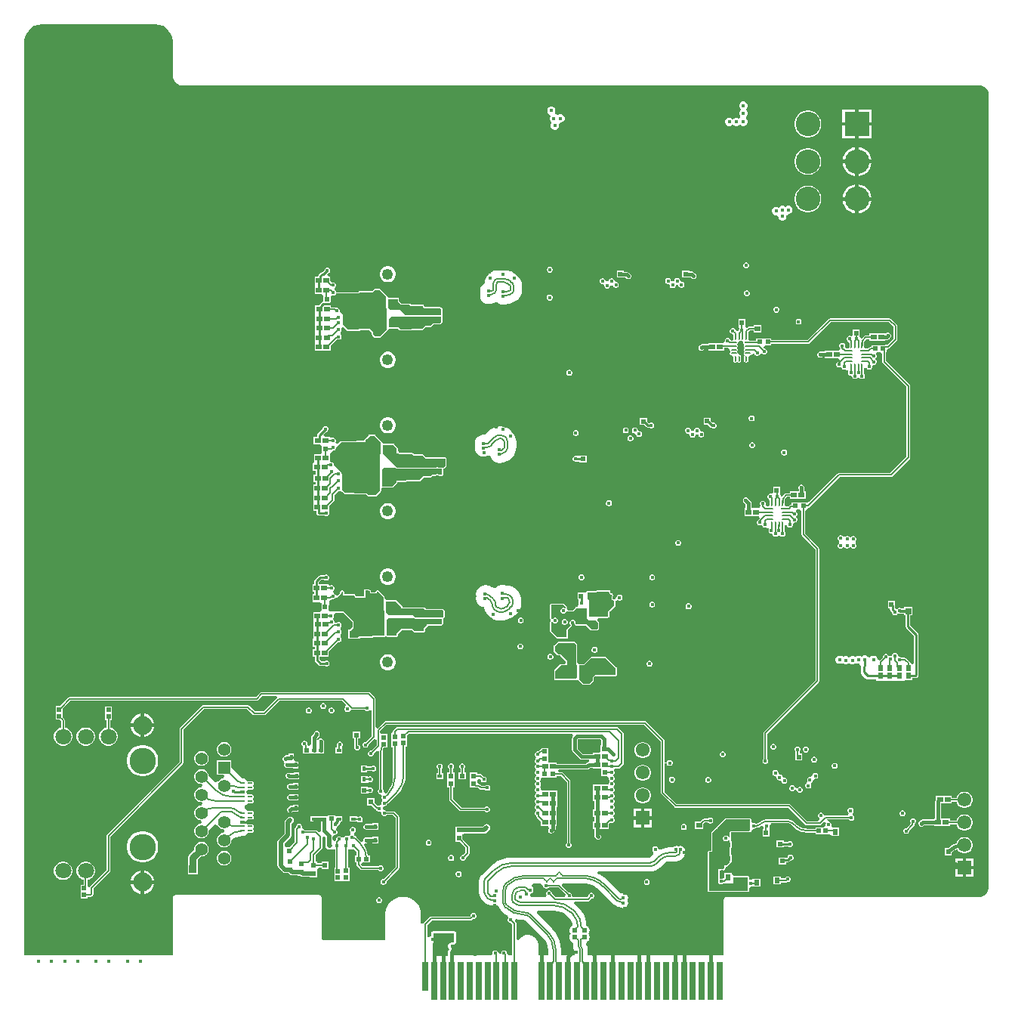
<source format=gbl>
G04*
G04 #@! TF.GenerationSoftware,Altium Limited,Altium Designer,24.4.1 (13)*
G04*
G04 Layer_Physical_Order=10*
G04 Layer_Color=16711680*
%FSLAX44Y44*%
%MOMM*%
G71*
G04*
G04 #@! TF.SameCoordinates,C8449213-8EB4-48FE-A7C1-A76CF94B410D*
G04*
G04*
G04 #@! TF.FilePolarity,Positive*
G04*
G01*
G75*
%ADD10C,0.1524*%
%ADD25R,0.6000X0.6500*%
%ADD26R,0.6500X0.6000*%
%ADD29R,0.6725X0.7154*%
%ADD30R,0.5811X0.5121*%
%ADD53R,1.4000X1.4000*%
%ADD54R,0.5121X0.5811*%
G04:AMPARAMS|DCode=59|XSize=0.2mm|YSize=0.6mm|CornerRadius=0.05mm|HoleSize=0mm|Usage=FLASHONLY|Rotation=0.000|XOffset=0mm|YOffset=0mm|HoleType=Round|Shape=RoundedRectangle|*
%AMROUNDEDRECTD59*
21,1,0.2000,0.5000,0,0,0.0*
21,1,0.1000,0.6000,0,0,0.0*
1,1,0.1000,0.0500,-0.2500*
1,1,0.1000,-0.0500,-0.2500*
1,1,0.1000,-0.0500,0.2500*
1,1,0.1000,0.0500,0.2500*
%
%ADD59ROUNDEDRECTD59*%
G04:AMPARAMS|DCode=60|XSize=0.2mm|YSize=0.6mm|CornerRadius=0.05mm|HoleSize=0mm|Usage=FLASHONLY|Rotation=90.000|XOffset=0mm|YOffset=0mm|HoleType=Round|Shape=RoundedRectangle|*
%AMROUNDEDRECTD60*
21,1,0.2000,0.5000,0,0,90.0*
21,1,0.1000,0.6000,0,0,90.0*
1,1,0.1000,0.2500,0.0500*
1,1,0.1000,0.2500,-0.0500*
1,1,0.1000,-0.2500,-0.0500*
1,1,0.1000,-0.2500,0.0500*
%
%ADD60ROUNDEDRECTD60*%
G04:AMPARAMS|DCode=61|XSize=0.2mm|YSize=0.7mm|CornerRadius=0.05mm|HoleSize=0mm|Usage=FLASHONLY|Rotation=90.000|XOffset=0mm|YOffset=0mm|HoleType=Round|Shape=RoundedRectangle|*
%AMROUNDEDRECTD61*
21,1,0.2000,0.6000,0,0,90.0*
21,1,0.1000,0.7000,0,0,90.0*
1,1,0.1000,0.3000,0.0500*
1,1,0.1000,0.3000,-0.0500*
1,1,0.1000,-0.3000,-0.0500*
1,1,0.1000,-0.3000,0.0500*
%
%ADD61ROUNDEDRECTD61*%
%ADD62R,0.5500X0.5500*%
%ADD64R,0.7112X4.1910*%
%ADD67R,0.5500X0.5000*%
%ADD68R,0.5000X0.5500*%
%ADD75R,0.7500X0.9000*%
%ADD76R,0.4000X0.5000*%
%ADD79R,0.5500X0.5500*%
%ADD91R,0.7112X3.2004*%
%ADD139R,2.7500X2.7500*%
%ADD140C,2.7500*%
%ADD141C,0.1270*%
%ADD143C,0.1366*%
%ADD144C,0.3810*%
%ADD145C,0.5080*%
%ADD146C,0.2540*%
%ADD147C,0.1847*%
%ADD148C,0.1397*%
%ADD149C,0.4572*%
%ADD150C,0.2032*%
%ADD151C,0.3048*%
%ADD153R,1.5500X1.5500*%
%ADD154C,1.5500*%
%ADD155C,1.2500*%
%ADD156R,2.0000X2.0000*%
%ADD157C,2.9500*%
%ADD158C,1.8000*%
%ADD159C,2.1000*%
%ADD160C,1.4000*%
%ADD161C,6.3500*%
%ADD162C,0.4064*%
%ADD163C,0.7620*%
%ADD164R,0.9000X0.7500*%
%ADD165R,1.0000X0.9000*%
%ADD166R,1.1061X0.9582*%
%ADD167R,0.9000X1.0000*%
%ADD168R,0.4500X0.4500*%
%ADD169R,0.5682X0.5725*%
%ADD170R,0.8500X0.9000*%
G04:AMPARAMS|DCode=171|XSize=0.2mm|YSize=0.565mm|CornerRadius=0.05mm|HoleSize=0mm|Usage=FLASHONLY|Rotation=270.000|XOffset=0mm|YOffset=0mm|HoleType=Round|Shape=RoundedRectangle|*
%AMROUNDEDRECTD171*
21,1,0.2000,0.4650,0,0,270.0*
21,1,0.1000,0.5650,0,0,270.0*
1,1,0.1000,-0.2325,-0.0500*
1,1,0.1000,-0.2325,0.0500*
1,1,0.1000,0.2325,0.0500*
1,1,0.1000,0.2325,-0.0500*
%
%ADD171ROUNDEDRECTD171*%
G04:AMPARAMS|DCode=172|XSize=0.4mm|YSize=0.565mm|CornerRadius=0.05mm|HoleSize=0mm|Usage=FLASHONLY|Rotation=270.000|XOffset=0mm|YOffset=0mm|HoleType=Round|Shape=RoundedRectangle|*
%AMROUNDEDRECTD172*
21,1,0.4000,0.4650,0,0,270.0*
21,1,0.3000,0.5650,0,0,270.0*
1,1,0.1000,-0.2325,-0.1500*
1,1,0.1000,-0.2325,0.1500*
1,1,0.1000,0.2325,0.1500*
1,1,0.1000,0.2325,-0.1500*
%
%ADD172ROUNDEDRECTD172*%
%ADD173R,0.5725X0.5682*%
%ADD174R,0.5000X0.4000*%
%ADD175R,0.4682X0.4725*%
G36*
X147363Y1107498D02*
X147396Y1107505D01*
X147428Y1107499D01*
X149485Y1107541D01*
X153550Y1106732D01*
X157409Y1105134D01*
X160883Y1102813D01*
X163837Y1099859D01*
X166157Y1096386D01*
X167756Y1092526D01*
X168571Y1088429D01*
Y1086345D01*
X168522Y1050854D01*
X168481Y1050094D01*
X168514Y1049866D01*
X168490Y1049637D01*
X168646Y1047960D01*
X168734Y1047667D01*
X168762Y1047362D01*
X169242Y1045748D01*
X169385Y1045477D01*
X169473Y1045183D01*
X170259Y1043694D01*
X170452Y1043456D01*
X170595Y1043185D01*
X171656Y1041878D01*
X171892Y1041682D01*
X172085Y1041445D01*
X173381Y1040369D01*
X173650Y1040224D01*
X173886Y1040028D01*
X175367Y1039226D01*
X175660Y1039136D01*
X175929Y1038990D01*
X177538Y1038493D01*
X177767Y1038469D01*
X177984Y1038390D01*
X178817Y1038262D01*
X179055Y1038273D01*
X179289Y1038226D01*
X1074143Y1038226D01*
X1074171Y1038232D01*
X1074200Y1038227D01*
X1075040Y1038242D01*
X1076695Y1037944D01*
X1078261Y1037329D01*
X1079676Y1036421D01*
X1080887Y1035254D01*
X1081847Y1033873D01*
X1082519Y1032331D01*
X1082877Y1030688D01*
X1082892Y1029876D01*
X1082892Y139306D01*
X1082892Y138361D01*
X1082524Y136508D01*
X1081801Y134762D01*
X1080751Y133191D01*
X1079415Y131855D01*
X1077844Y130805D01*
X1076098Y130082D01*
X1074245Y129713D01*
X1073300Y129714D01*
X789230D01*
X788041Y129477D01*
X787033Y128803D01*
X786359Y127795D01*
X786122Y126606D01*
Y64426D01*
X633653D01*
Y70113D01*
X633617Y70298D01*
X633241Y73151D01*
X632068Y75982D01*
X632001Y76069D01*
X632572Y78741D01*
X632780Y78879D01*
X633778Y79877D01*
X634249Y80583D01*
X634795Y81295D01*
X634910Y81572D01*
X635051Y81784D01*
X635101Y82033D01*
X635460Y82899D01*
X635686Y84621D01*
X635742D01*
X635295Y86869D01*
X635227Y86971D01*
X634326Y88319D01*
X635172Y89585D01*
X635250Y89701D01*
X635693Y91931D01*
X635638D01*
X635413Y93640D01*
X635055Y94505D01*
X635006Y94749D01*
X634868Y94957D01*
X634753Y95233D01*
X634210Y95941D01*
X633743Y96640D01*
X631985Y98398D01*
X631768Y101155D01*
X630739Y105439D01*
X629053Y109510D01*
X626751Y113266D01*
X624027Y116456D01*
X623908Y116635D01*
X621529Y119013D01*
X621499Y119033D01*
X617954Y122060D01*
X618703Y124600D01*
X633989D01*
X634845Y124771D01*
X635570Y125255D01*
X637764Y127449D01*
X638560D01*
X639774Y127952D01*
X640703Y128881D01*
X641206Y130094D01*
Y131408D01*
X640703Y132621D01*
X639774Y133550D01*
X638560Y134053D01*
X637247D01*
X636033Y133550D01*
X635104Y132621D01*
X634602Y131408D01*
Y130612D01*
X633063Y129073D01*
X618344D01*
X616146Y130405D01*
Y131719D01*
X615643Y132933D01*
X614714Y133862D01*
X613501Y134364D01*
X612289D01*
X604534Y142119D01*
X605586Y144659D01*
X627760D01*
X628015Y144710D01*
X632066Y144391D01*
X636265Y143383D01*
X640255Y141730D01*
X643937Y139474D01*
X647027Y136835D01*
X647171Y136619D01*
X662491Y121299D01*
X662778Y121107D01*
X664690Y119641D01*
X667232Y118588D01*
X668826Y118378D01*
X669421Y117922D01*
X671251Y117163D01*
X673216Y116905D01*
Y116857D01*
X675464Y117304D01*
X675563Y117370D01*
X677371Y118578D01*
X678644Y120484D01*
X679092Y122733D01*
X678644Y124981D01*
X678365Y125400D01*
X678644Y125818D01*
X679092Y128067D01*
X678644Y130315D01*
X677371Y132222D01*
X675563Y133429D01*
X675464Y133496D01*
X673216Y133943D01*
Y133895D01*
X671251Y133636D01*
X670721Y133417D01*
X658369Y145769D01*
X656578Y147570D01*
X656578Y147570D01*
X651900Y151566D01*
X646654Y154781D01*
X644914Y155502D01*
X645419Y158042D01*
X703521D01*
X703879Y158113D01*
X706602Y158381D01*
X709564Y159280D01*
X712294Y160739D01*
X714409Y162475D01*
X714712Y162677D01*
X718959Y166924D01*
X718959Y166924D01*
X718959Y166924D01*
X720884Y168409D01*
X722773Y169192D01*
X724822Y169461D01*
X724999Y169426D01*
X732028D01*
X732305Y169481D01*
X734852Y169817D01*
X737483Y170907D01*
X739521Y172471D01*
X739756Y172627D01*
X740332Y173203D01*
X740629Y173648D01*
X741732Y175085D01*
X742627Y177248D01*
X742704Y177674D01*
X743051Y179596D01*
X743433Y180723D01*
X743307D01*
X743082Y180997D01*
X742638Y183227D01*
X741375Y185117D01*
X739485Y186381D01*
X737255Y186824D01*
X735236Y186423D01*
X733218Y186824D01*
X730988Y186381D01*
X729097Y185117D01*
X728945Y184890D01*
X724992D01*
Y184894D01*
X720311Y184433D01*
X715811Y183067D01*
X715145Y182712D01*
X714295Y182990D01*
X712371Y184109D01*
X712102Y184757D01*
X711173Y185686D01*
X709959Y186189D01*
X708646D01*
X707432Y185686D01*
X706503Y184757D01*
X706001Y183544D01*
Y182230D01*
X706503Y181017D01*
X707115Y180404D01*
X707443Y179493D01*
X707483Y177318D01*
X703783Y173618D01*
X703769Y173597D01*
X703538Y173501D01*
X703513Y173506D01*
X548666D01*
X548631Y173499D01*
X543195Y173071D01*
X537859Y171790D01*
X532789Y169690D01*
X528109Y166822D01*
X523963Y163281D01*
X523933Y163261D01*
X514657Y153985D01*
X514657Y153985D01*
X514657Y153985D01*
X514406Y153609D01*
X513152Y151975D01*
X512193Y149659D01*
X511924Y147617D01*
X511836Y147174D01*
X511836D01*
X511836Y147174D01*
Y134718D01*
X511890Y134446D01*
X512227Y131884D01*
X513321Y129243D01*
X514354Y127897D01*
X515301Y126402D01*
X515434Y126145D01*
X515439Y126133D01*
X515588Y125844D01*
X516479Y124689D01*
X516480Y124688D01*
X517671Y123497D01*
X517671Y123497D01*
X517908Y123338D01*
X519938Y121781D01*
X522563Y120694D01*
X522612Y120687D01*
X524982Y120373D01*
X527360Y119839D01*
X527590Y119810D01*
X529662Y119542D01*
X530842Y119777D01*
X532089Y119835D01*
X534026Y118357D01*
X534538Y117121D01*
X535755Y115535D01*
X536233Y114911D01*
X536234Y114911D01*
X536355Y114729D01*
X536355Y114729D01*
X537405Y113679D01*
X537405Y113679D01*
X537464Y113639D01*
X538189Y113020D01*
X541455Y110231D01*
X543878Y108746D01*
X544352Y105858D01*
X543849Y104645D01*
Y103331D01*
X544352Y102118D01*
X545281Y101189D01*
X546495Y100686D01*
X547157D01*
X549129Y98714D01*
Y64426D01*
X546151D01*
X543696Y64739D01*
X543526Y65594D01*
X543205Y66074D01*
Y66952D01*
X542703Y68165D01*
X541774Y69094D01*
X540560Y69597D01*
X539247D01*
X538033Y69094D01*
X537104Y68165D01*
X536601Y66952D01*
Y66768D01*
X536009Y66205D01*
X535633Y66128D01*
X533308Y66952D01*
X532805Y68165D01*
X531876Y69094D01*
X530663Y69597D01*
X529349D01*
X528135Y69094D01*
X527207Y68165D01*
X526704Y66952D01*
Y65638D01*
X525894Y64426D01*
X479518D01*
Y67343D01*
X479712Y68322D01*
X480408Y69364D01*
X480458Y69483D01*
X480539Y69582D01*
X480649Y69946D01*
X480795Y70298D01*
Y70426D01*
X480832Y70549D01*
X480873Y70960D01*
X480860Y71088D01*
X480885Y71214D01*
X480811Y71588D01*
X480774Y71966D01*
X480713Y72080D01*
X480688Y72206D01*
X480477Y72522D01*
X480298Y72857D01*
X480284Y74060D01*
X481864Y76119D01*
X482363D01*
X482439Y76088D01*
X482694D01*
X482944Y76038D01*
X483194Y76088D01*
X483449D01*
X483685Y76185D01*
X483935Y76235D01*
X484147Y76377D01*
X484383Y76475D01*
X485439Y77180D01*
X485619Y77361D01*
X485831Y77502D01*
X485973Y77714D01*
X486153Y77895D01*
X486251Y78130D01*
X486393Y78342D01*
X486442Y78593D01*
X486540Y78828D01*
Y79083D01*
X486590Y79334D01*
Y88276D01*
X486393Y89267D01*
X485831Y90107D01*
X484991Y90669D01*
X484000Y90866D01*
X460444D01*
X459453Y90669D01*
X458613Y90107D01*
X458051Y89267D01*
X457854Y88276D01*
Y85686D01*
X457630Y85485D01*
X457627Y85483D01*
X457615Y85471D01*
X456096Y84112D01*
X453696Y84687D01*
Y98064D01*
X458830Y103198D01*
X502551D01*
X503406Y103368D01*
X504132Y103853D01*
X505339Y105060D01*
X506135D01*
X507349Y105563D01*
X508278Y106492D01*
X508781Y107705D01*
Y109019D01*
X508278Y110233D01*
X507349Y111162D01*
X506135Y111664D01*
X504822D01*
X503608Y111162D01*
X502679Y110233D01*
X502177Y109019D01*
Y108223D01*
X501624Y107670D01*
X457904D01*
X457048Y107500D01*
X456323Y107015D01*
X449879Y100571D01*
X449394Y99846D01*
X449337Y99561D01*
X446797Y99811D01*
Y109618D01*
X446786Y109672D01*
X446795Y109726D01*
X446737Y111399D01*
X446679Y111645D01*
Y111898D01*
X446029Y115165D01*
X445912Y115448D01*
X445853Y115748D01*
X444578Y118825D01*
X444408Y119080D01*
X444291Y119362D01*
X442440Y122132D01*
X442224Y122348D01*
X442054Y122603D01*
X439698Y124958D01*
X439444Y125128D01*
X439227Y125345D01*
X436458Y127195D01*
X436175Y127312D01*
X435920Y127483D01*
X432843Y128757D01*
X432543Y128817D01*
X432260Y128934D01*
X428993Y129584D01*
X428687D01*
X428387Y129644D01*
X425056D01*
X424756Y129584D01*
X424450D01*
X421183Y128934D01*
X420900Y128817D01*
X420600Y128757D01*
X417523Y127483D01*
X417268Y127312D01*
X416985Y127195D01*
X414216Y125345D01*
X413999Y125128D01*
X413745Y124958D01*
X411390Y122603D01*
X411219Y122348D01*
X411003Y122132D01*
X409152Y119362D01*
X409035Y119080D01*
X408865Y118825D01*
X407591Y115748D01*
X407531Y115448D01*
X407414Y115165D01*
X406764Y111898D01*
Y111668D01*
X406708Y111444D01*
X406626Y109779D01*
X406637Y109702D01*
X406622Y109626D01*
Y81251D01*
X337152D01*
X335357Y83047D01*
X335378Y127874D01*
X335348Y128027D01*
X335363Y128181D01*
X335338Y128429D01*
X335206Y128865D01*
X335117Y129313D01*
X334927Y129771D01*
X334927Y129771D01*
X334616Y130237D01*
X334254Y130779D01*
X334253Y130779D01*
X333903Y131129D01*
X333903Y131129D01*
X333903Y131130D01*
X332895Y131803D01*
X332895Y131803D01*
X332895Y131803D01*
X332437Y131993D01*
X331989Y132082D01*
X331552Y132214D01*
X331305Y132239D01*
X331151Y132224D01*
X331000Y132254D01*
X172900Y132254D01*
X172748Y132224D01*
X172595Y132239D01*
X172347Y132214D01*
X171910Y132082D01*
X171463Y131993D01*
X171005Y131803D01*
X171005Y131803D01*
X169997Y131129D01*
X169646Y130779D01*
X169646Y130779D01*
X169311Y130276D01*
X168973Y129771D01*
X168973Y129771D01*
X168783Y129313D01*
X168694Y128865D01*
X168562Y128428D01*
X168537Y128181D01*
X168552Y128027D01*
X168522Y127876D01*
X168522Y64426D01*
X1878D01*
X1878Y1086340D01*
X1871Y1086372D01*
X1877Y1086404D01*
X1835Y1088461D01*
X2644Y1092526D01*
X4242Y1096385D01*
X6563Y1099859D01*
X9517Y1102813D01*
X12990Y1105134D01*
X16850Y1106732D01*
X20947Y1107547D01*
X23034D01*
X147363Y1107498D01*
D02*
G37*
G36*
X581964Y143079D02*
X583576Y141842D01*
X583962Y141682D01*
Y141586D01*
X584465Y140372D01*
X585394Y139444D01*
X586607Y138941D01*
X587921D01*
X589135Y139444D01*
X589992Y140301D01*
X600859D01*
X608535Y132625D01*
X608241Y129616D01*
X607345Y129073D01*
X598968D01*
X597671Y129175D01*
X593652Y133194D01*
Y133991D01*
X593149Y135204D01*
X592220Y136133D01*
X591007Y136636D01*
X589693D01*
X588479Y136133D01*
X587551Y135204D01*
X587048Y133991D01*
Y132677D01*
X587417Y131786D01*
X586885Y130390D01*
X586176Y129246D01*
X570151D01*
X568938Y131786D01*
X569444Y132543D01*
X571156Y133687D01*
X572419Y135577D01*
X572862Y137807D01*
X572419Y140037D01*
X571156Y141927D01*
X571120Y142288D01*
X571203Y142372D01*
X572235Y144659D01*
X580751D01*
X581964Y143079D01*
D02*
G37*
G36*
X484000Y79334D02*
X482944Y78628D01*
X482748Y78709D01*
X480929D01*
X479249Y78013D01*
X477963Y76727D01*
X477267Y75047D01*
Y73228D01*
X477963Y71547D01*
X478296Y71214D01*
X478255Y70803D01*
X477273Y69333D01*
X476928Y67599D01*
Y63000D01*
X460444D01*
Y88276D01*
X484000D01*
Y79334D01*
D02*
G37*
G36*
X596799Y113782D02*
X596810Y113782D01*
X596824Y113782D01*
X596824Y113782D01*
X596824Y113782D01*
X599296Y113618D01*
X600639Y113485D01*
X604307Y112373D01*
X607687Y110566D01*
X608741Y109702D01*
X610604Y108070D01*
X610606Y108067D01*
X610608Y108065D01*
X610612Y108061D01*
X610615Y108058D01*
X610615Y108057D01*
X610621Y108052D01*
X610621Y108052D01*
X610621Y108052D01*
X612954Y105719D01*
X614522Y103829D01*
X615055Y103135D01*
X616333Y100048D01*
X616583Y98155D01*
X615068Y96640D01*
X614601Y95941D01*
X614058Y95233D01*
X613943Y94957D01*
X613805Y94749D01*
X613756Y94505D01*
X613398Y93640D01*
X613173Y91931D01*
X613117D01*
X613561Y89701D01*
X613639Y89585D01*
X614484Y88319D01*
X613583Y86971D01*
X613516Y86869D01*
X613068Y84621D01*
X613124D01*
X613351Y82899D01*
X613710Y82033D01*
X613759Y81784D01*
X613901Y81572D01*
X614016Y81295D01*
X614562Y80583D01*
X615033Y79877D01*
X616031Y78879D01*
X616031Y78879D01*
X616032Y78879D01*
X616593Y78504D01*
X617211Y78029D01*
Y75049D01*
X617303Y74587D01*
X617568Y72573D01*
X618524Y70267D01*
X619266Y69300D01*
Y64426D01*
X603653D01*
Y70150D01*
X603639Y70220D01*
X603228Y75449D01*
X601987Y80619D01*
X599953Y85530D01*
X597175Y90063D01*
X593768Y94052D01*
X593728Y94111D01*
X593728Y94111D01*
X593728Y94111D01*
X576597Y111242D01*
X577649Y113782D01*
X596799D01*
D02*
G37*
G36*
X556073Y104176D02*
X561305Y103764D01*
X561375Y103750D01*
Y103750D01*
X561821D01*
X562013Y103788D01*
X563625Y103468D01*
X564991Y102555D01*
X565100Y102392D01*
X583547Y83945D01*
X583776Y83792D01*
X586042Y81031D01*
X587854Y77641D01*
X588969Y73964D01*
X589319Y70409D01*
X589266Y70139D01*
Y64426D01*
X578563D01*
X578563Y74880D01*
X578543Y74982D01*
X578557Y75084D01*
X578480Y76258D01*
X578401Y76553D01*
X578381Y76859D01*
X577773Y79126D01*
X577593Y79490D01*
X577463Y79875D01*
X576289Y81908D01*
X576021Y82214D01*
X575795Y82552D01*
X574135Y84212D01*
X573797Y84437D01*
X573492Y84705D01*
X571459Y85879D01*
X571074Y86010D01*
X570709Y86190D01*
X568442Y86797D01*
X568036Y86824D01*
X567638Y86903D01*
X565290D01*
X564892Y86824D01*
X564486Y86797D01*
X562219Y86190D01*
X561854Y86010D01*
X561469Y85879D01*
X559436Y84705D01*
X559131Y84437D01*
X558793Y84212D01*
X557133Y82552D01*
X556907Y82214D01*
X556639Y81908D01*
X556330Y81374D01*
X553790Y82054D01*
Y99680D01*
X553613Y100572D01*
X553108Y101328D01*
X551861Y102575D01*
X553150Y104878D01*
X556073Y104176D01*
D02*
G37*
%LPC*%
G36*
X809180Y1020678D02*
X807361D01*
X805680Y1019982D01*
X804394Y1018696D01*
X803698Y1017016D01*
Y1015197D01*
X804394Y1013516D01*
X805454Y1011880D01*
X804394Y1010244D01*
X803698Y1008564D01*
Y1006745D01*
X804394Y1005065D01*
X804452Y1005007D01*
X804120Y1002151D01*
X803195Y1001765D01*
X802744Y1001768D01*
X801293Y1002368D01*
X799474D01*
X797794Y1001672D01*
X796322Y1000531D01*
X794849Y1001672D01*
X793169Y1002368D01*
X791350D01*
X789670Y1001672D01*
X788383Y1000386D01*
X787688Y998706D01*
Y996887D01*
X788383Y995207D01*
X789670Y993920D01*
X791350Y993224D01*
X793169D01*
X794849Y993920D01*
X796322Y995062D01*
X797794Y993920D01*
X799474Y993224D01*
X801293D01*
X802974Y993920D01*
X804327Y995146D01*
X805680Y993920D01*
X807361Y993224D01*
X809180D01*
X810860Y993920D01*
X812146Y995207D01*
X812842Y996887D01*
Y998706D01*
X812146Y1000386D01*
X811315Y1001218D01*
X811047Y1002726D01*
X811315Y1004233D01*
X812146Y1005065D01*
X812842Y1006745D01*
Y1008564D01*
X812146Y1010244D01*
X811087Y1011880D01*
X812146Y1013516D01*
X812842Y1015197D01*
Y1017016D01*
X812146Y1018696D01*
X810860Y1019982D01*
X809180Y1020678D01*
D02*
G37*
G36*
X951804Y1011661D02*
X937419D01*
Y997276D01*
X951804D01*
Y1011661D01*
D02*
G37*
G36*
X933609D02*
X919224D01*
Y997276D01*
X933609D01*
Y1011661D01*
D02*
G37*
G36*
X593790Y1015104D02*
X591971D01*
X590291Y1014408D01*
X589005Y1013122D01*
X588309Y1011441D01*
Y1009622D01*
X589005Y1007942D01*
X590291Y1006656D01*
X590562Y1006544D01*
X591771Y1004593D01*
X591621Y1003565D01*
X591240Y1002646D01*
Y1000827D01*
X591936Y999147D01*
X593222Y997860D01*
X592890Y996002D01*
X592194Y994322D01*
Y992503D01*
X592890Y990823D01*
X594176Y989537D01*
X595856Y988840D01*
X597675D01*
X599356Y989537D01*
X600642Y990823D01*
X601338Y992503D01*
Y994322D01*
X601110Y994872D01*
X601505Y995694D01*
X602798Y997164D01*
X604032D01*
X605713Y997860D01*
X606999Y999147D01*
X607695Y1000827D01*
Y1002646D01*
X606999Y1004326D01*
X605713Y1005612D01*
X604032Y1006308D01*
X602214D01*
X600533Y1005612D01*
X600528Y1005608D01*
X597719Y1006390D01*
X596922Y1007676D01*
X597072Y1008703D01*
X597453Y1009622D01*
Y1011441D01*
X596757Y1013122D01*
X595470Y1014408D01*
X593790Y1015104D01*
D02*
G37*
G36*
X881993Y1010391D02*
X879035D01*
X876133Y1009814D01*
X873399Y1008682D01*
X870939Y1007038D01*
X868847Y1004946D01*
X867203Y1002486D01*
X866071Y999753D01*
X865494Y996851D01*
Y993892D01*
X866071Y990990D01*
X867203Y988257D01*
X868847Y985797D01*
X870939Y983705D01*
X873399Y982061D01*
X876133Y980929D01*
X879035Y980351D01*
X881993D01*
X884895Y980929D01*
X887629Y982061D01*
X890089Y983705D01*
X892181Y985797D01*
X893824Y988257D01*
X894957Y990990D01*
X895534Y993892D01*
Y996851D01*
X894957Y999753D01*
X893824Y1002486D01*
X892181Y1004946D01*
X890089Y1007038D01*
X887629Y1008682D01*
X884895Y1009814D01*
X881993Y1010391D01*
D02*
G37*
G36*
X951804Y993466D02*
X937419D01*
Y979081D01*
X951804D01*
Y993466D01*
D02*
G37*
G36*
X933609D02*
X919224D01*
Y979081D01*
X933609D01*
Y993466D01*
D02*
G37*
G36*
X937419Y969602D02*
Y955276D01*
X951744D01*
X951178Y958123D01*
X949950Y961088D01*
X948167Y963756D01*
X945898Y966025D01*
X943230Y967807D01*
X940266Y969035D01*
X937419Y969602D01*
D02*
G37*
G36*
X933609D02*
X930762Y969035D01*
X927798Y967807D01*
X925130Y966025D01*
X922861Y963756D01*
X921078Y961088D01*
X919850Y958123D01*
X919284Y955276D01*
X933609D01*
Y969602D01*
D02*
G37*
G36*
X881993Y968391D02*
X879035D01*
X876133Y967814D01*
X873399Y966682D01*
X870939Y965038D01*
X868847Y962946D01*
X867203Y960486D01*
X866071Y957753D01*
X865494Y954851D01*
Y951892D01*
X866071Y948990D01*
X867203Y946257D01*
X868847Y943797D01*
X870939Y941705D01*
X873399Y940061D01*
X876133Y938929D01*
X879035Y938351D01*
X881993D01*
X884895Y938929D01*
X887629Y940061D01*
X890089Y941705D01*
X892181Y943797D01*
X893824Y946257D01*
X894957Y948990D01*
X895534Y951892D01*
Y954851D01*
X894957Y957753D01*
X893824Y960486D01*
X892181Y962946D01*
X890089Y965038D01*
X887629Y966682D01*
X884895Y967814D01*
X881993Y968391D01*
D02*
G37*
G36*
X951744Y951466D02*
X937419D01*
Y937141D01*
X940266Y937707D01*
X943230Y938935D01*
X945898Y940718D01*
X948167Y942987D01*
X949950Y945655D01*
X951178Y948620D01*
X951744Y951466D01*
D02*
G37*
G36*
X933609D02*
X919284D01*
X919850Y948620D01*
X921078Y945655D01*
X922861Y942987D01*
X925130Y940718D01*
X927798Y938935D01*
X930762Y937707D01*
X933609Y937141D01*
Y951466D01*
D02*
G37*
G36*
X937419Y927602D02*
Y913276D01*
X951744D01*
X951178Y916123D01*
X949950Y919088D01*
X948167Y921756D01*
X945898Y924025D01*
X943230Y925807D01*
X940266Y927035D01*
X937419Y927602D01*
D02*
G37*
G36*
X933609D02*
X930762Y927035D01*
X927798Y925807D01*
X925130Y924025D01*
X922861Y921756D01*
X921078Y919088D01*
X919850Y916123D01*
X919284Y913276D01*
X933609D01*
Y927602D01*
D02*
G37*
G36*
X859652Y903862D02*
X857833D01*
X856152Y903166D01*
X855294Y902308D01*
X854542Y903060D01*
X852862Y903756D01*
X851043D01*
X849362Y903060D01*
X848076Y901774D01*
X845698Y902338D01*
X843880D01*
X842199Y901642D01*
X840913Y900356D01*
X840217Y898676D01*
Y896857D01*
X840913Y895176D01*
X842199Y893890D01*
X843880Y893194D01*
X845033D01*
X845843Y893018D01*
X847380Y891141D01*
Y890865D01*
X848076Y889184D01*
X849362Y887898D01*
X851043Y887202D01*
X852862D01*
X854542Y887898D01*
X855828Y889184D01*
X856524Y890865D01*
Y892684D01*
X856645Y892872D01*
X858431Y894718D01*
X859652D01*
X861332Y895414D01*
X862618Y896701D01*
X863314Y898381D01*
Y900200D01*
X862618Y901880D01*
X861332Y903166D01*
X859652Y903862D01*
D02*
G37*
G36*
X881993Y926391D02*
X879035D01*
X876133Y925814D01*
X873399Y924682D01*
X870939Y923038D01*
X868847Y920946D01*
X867203Y918486D01*
X866071Y915752D01*
X865494Y912851D01*
Y909892D01*
X866071Y906990D01*
X867203Y904257D01*
X868847Y901797D01*
X870939Y899705D01*
X873399Y898061D01*
X876133Y896929D01*
X879035Y896351D01*
X881993D01*
X884895Y896929D01*
X887629Y898061D01*
X890089Y899705D01*
X892181Y901797D01*
X893824Y904257D01*
X894957Y906990D01*
X895534Y909892D01*
Y912851D01*
X894957Y915752D01*
X893824Y918486D01*
X892181Y920946D01*
X890089Y923038D01*
X887629Y924682D01*
X884895Y925814D01*
X881993Y926391D01*
D02*
G37*
G36*
X951744Y909466D02*
X937419D01*
Y895141D01*
X940266Y895707D01*
X943230Y896935D01*
X945898Y898718D01*
X948167Y900987D01*
X949950Y903655D01*
X951178Y906620D01*
X951744Y909466D01*
D02*
G37*
G36*
X933609D02*
X919284D01*
X919850Y906620D01*
X921078Y903655D01*
X922861Y900987D01*
X925130Y898718D01*
X927798Y896935D01*
X930762Y895707D01*
X933609Y895141D01*
Y909466D01*
D02*
G37*
G36*
X812001Y840331D02*
X810687D01*
X809474Y839828D01*
X808545Y838899D01*
X808042Y837686D01*
Y836372D01*
X808545Y835158D01*
X809474Y834230D01*
X810687Y833727D01*
X812001D01*
X813215Y834230D01*
X814144Y835158D01*
X814646Y836372D01*
Y837686D01*
X814144Y838899D01*
X813215Y839828D01*
X812001Y840331D01*
D02*
G37*
G36*
X591798Y835607D02*
X590484D01*
X589271Y835105D01*
X588342Y834176D01*
X587839Y832962D01*
Y831648D01*
X588342Y830435D01*
X589271Y829506D01*
X590484Y829003D01*
X591798D01*
X593012Y829506D01*
X593940Y830435D01*
X594443Y831648D01*
Y832962D01*
X593940Y834176D01*
X593012Y835105D01*
X591798Y835607D01*
D02*
G37*
G36*
X747987Y831210D02*
X739636D01*
Y823549D01*
X744154D01*
X744467Y823486D01*
X749425D01*
X749650Y823262D01*
X749666Y823223D01*
X750595Y822294D01*
X751808Y821791D01*
X753122D01*
X754336Y822294D01*
X755265Y823223D01*
X755767Y824436D01*
Y825750D01*
X755265Y826964D01*
X754336Y827893D01*
X754062Y828006D01*
X753055Y829013D01*
X752005Y829714D01*
X750766Y829961D01*
X747987D01*
Y831210D01*
D02*
G37*
G36*
X674511Y831109D02*
X666160D01*
Y823448D01*
X670678D01*
X670991Y823386D01*
X675949D01*
X676174Y823161D01*
X676190Y823122D01*
X677119Y822194D01*
X678333Y821691D01*
X679646D01*
X680860Y822194D01*
X681789Y823122D01*
X682291Y824336D01*
Y825650D01*
X681789Y826863D01*
X680860Y827792D01*
X680586Y827906D01*
X679579Y828912D01*
X678529Y829614D01*
X677290Y829860D01*
X674511D01*
Y831109D01*
D02*
G37*
G36*
X734543Y822891D02*
X733229D01*
X732016Y822388D01*
X731087Y821460D01*
X730612Y820314D01*
X730584Y820246D01*
X730201Y819422D01*
X727517Y819350D01*
X727042Y820246D01*
X727036Y820263D01*
X726540Y821460D01*
X725611Y822388D01*
X724397Y822891D01*
X723084D01*
X721870Y822388D01*
X720941Y821460D01*
X720438Y820246D01*
Y818932D01*
X720941Y817719D01*
X721870Y816790D01*
X723084Y816287D01*
X723237D01*
X724704Y815710D01*
X725584Y814049D01*
X725591Y814032D01*
X726087Y812835D01*
X727016Y811907D01*
X728229Y811404D01*
X729543D01*
X730756Y811907D01*
X731685Y812835D01*
X732160Y813981D01*
X732188Y814049D01*
X732504Y814728D01*
X734918Y814973D01*
X735456Y814652D01*
X735958Y813439D01*
X736887Y812510D01*
X738101Y812007D01*
X739415D01*
X740628Y812510D01*
X741557Y813439D01*
X742060Y814652D01*
Y815966D01*
X741557Y817179D01*
X740628Y818108D01*
X739415Y818611D01*
X738973Y818675D01*
X737188Y820246D01*
X736685Y821460D01*
X735756Y822388D01*
X734543Y822891D01*
D02*
G37*
G36*
X661067Y822791D02*
X659753D01*
X658540Y822288D01*
X657611Y821359D01*
X657136Y820214D01*
X657108Y820145D01*
X656725Y819321D01*
X654041Y819250D01*
X653567Y820145D01*
X653559Y820162D01*
X653064Y821359D01*
X652135Y822288D01*
X650921Y822791D01*
X649608D01*
X648394Y822288D01*
X647465Y821359D01*
X646963Y820145D01*
Y818832D01*
X647465Y817618D01*
X648394Y816689D01*
X649608Y816187D01*
X649761D01*
X651228Y815609D01*
X652108Y813949D01*
X652115Y813932D01*
X652611Y812735D01*
X653540Y811806D01*
X654753Y811303D01*
X656067D01*
X657280Y811806D01*
X658209Y812735D01*
X658684Y813880D01*
X658712Y813949D01*
X659028Y814628D01*
X661442Y814873D01*
X661980Y814552D01*
X662483Y813338D01*
X663411Y812409D01*
X664625Y811907D01*
X665939D01*
X667152Y812409D01*
X668081Y813338D01*
X668584Y814552D01*
Y815865D01*
X668081Y817079D01*
X667152Y818008D01*
X665939Y818511D01*
X665497Y818574D01*
X663712Y820145D01*
X663209Y821359D01*
X662280Y822288D01*
X661067Y822791D01*
D02*
G37*
G36*
X410706Y836260D02*
X408331D01*
X406037Y835646D01*
X403980Y834458D01*
X402300Y832779D01*
X401113Y830722D01*
X400498Y828428D01*
Y826053D01*
X401113Y823759D01*
X402300Y821702D01*
X403980Y820023D01*
X406037Y818835D01*
X408331Y818220D01*
X410706D01*
X413000Y818835D01*
X415057Y820023D01*
X416736Y821702D01*
X417924Y823759D01*
X418538Y826053D01*
Y828428D01*
X417924Y830722D01*
X416736Y832779D01*
X415057Y834458D01*
X413000Y835646D01*
X410706Y836260D01*
D02*
G37*
G36*
X812579Y809010D02*
X811266D01*
X810052Y808508D01*
X809123Y807579D01*
X808621Y806365D01*
Y805051D01*
X809123Y803838D01*
X810052Y802909D01*
X811266Y802406D01*
X812579D01*
X813793Y802909D01*
X814722Y803838D01*
X815225Y805051D01*
Y806365D01*
X814722Y807579D01*
X813793Y808508D01*
X812579Y809010D01*
D02*
G37*
G36*
X532292Y831542D02*
X528812Y831084D01*
X525569Y829741D01*
X522785Y827604D01*
X522808Y827581D01*
X522701Y827474D01*
X522617Y827364D01*
X520699Y825027D01*
X519209Y822239D01*
X518291Y819213D01*
X518084Y817111D01*
X517762Y816977D01*
X515773Y815451D01*
X514246Y813461D01*
X513286Y811144D01*
X512959Y808657D01*
X513286Y806171D01*
X513361Y805990D01*
X513286Y805810D01*
X512959Y803323D01*
X513286Y800837D01*
X514246Y798520D01*
X515773Y796530D01*
X517762Y795003D01*
X520079Y794044D01*
X522566Y793716D01*
X523615Y793701D01*
X523790Y793548D01*
X523790Y793548D01*
X524888Y793684D01*
X526071Y794174D01*
X526071Y794174D01*
X526138Y794201D01*
X527466Y794752D01*
X527915Y794796D01*
X530824Y795678D01*
X531862Y796233D01*
X532210Y795780D01*
X534200Y794253D01*
X536517Y793294D01*
X539003Y792966D01*
X540059Y792945D01*
X540227Y792798D01*
Y792798D01*
X541305Y792920D01*
X543595Y793869D01*
X545957Y794101D01*
X549747Y795251D01*
X553240Y797118D01*
X554421Y798087D01*
X556337Y799641D01*
X556337D01*
X556337Y799641D01*
X558469Y802420D01*
X559810Y805656D01*
X560267Y809128D01*
X560234D01*
Y814189D01*
X560265Y814204D01*
X559809Y817668D01*
X558465Y820912D01*
X556370Y823642D01*
X556318Y823660D01*
X556318Y823661D01*
X554351Y825628D01*
X554359Y825639D01*
X554359Y825640D01*
X551317Y828136D01*
X547842Y829994D01*
X544072Y831137D01*
X540297Y831509D01*
X540151Y831524D01*
X537611Y831509D01*
X532292D01*
Y831542D01*
D02*
G37*
G36*
X591661Y804327D02*
X590348D01*
X589134Y803824D01*
X588205Y802896D01*
X587702Y801682D01*
Y800368D01*
X588205Y799155D01*
X589134Y798226D01*
X590348Y797723D01*
X591661D01*
X592875Y798226D01*
X593804Y799155D01*
X594306Y800368D01*
Y801682D01*
X593804Y802896D01*
X592875Y803824D01*
X591661Y804327D01*
D02*
G37*
G36*
X845882Y790750D02*
X844568D01*
X843355Y790247D01*
X842426Y789318D01*
X841923Y788105D01*
Y786791D01*
X842426Y785577D01*
X843355Y784649D01*
X844568Y784146D01*
X845882D01*
X847096Y784649D01*
X848025Y785577D01*
X848527Y786791D01*
Y788105D01*
X848025Y789318D01*
X847096Y790247D01*
X845882Y790750D01*
D02*
G37*
G36*
X972484Y777600D02*
X972484Y777600D01*
X905448D01*
X905448Y777600D01*
X904655Y777443D01*
X903983Y776994D01*
X903982Y776994D01*
X880286Y753297D01*
X839514D01*
Y755245D01*
X833055D01*
X831475Y755245D01*
X828934Y755245D01*
X822475D01*
Y752601D01*
X816692D01*
X816549Y752696D01*
X815858Y752833D01*
X813663Y754029D01*
Y759029D01*
X813525Y759719D01*
X813430Y759862D01*
Y762301D01*
X815405Y764277D01*
X819421D01*
Y762079D01*
X828461D01*
Y770619D01*
X819421D01*
Y768421D01*
X814547D01*
X814547Y768421D01*
X813754Y768263D01*
X813082Y767814D01*
X812393Y767124D01*
X810401Y768725D01*
Y776799D01*
X802740D01*
Y768448D01*
X802740D01*
X803583Y765908D01*
X803559Y765883D01*
X803056Y764670D01*
Y764422D01*
X801851Y763632D01*
X801041Y763856D01*
X799453Y764714D01*
X799129Y765496D01*
X798200Y766425D01*
X796986Y766928D01*
X795672D01*
X794459Y766425D01*
X793530Y765496D01*
X793027Y764282D01*
Y762969D01*
X793530Y761755D01*
X794459Y760826D01*
X795672Y760324D01*
X797053Y759029D01*
Y754029D01*
X794858Y752833D01*
X794090Y752813D01*
X793299Y754019D01*
X792370Y754948D01*
X791157Y755451D01*
X789843D01*
X788630Y754948D01*
X787701Y754019D01*
X787198Y752806D01*
Y752488D01*
X786772Y751259D01*
X784956Y750267D01*
X768888D01*
Y749234D01*
X762513D01*
X761274Y748988D01*
X760224Y748286D01*
X759458Y747520D01*
X759184Y747407D01*
X758255Y746478D01*
X757753Y745264D01*
Y743951D01*
X758255Y742737D01*
X759184Y741808D01*
X760398Y741305D01*
X761711D01*
X762925Y741808D01*
X763854Y742737D01*
X763863Y742760D01*
X768888D01*
Y741727D01*
X786428D01*
Y744457D01*
X790861D01*
X793053Y743029D01*
Y742029D01*
X793191Y741338D01*
X793497Y740529D01*
X793191Y739719D01*
X793053Y739029D01*
Y738029D01*
X793191Y737338D01*
X793582Y736753D01*
X794167Y736361D01*
X794858Y736224D01*
X797053Y735029D01*
Y730029D01*
X797191Y729338D01*
X797582Y728753D01*
X798167Y728361D01*
X798858Y728224D01*
X799858D01*
X800549Y728361D01*
X801358Y728668D01*
X802167Y728361D01*
X802858Y728224D01*
X803858D01*
X804549Y728361D01*
X805134Y728753D01*
X805525Y729338D01*
X805663Y730029D01*
Y735029D01*
X805525Y735719D01*
X805134Y736305D01*
X804549Y736696D01*
X803858Y736833D01*
X802437Y737607D01*
X801663Y739029D01*
X801525Y739719D01*
X801219Y740529D01*
X801525Y741338D01*
X801663Y742029D01*
Y743029D01*
X801525Y743719D01*
X801219Y744529D01*
X801525Y745338D01*
X801663Y746029D01*
Y747029D01*
X801525Y747719D01*
X801219Y748529D01*
X801525Y749338D01*
X801663Y750029D01*
X802437Y751450D01*
X803858Y752224D01*
X804549Y752361D01*
X805358Y752668D01*
X806167Y752361D01*
X806978Y752104D01*
X807956Y751126D01*
X808053Y750029D01*
X808191Y749338D01*
X808582Y748753D01*
X809122Y747835D01*
X809053Y747029D01*
Y746029D01*
X809191Y745338D01*
X809497Y744529D01*
X809191Y743719D01*
X809053Y743029D01*
Y742029D01*
X809191Y741338D01*
X809497Y740529D01*
X809191Y739719D01*
X809053Y739029D01*
Y738029D01*
X809191Y737338D01*
X809582Y736753D01*
X809191Y735719D01*
X809053Y735029D01*
Y730029D01*
X809191Y729338D01*
X809582Y728753D01*
X810167Y728361D01*
X810858Y728224D01*
X811858D01*
X812549Y728361D01*
X813134Y728753D01*
X813525Y729338D01*
X813663Y730029D01*
Y735029D01*
X815858Y736224D01*
X816549Y736361D01*
X817134Y736753D01*
X817525Y737338D01*
X819753Y738150D01*
X820203Y738176D01*
X820596Y738035D01*
X820945Y737191D01*
X821874Y736262D01*
X823088Y735760D01*
X824401D01*
X825615Y736262D01*
X826544Y737191D01*
X826674Y737505D01*
X827000Y737679D01*
X829264Y738082D01*
X829442Y738056D01*
X829769Y737729D01*
X830982Y737227D01*
X832296D01*
X833509Y737729D01*
X834438Y738658D01*
X834941Y739872D01*
Y741186D01*
X834438Y742399D01*
X833509Y743328D01*
X832296Y743831D01*
X831715D01*
X830982Y744873D01*
X832448Y747205D01*
X839514D01*
Y749153D01*
X881144D01*
X881144Y749153D01*
X881937Y749311D01*
X882609Y749760D01*
X906306Y773457D01*
X971626D01*
X976592Y768491D01*
Y754937D01*
X969484Y747829D01*
X966733D01*
X966733Y747829D01*
X966533Y747789D01*
X960725Y747789D01*
X958185Y747789D01*
X951725D01*
Y745841D01*
X950604D01*
X949812Y745683D01*
X949139Y745234D01*
X949139Y745234D01*
X947640Y743734D01*
X946211D01*
X945712Y743833D01*
X943517Y745029D01*
Y747741D01*
X943522Y747767D01*
Y751855D01*
X946184Y754517D01*
X949725D01*
Y752319D01*
X967265D01*
Y753352D01*
X968728D01*
X969967Y753598D01*
X971017Y754300D01*
X972056Y755338D01*
X972212Y755403D01*
X973141Y756332D01*
X973644Y757546D01*
Y758859D01*
X973141Y760073D01*
X972212Y761002D01*
X970999Y761504D01*
X969685D01*
X969559Y761452D01*
X967265Y760859D01*
X967265Y760859D01*
X949725D01*
Y758661D01*
X945326D01*
X945326Y758661D01*
X944533Y758503D01*
X943861Y758054D01*
X943860Y758054D01*
X941107Y755300D01*
X940916Y755306D01*
X938684Y756933D01*
Y765283D01*
X931023D01*
Y759274D01*
X930476Y758742D01*
X928483Y757801D01*
X927988Y758005D01*
X926675D01*
X925461Y757503D01*
X924532Y756574D01*
X924029Y755360D01*
Y754047D01*
X924532Y752833D01*
X925461Y751904D01*
X926753Y750937D01*
X926907Y750029D01*
Y745029D01*
X924712Y743833D01*
X924021Y743696D01*
X923683Y743728D01*
X922262Y745964D01*
X922378Y746244D01*
Y747558D01*
X921876Y748772D01*
X920947Y749701D01*
X919733Y750203D01*
X918420D01*
X917206Y749701D01*
X916277Y748772D01*
X915775Y747558D01*
Y746244D01*
X916277Y745031D01*
X916969Y744339D01*
X916967Y744222D01*
X915747Y742246D01*
X915238Y741799D01*
X899638D01*
Y740766D01*
X895161D01*
X893923Y740520D01*
X892872Y739818D01*
X892824Y739770D01*
X892668Y739705D01*
X891739Y738776D01*
X891236Y737562D01*
Y736249D01*
X891739Y735035D01*
X892668Y734106D01*
X893881Y733604D01*
X895195D01*
X896409Y734106D01*
X896594Y734292D01*
X899638D01*
Y733259D01*
X914889D01*
X915941Y730719D01*
X914286Y729064D01*
X914021Y728667D01*
X913880Y728609D01*
X912952Y727680D01*
X912449Y726466D01*
Y725153D01*
X912952Y723939D01*
X913880Y723010D01*
X915094Y722507D01*
X916408D01*
X917907Y722610D01*
X918758Y721420D01*
X919687Y720491D01*
X920900Y719989D01*
X922214D01*
X922613Y720154D01*
X925170Y719523D01*
X925737Y719209D01*
X925838Y718959D01*
X925821Y718554D01*
X925410Y717562D01*
Y716248D01*
X925913Y715034D01*
X926842Y714106D01*
X927563Y713807D01*
X928055Y713603D01*
X928055Y713603D01*
X929369Y713603D01*
X929910Y712374D01*
X930413Y711160D01*
X931342Y710231D01*
X932555Y709729D01*
X933869D01*
X935082Y710231D01*
X935766Y710915D01*
X937212Y711049D01*
X938659Y710915D01*
X939342Y710231D01*
X940556Y709729D01*
X941869D01*
X943083Y710231D01*
X944012Y711160D01*
X944514Y712374D01*
Y713688D01*
X944012Y714901D01*
X943284Y715629D01*
Y720195D01*
X943379Y720338D01*
X943517Y721029D01*
Y722405D01*
X945962Y722634D01*
X946465Y721420D01*
X947393Y720491D01*
X948607Y719989D01*
X949921D01*
X951134Y720491D01*
X952063Y721420D01*
X952566Y722634D01*
Y723401D01*
X952959Y724295D01*
X954578Y725727D01*
X954902D01*
X956115Y726229D01*
X957044Y727158D01*
X957547Y728372D01*
Y729686D01*
X957044Y730899D01*
X956329Y732186D01*
X957076Y733440D01*
X957579Y734653D01*
Y735967D01*
X957076Y737181D01*
X957048Y737209D01*
X958101Y739749D01*
X959765Y739749D01*
X962127Y739749D01*
X963923Y737953D01*
Y729029D01*
X963923Y729029D01*
X964081Y728236D01*
X964530Y727564D01*
X991200Y700894D01*
Y622529D01*
X973101Y604430D01*
X915433D01*
X915433Y604430D01*
X914640Y604273D01*
X913968Y603824D01*
X913968Y603824D01*
X881994Y571850D01*
X879520Y571692D01*
Y571692D01*
X873060D01*
X871480Y571692D01*
X868940Y571692D01*
X862480D01*
Y568984D01*
X861545D01*
X860752Y568826D01*
X860080Y568377D01*
X860080Y568377D01*
X858580Y566877D01*
X857152D01*
X856652Y566977D01*
X854457Y568172D01*
Y570884D01*
X854462Y570910D01*
Y574998D01*
X857124Y577660D01*
X860480D01*
Y575462D01*
X878020D01*
Y584002D01*
X876737D01*
Y587651D01*
X876491Y588890D01*
X876290Y589191D01*
X876049Y589772D01*
X875120Y590701D01*
X873907Y591203D01*
X872593D01*
X871380Y590701D01*
X870451Y589772D01*
X869948Y588558D01*
Y587245D01*
X870263Y586485D01*
Y584002D01*
X860480D01*
Y581804D01*
X856266D01*
X856266Y581804D01*
X855473Y581646D01*
X854801Y581197D01*
X854801Y581197D01*
X852047Y578443D01*
X851261Y578466D01*
X850555Y578723D01*
X849179Y580625D01*
X849179Y580625D01*
X849179Y580625D01*
Y588975D01*
X841518D01*
Y582616D01*
X841486Y582571D01*
X838978Y581128D01*
X838929Y581149D01*
X837615D01*
X836401Y580646D01*
X835472Y579717D01*
X834970Y578503D01*
Y577190D01*
X835472Y575976D01*
X836401Y575047D01*
X837694Y574081D01*
X837848Y573172D01*
Y568172D01*
X835652Y566977D01*
X834962Y566839D01*
X834623Y566872D01*
X833202Y569107D01*
X833319Y569388D01*
Y570701D01*
X832816Y571915D01*
X831887Y572844D01*
X830674Y573346D01*
X829360D01*
X828146Y572844D01*
X827217Y571915D01*
X826715Y570701D01*
Y569388D01*
X827217Y568174D01*
X827452Y567939D01*
X826717Y565415D01*
X826178Y564942D01*
X817124D01*
Y570574D01*
X816878Y571813D01*
X816176Y572863D01*
X813771Y575269D01*
X813657Y575542D01*
X812728Y576471D01*
X811515Y576974D01*
X810201D01*
X808988Y576471D01*
X808059Y575542D01*
X807556Y574329D01*
Y573015D01*
X808059Y571801D01*
X808988Y570873D01*
X809027Y570857D01*
X810650Y569233D01*
Y564942D01*
X809367D01*
Y556402D01*
X825829D01*
X826881Y553862D01*
X825226Y552207D01*
X824961Y551810D01*
X824821Y551752D01*
X823892Y550823D01*
X823389Y549609D01*
Y548296D01*
X823892Y547082D01*
X824821Y546153D01*
X826034Y545650D01*
X827348D01*
X828848Y545753D01*
X829698Y544563D01*
X830627Y543635D01*
X831841Y543132D01*
X833154D01*
X833553Y543297D01*
X836110Y542667D01*
X836677Y542352D01*
X836778Y542102D01*
X836761Y541697D01*
X836350Y540705D01*
Y539391D01*
X836853Y538178D01*
X837782Y537249D01*
X838504Y536950D01*
X838996Y536746D01*
X838996Y536746D01*
X840309Y536746D01*
X840850Y535517D01*
X841353Y534304D01*
X842282Y533375D01*
X843495Y532872D01*
X844809D01*
X846023Y533375D01*
X846706Y534058D01*
X848152Y534192D01*
X849599Y534058D01*
X850282Y533375D01*
X851496Y532872D01*
X852810D01*
X854023Y533375D01*
X854952Y534304D01*
X855455Y535517D01*
Y536831D01*
X854952Y538044D01*
X854224Y538772D01*
Y543339D01*
X854320Y543481D01*
X854457Y544172D01*
Y545549D01*
X856902Y545777D01*
X857405Y544564D01*
X858334Y543635D01*
X859547Y543132D01*
X860861D01*
X862075Y543635D01*
X863003Y544564D01*
X863506Y545777D01*
Y546544D01*
X863899Y547438D01*
X865518Y548870D01*
X865842D01*
X867056Y549373D01*
X867984Y550302D01*
X868487Y551515D01*
Y552829D01*
X867984Y554042D01*
X867269Y555329D01*
X868017Y556583D01*
X868519Y557797D01*
Y559110D01*
X868017Y560324D01*
X867229Y561112D01*
X867283Y561808D01*
X867933Y563652D01*
X870520Y563652D01*
X871632D01*
X873428Y561856D01*
Y535540D01*
X873428Y535540D01*
X873586Y534747D01*
X874035Y534075D01*
X888928Y519182D01*
Y372055D01*
X831378Y314505D01*
X830929Y313832D01*
X830771Y313039D01*
X830771Y313039D01*
Y284561D01*
X830043Y283833D01*
X829541Y282620D01*
Y281306D01*
X830043Y280093D01*
X830972Y279164D01*
X832186Y278661D01*
X833500D01*
X834713Y279164D01*
X835642Y280093D01*
X836145Y281306D01*
Y282620D01*
X835642Y283833D01*
X834914Y284561D01*
Y312181D01*
X892465Y369732D01*
X892465Y369732D01*
X892914Y370404D01*
X893072Y371197D01*
Y520040D01*
X892914Y520833D01*
X892465Y521505D01*
X892465Y521505D01*
X877572Y536398D01*
Y562223D01*
X879520Y563652D01*
Y563652D01*
X880883Y565627D01*
X881539Y565758D01*
X882211Y566207D01*
X916291Y600287D01*
X973959D01*
X973959Y600287D01*
X974752Y600444D01*
X975424Y600894D01*
X994737Y620206D01*
X995186Y620878D01*
X995343Y621671D01*
X995343Y621671D01*
Y701752D01*
X995343Y701752D01*
X995186Y702545D01*
X994737Y703217D01*
X994737Y703217D01*
X968067Y729887D01*
Y739749D01*
X968765D01*
Y741916D01*
X970342Y743685D01*
X971135Y743843D01*
X971807Y744292D01*
X980129Y752614D01*
X980578Y753286D01*
X980735Y754079D01*
X980735Y754079D01*
Y769349D01*
X980735Y769349D01*
X980578Y770142D01*
X980129Y770814D01*
X980129Y770814D01*
X973949Y776994D01*
X973277Y777443D01*
X972484Y777600D01*
D02*
G37*
G36*
X342467Y834430D02*
X341154D01*
X339940Y833927D01*
X339011Y832998D01*
X338591Y831983D01*
X336438Y829830D01*
X336192D01*
X335201Y829633D01*
X334361Y829072D01*
X332253Y826963D01*
X331691Y826123D01*
X331494Y825132D01*
Y824056D01*
X327584D01*
Y815517D01*
X327584D01*
X327466Y813686D01*
X327466D01*
X327466Y813025D01*
Y805146D01*
X335624D01*
X337248Y803279D01*
Y796268D01*
X336395Y796099D01*
X335555Y795537D01*
X332933Y792915D01*
X332372Y792075D01*
X332363Y792032D01*
X328265D01*
Y783492D01*
X328265D01*
X328087Y781382D01*
X328087D01*
X328087Y781026D01*
Y773413D01*
X328087Y772842D01*
X328087D01*
X328176Y770910D01*
X328176D01*
Y762370D01*
X328176D01*
X327998Y760438D01*
X327998D01*
X327998Y759904D01*
Y751898D01*
X327998D01*
X327857Y749749D01*
X327857D01*
X327857Y749417D01*
Y741209D01*
X345397D01*
Y746819D01*
X352728Y754149D01*
X353703Y753746D01*
X355016D01*
X356230Y754248D01*
X357159Y755177D01*
X357662Y756391D01*
Y757704D01*
X357159Y758918D01*
X356476Y759601D01*
X356342Y761048D01*
X356476Y762494D01*
X357159Y763177D01*
X357662Y764391D01*
Y765704D01*
X357159Y766918D01*
X358980Y768652D01*
X363614Y764018D01*
X364586Y763616D01*
X364586Y763616D01*
X374812D01*
X376039Y763616D01*
X376039Y763616D01*
X377309Y763720D01*
X379766Y764515D01*
X388949D01*
X391758Y761707D01*
Y759689D01*
X392160Y758717D01*
X392160Y758717D01*
X394240Y756638D01*
X394240Y756042D01*
X395510Y755937D01*
X395510Y755937D01*
X396736Y755937D01*
X400631D01*
X400884Y756042D01*
X401901D01*
Y756638D01*
X408997Y763734D01*
X409399Y764706D01*
X411257Y766167D01*
X420977D01*
X422573Y764571D01*
X423545Y764168D01*
X423545Y764168D01*
X435719D01*
X435972Y764273D01*
X436989D01*
Y764616D01*
X447802D01*
X448054Y764720D01*
X449072D01*
Y765316D01*
X451857Y768102D01*
X456851D01*
X457075Y768102D01*
X457631Y767871D01*
X457631Y767871D01*
X457642Y767871D01*
X457642Y767871D01*
X459347Y768206D01*
Y769007D01*
X461330Y770989D01*
X463745D01*
X463998Y771094D01*
X464271D01*
X464394Y771145D01*
X465161D01*
X465284Y771094D01*
X465557D01*
X465810Y770989D01*
X468248D01*
X468745Y771195D01*
X469219Y771391D01*
X469220Y771392D01*
X469220Y771392D01*
X469220Y771392D01*
X470482Y772651D01*
X470484Y772656D01*
X470488Y772658D01*
X470684Y773139D01*
X470885Y773623D01*
X470883Y773628D01*
X470885Y773633D01*
X470850Y779482D01*
X470648Y779961D01*
X470647Y779964D01*
X471012Y780848D01*
Y787642D01*
X471013Y787642D01*
X470610Y788615D01*
X470610Y788615D01*
X469264Y789960D01*
X468292Y790363D01*
X468292Y790363D01*
X451511D01*
X449703Y792171D01*
X449703Y792726D01*
X448433Y792831D01*
X448433Y792831D01*
X447207Y792831D01*
X437150D01*
X434955Y794259D01*
X433685Y794364D01*
X433685Y794364D01*
X432459Y794363D01*
X425255D01*
X422200Y797418D01*
Y799128D01*
X422096Y799381D01*
Y800398D01*
X421078D01*
X420826Y800503D01*
X410473D01*
X408679Y802028D01*
X408276Y803000D01*
X408276D01*
X401463Y809813D01*
X401463Y810409D01*
X400193Y810514D01*
X400193Y810514D01*
X398966Y810514D01*
X396298D01*
X395071Y810514D01*
X395071Y810514D01*
X393801Y810409D01*
Y810162D01*
X391903Y808264D01*
X378518D01*
X378266Y808159D01*
X377248D01*
Y807563D01*
X376550Y806865D01*
X351773D01*
Y807087D01*
X351271Y808300D01*
X350342Y809229D01*
X350127Y809318D01*
X349927Y811044D01*
X349960Y812078D01*
X350751Y812870D01*
X351254Y814083D01*
Y815397D01*
X350751Y816611D01*
X349822Y817540D01*
X348609Y818042D01*
X347295D01*
X345124Y819892D01*
Y824056D01*
X342829D01*
X341607Y826597D01*
X342405Y827736D01*
X342574Y827870D01*
X343681Y828328D01*
X344610Y829257D01*
X345113Y830471D01*
Y831785D01*
X344610Y832998D01*
X343681Y833927D01*
X342467Y834430D01*
D02*
G37*
G36*
X870778Y777302D02*
X869464D01*
X868251Y776799D01*
X867322Y775870D01*
X866819Y774657D01*
Y773343D01*
X867322Y772130D01*
X868251Y771201D01*
X869464Y770698D01*
X870778D01*
X871992Y771201D01*
X872921Y772130D01*
X873423Y773343D01*
Y774657D01*
X872921Y775870D01*
X871992Y776799D01*
X870778Y777302D01*
D02*
G37*
G36*
X410706Y740260D02*
X408331D01*
X406037Y739646D01*
X403980Y738458D01*
X402300Y736779D01*
X401113Y734722D01*
X400498Y732428D01*
Y730053D01*
X401113Y727759D01*
X402300Y725702D01*
X403980Y724023D01*
X406037Y722835D01*
X408331Y722220D01*
X410706D01*
X413000Y722835D01*
X415057Y724023D01*
X416736Y725702D01*
X417924Y727759D01*
X418538Y730053D01*
Y732428D01*
X417924Y734722D01*
X416736Y736779D01*
X415057Y738458D01*
X413000Y739646D01*
X410706Y740260D01*
D02*
G37*
G36*
X613619Y719894D02*
X612305D01*
X611092Y719391D01*
X610163Y718462D01*
X609660Y717249D01*
Y715935D01*
X610163Y714722D01*
X611092Y713793D01*
X612305Y713290D01*
X613619D01*
X614833Y713793D01*
X615761Y714722D01*
X616264Y715935D01*
Y717249D01*
X615761Y718462D01*
X614833Y719391D01*
X613619Y719894D01*
D02*
G37*
G36*
X818166Y668923D02*
X816852D01*
X815639Y668420D01*
X814710Y667491D01*
X814207Y666277D01*
Y664964D01*
X814710Y663750D01*
X815639Y662821D01*
X816852Y662318D01*
X818166D01*
X819379Y662821D01*
X820308Y663750D01*
X820811Y664964D01*
Y666277D01*
X820308Y667491D01*
X819379Y668420D01*
X818166Y668923D01*
D02*
G37*
G36*
X700547Y666024D02*
X692197D01*
Y658363D01*
X696885D01*
X699077Y656170D01*
X699917Y655609D01*
X700908Y655412D01*
X702654D01*
X703155Y654911D01*
X704369Y654408D01*
X705683D01*
X706896Y654911D01*
X707825Y655840D01*
X708328Y657053D01*
Y658367D01*
X707825Y659581D01*
X706896Y660509D01*
X705683Y661012D01*
X704369D01*
X703353Y660591D01*
X701981D01*
X700547Y662025D01*
Y666024D01*
D02*
G37*
G36*
X771872Y666389D02*
X763521D01*
Y658728D01*
X768209D01*
X770960Y655977D01*
X771801Y655416D01*
X772216Y655333D01*
X772832Y654717D01*
X774045Y654215D01*
X775359D01*
X776573Y654717D01*
X777501Y655646D01*
X778004Y656860D01*
Y658173D01*
X777501Y659387D01*
X776573Y660316D01*
X775359Y660819D01*
X774045D01*
X773620Y660642D01*
X771872Y662391D01*
Y666389D01*
D02*
G37*
G36*
X756780Y655314D02*
X755466D01*
X754252Y654812D01*
X753324Y653883D01*
X752849Y652738D01*
X752821Y652669D01*
X752438Y651845D01*
X749754Y651774D01*
X749279Y652669D01*
X749272Y652686D01*
X748777Y653883D01*
X747848Y654812D01*
X746634Y655314D01*
X745321D01*
X744107Y654812D01*
X743178Y653883D01*
X742675Y652669D01*
Y651356D01*
X743178Y650142D01*
X744107Y649213D01*
X745321Y648710D01*
X745474D01*
X746940Y648133D01*
X747821Y646473D01*
X747828Y646456D01*
X748324Y645259D01*
X749252Y644330D01*
X750466Y643827D01*
X751780D01*
X752993Y644330D01*
X753922Y645259D01*
X754397Y646404D01*
X754425Y646472D01*
X754741Y647152D01*
X757155Y647397D01*
X757693Y647076D01*
X758195Y645862D01*
X759124Y644933D01*
X760338Y644430D01*
X761652D01*
X762865Y644933D01*
X763794Y645862D01*
X764297Y647076D01*
Y648389D01*
X763794Y649603D01*
X762865Y650532D01*
X761652Y651034D01*
X761210Y651098D01*
X759425Y652669D01*
X758922Y653883D01*
X757993Y654812D01*
X756780Y655314D01*
D02*
G37*
G36*
X535680Y656637D02*
X531847Y656259D01*
X528162Y655141D01*
X524766Y653326D01*
X521789Y650883D01*
X521789Y650883D01*
X519997Y649082D01*
X518200Y647505D01*
X516909Y647350D01*
X515786Y647202D01*
X514423Y647022D01*
X512106Y646063D01*
X510116Y644536D01*
X508590Y642546D01*
X507630Y640229D01*
X507302Y637743D01*
X507630Y635256D01*
X507704Y635076D01*
X507630Y634895D01*
X507302Y632409D01*
X507630Y629922D01*
X508590Y627605D01*
X510116Y625615D01*
X512106Y624089D01*
X514423Y623129D01*
X516909Y622801D01*
X518200Y622646D01*
X519211Y622755D01*
X520993Y623449D01*
X521207Y623496D01*
X521646Y623582D01*
X524684Y623982D01*
X524865Y622608D01*
X525824Y620291D01*
X527351Y618301D01*
X529341Y616774D01*
X531658Y615814D01*
X534144Y615487D01*
X535201Y615466D01*
X535368Y615319D01*
X535368Y615319D01*
X536446Y615441D01*
X537651Y615940D01*
X537651Y615940D01*
X537717Y615967D01*
X539019Y616507D01*
X539546Y616559D01*
X542509Y617457D01*
X545239Y618917D01*
X547489Y620763D01*
X547637Y620877D01*
X549209Y622449D01*
X549376Y622667D01*
X551093Y624758D01*
X552497Y627386D01*
X553362Y630237D01*
X553627Y632929D01*
X553663Y633201D01*
Y639218D01*
X553643Y639369D01*
X553350Y642344D01*
X552438Y645351D01*
X550957Y648122D01*
X549060Y650433D01*
X548967Y650554D01*
X547676Y651845D01*
X547589Y651912D01*
X545201Y653871D01*
X542381Y655379D01*
X539320Y656307D01*
X536247Y656610D01*
X536138Y656624D01*
X535680D01*
Y656637D01*
D02*
G37*
G36*
X676958Y655508D02*
X675644D01*
X674431Y655005D01*
X673502Y654076D01*
X672999Y652863D01*
Y651549D01*
X673502Y650335D01*
X674431Y649407D01*
X675644Y648904D01*
X676958D01*
X678171Y649407D01*
X679100Y650335D01*
X679603Y651549D01*
Y652863D01*
X679100Y654076D01*
X678171Y655005D01*
X676958Y655508D01*
D02*
G37*
G36*
X410706Y666800D02*
X408331D01*
X406037Y666186D01*
X403980Y664998D01*
X402300Y663319D01*
X401113Y661262D01*
X400498Y658968D01*
Y656593D01*
X401113Y654299D01*
X402300Y652242D01*
X403980Y650562D01*
X406037Y649375D01*
X408331Y648760D01*
X410706D01*
X413000Y649375D01*
X415057Y650562D01*
X416736Y652242D01*
X417924Y654299D01*
X418538Y656593D01*
Y658968D01*
X417924Y661262D01*
X416736Y663319D01*
X415057Y664998D01*
X413000Y666186D01*
X410706Y666800D01*
D02*
G37*
G36*
X621041Y652569D02*
X619727D01*
X618514Y652066D01*
X617585Y651138D01*
X617082Y649924D01*
Y648610D01*
X617585Y647397D01*
X618514Y646468D01*
X619727Y645965D01*
X621041D01*
X622255Y646468D01*
X623184Y647397D01*
X623686Y648610D01*
Y649924D01*
X623184Y651138D01*
X622255Y652066D01*
X621041Y652569D01*
D02*
G37*
G36*
X687103Y655508D02*
X685790D01*
X684576Y655005D01*
X683647Y654076D01*
X683145Y652863D01*
Y651549D01*
X683647Y650335D01*
X684576Y649407D01*
X685790Y648904D01*
X686231Y648840D01*
X688016Y647269D01*
X688519Y646055D01*
X689448Y645126D01*
X690661Y644624D01*
X691975D01*
X693189Y645126D01*
X694118Y646055D01*
X694620Y647269D01*
Y648583D01*
X694118Y649796D01*
X693189Y650725D01*
X691975Y651228D01*
X691534Y651292D01*
X689749Y652863D01*
X689246Y654076D01*
X688317Y655005D01*
X687103Y655508D01*
D02*
G37*
G36*
X682103Y646424D02*
X680790D01*
X679576Y645921D01*
X678647Y644992D01*
X678145Y643779D01*
Y642465D01*
X678647Y641251D01*
X679576Y640322D01*
X680790Y639820D01*
X682103D01*
X683317Y640322D01*
X684246Y641251D01*
X684749Y642465D01*
Y643779D01*
X684246Y644992D01*
X683317Y645921D01*
X682103Y646424D01*
D02*
G37*
G36*
X818677Y638760D02*
X817364D01*
X816150Y638257D01*
X815221Y637328D01*
X814718Y636115D01*
Y634801D01*
X815221Y633588D01*
X816150Y632659D01*
X817364Y632156D01*
X818677D01*
X819891Y632659D01*
X820820Y633588D01*
X821322Y634801D01*
Y636115D01*
X820820Y637328D01*
X819891Y638257D01*
X818677Y638760D01*
D02*
G37*
G36*
X854598Y630750D02*
X853284D01*
X852070Y630247D01*
X851142Y629319D01*
X850639Y628105D01*
Y626791D01*
X851142Y625578D01*
X852070Y624649D01*
X853284Y624146D01*
X854598D01*
X855811Y624649D01*
X856740Y625578D01*
X857243Y626791D01*
Y628105D01*
X856740Y629319D01*
X855811Y630247D01*
X854598Y630750D01*
D02*
G37*
G36*
X624455Y623930D02*
X621915Y623376D01*
X620947Y623778D01*
X619633D01*
X618419Y623275D01*
X617490Y622346D01*
X616988Y621132D01*
Y619819D01*
X617490Y618605D01*
X618419Y617676D01*
X619633Y617174D01*
X620947D01*
X621915Y617575D01*
X624455Y616653D01*
Y616269D01*
X632806D01*
Y623930D01*
X624455D01*
X624455Y623930D01*
D02*
G37*
G36*
X340413Y656982D02*
X339100D01*
X337886Y656479D01*
X336957Y655551D01*
X336455Y654337D01*
Y654041D01*
X331253Y648839D01*
X330691Y647999D01*
X330494Y647008D01*
Y645293D01*
X326584D01*
Y636753D01*
X333476D01*
X335357Y635160D01*
X335357Y634213D01*
Y627121D01*
X333397Y625720D01*
X326855D01*
Y617180D01*
X325541Y615688D01*
X325541D01*
Y607148D01*
X328482D01*
Y602650D01*
X326541D01*
Y594110D01*
X328482D01*
Y591500D01*
X326248D01*
Y582960D01*
X326248D01*
X326025Y580970D01*
X326025D01*
X326025Y580513D01*
Y572917D01*
X326025Y572430D01*
X326025D01*
X326248Y570469D01*
X326248D01*
Y561929D01*
X329666D01*
Y559426D01*
X329864Y558434D01*
X330425Y557594D01*
X331265Y557033D01*
X332256Y556836D01*
X338342D01*
X338552Y556626D01*
X339765Y556124D01*
X341079D01*
X342293Y556626D01*
X343222Y557555D01*
X343724Y558769D01*
Y559416D01*
X343788Y561929D01*
X343788Y561929D01*
X343788Y561929D01*
Y567539D01*
X348937Y572689D01*
X348937Y572689D01*
X349386Y573361D01*
X349544Y574154D01*
X349544Y574154D01*
Y579842D01*
X353988Y584286D01*
X355016D01*
X356639Y584572D01*
X358580Y583546D01*
X360771Y581356D01*
X360771Y580760D01*
X362041Y580656D01*
X362041Y580656D01*
X363267Y580656D01*
X371703D01*
X372280Y580417D01*
X372280Y580417D01*
X385511D01*
X387200Y578728D01*
X388172Y578326D01*
X388172Y578326D01*
X394733D01*
X395959Y578326D01*
X395959Y578326D01*
X397229Y578430D01*
Y579026D01*
X401760Y583557D01*
X402163Y584529D01*
X402163Y584529D01*
Y585691D01*
X403250Y587990D01*
X413084D01*
X414310Y587990D01*
X414310Y587990D01*
X415580Y588094D01*
Y588690D01*
X420171Y593281D01*
X420508Y594095D01*
X429199D01*
X429451Y594200D01*
X430469D01*
Y594795D01*
X430829Y595155D01*
X445018D01*
X445271Y595260D01*
X446288D01*
Y595856D01*
X449588Y599156D01*
X457176D01*
X457428Y599260D01*
X458446D01*
Y599856D01*
X459573Y600984D01*
X462709D01*
X462709Y600984D01*
X463681Y601387D01*
X463686Y601391D01*
X464394Y601685D01*
X465161D01*
X465869Y601391D01*
X465874Y601387D01*
X466846Y600984D01*
X466846Y600984D01*
X470380D01*
X471352Y601387D01*
X471755Y602359D01*
Y609219D01*
X472000D01*
X472972Y609622D01*
X472972Y609622D01*
X474972Y611622D01*
X475375Y612594D01*
X475375Y612594D01*
Y620035D01*
X475375Y620035D01*
X475374Y620035D01*
X474972Y621007D01*
X474972Y621007D01*
X474303Y621676D01*
X474303Y621676D01*
X473331Y622079D01*
X473331Y622079D01*
X466035D01*
X465783Y621974D01*
X465509D01*
X465161Y621830D01*
X464394D01*
X464046Y621974D01*
X463772D01*
X463520Y622079D01*
X452160D01*
X451841Y622211D01*
X451537Y622946D01*
X451537Y622946D01*
X449726Y624757D01*
X449356Y624910D01*
Y625055D01*
X448754Y625160D01*
X448754Y625160D01*
X446859Y625160D01*
X439655D01*
X438320Y626495D01*
X437348Y626898D01*
X437348Y626898D01*
X423398D01*
X422974Y627321D01*
X422002Y627724D01*
X420573Y629614D01*
Y632037D01*
X420574Y632037D01*
X420171Y633009D01*
X420171Y633009D01*
X416574Y636605D01*
X416574Y637201D01*
X415304Y637306D01*
X415304Y637306D01*
X414078Y637306D01*
X404843D01*
X403157Y638938D01*
X402754Y639911D01*
X402754D01*
X395874Y646790D01*
X395874Y647386D01*
X394604Y647491D01*
X394604Y647491D01*
X393378Y647491D01*
X390710D01*
X389483Y647491D01*
X389483Y647491D01*
X388213Y647386D01*
Y646790D01*
X385121Y643698D01*
X384957Y643302D01*
X384561Y643138D01*
X384560Y643138D01*
X383851Y642428D01*
X383448Y641456D01*
X383448Y641456D01*
X381275Y640311D01*
X376049D01*
X374823Y640311D01*
X374823Y640311D01*
X373553Y640206D01*
X371015Y640201D01*
X357183D01*
X356211Y639798D01*
X356211Y639798D01*
X352825Y636412D01*
X352203Y636510D01*
X351377Y637953D01*
X351101Y639000D01*
X351604Y640213D01*
Y641527D01*
X351101Y642740D01*
X350172Y643669D01*
X348959Y644172D01*
X347645D01*
X346664Y643766D01*
X345515Y644180D01*
X344124Y644954D01*
Y645293D01*
X338624D01*
X337571Y647833D01*
X340117Y650378D01*
X340413D01*
X341627Y650881D01*
X342556Y651810D01*
X343059Y653023D01*
Y654337D01*
X342556Y655551D01*
X341627Y656479D01*
X340413Y656982D01*
D02*
G37*
G36*
X658159Y573974D02*
X656845D01*
X655632Y573471D01*
X654703Y572542D01*
X654200Y571329D01*
Y570015D01*
X654703Y568802D01*
X655632Y567873D01*
X656845Y567370D01*
X658159D01*
X659373Y567873D01*
X660302Y568802D01*
X660804Y570015D01*
Y571329D01*
X660302Y572542D01*
X659373Y573471D01*
X658159Y573974D01*
D02*
G37*
G36*
X410706Y570800D02*
X408331D01*
X406037Y570185D01*
X403980Y568998D01*
X402300Y567319D01*
X401113Y565262D01*
X400498Y562968D01*
Y560593D01*
X401113Y558299D01*
X402300Y556242D01*
X403980Y554562D01*
X406037Y553375D01*
X408331Y552760D01*
X410706D01*
X413000Y553375D01*
X415057Y554562D01*
X416736Y556242D01*
X417924Y558299D01*
X418538Y560593D01*
Y562968D01*
X417924Y565262D01*
X416736Y567319D01*
X415057Y568998D01*
X413000Y570185D01*
X410706Y570800D01*
D02*
G37*
G36*
X735726Y529302D02*
X734412D01*
X733199Y528799D01*
X732270Y527870D01*
X731767Y526657D01*
Y525343D01*
X732270Y524130D01*
X733199Y523201D01*
X734412Y522698D01*
X735726D01*
X736940Y523201D01*
X737868Y524130D01*
X738371Y525343D01*
Y526657D01*
X737868Y527870D01*
X736940Y528799D01*
X735726Y529302D01*
D02*
G37*
G36*
X917869Y534685D02*
X916555D01*
X915342Y534182D01*
X914413Y533253D01*
X913910Y532039D01*
Y530726D01*
X914413Y529512D01*
X915342Y528583D01*
Y525958D01*
X914413Y525029D01*
X913910Y523816D01*
Y522502D01*
X914413Y521288D01*
X915342Y520360D01*
X916555Y519857D01*
X917869D01*
X919082Y520360D01*
X919162Y520439D01*
X920785Y521014D01*
X922409Y520439D01*
X922488Y520360D01*
X923702Y519857D01*
X925015D01*
X926229Y520360D01*
X926267Y520398D01*
X927903Y521010D01*
X929538Y520398D01*
X929577Y520360D01*
X930790Y519857D01*
X932104D01*
X933318Y520360D01*
X934247Y521288D01*
X934749Y522502D01*
Y523816D01*
X934247Y525029D01*
X934041Y525235D01*
X933681Y527038D01*
X934130Y528371D01*
X934464Y528704D01*
X934966Y529918D01*
Y531231D01*
X934464Y532445D01*
X933535Y533374D01*
X932321Y533876D01*
X931008D01*
X929794Y533374D01*
X929602Y533182D01*
X928011Y532702D01*
X926421Y533182D01*
X926229Y533374D01*
X925015Y533876D01*
X923702D01*
X922678Y533452D01*
X922488Y533374D01*
X922488Y533374D01*
X920268Y533266D01*
X919530Y533734D01*
X919082Y534182D01*
X917869Y534685D01*
D02*
G37*
G36*
X627193Y490976D02*
X625879D01*
X624665Y490473D01*
X623737Y489544D01*
X623234Y488330D01*
Y487017D01*
X623737Y485803D01*
X624665Y484874D01*
X625879Y484372D01*
X627193D01*
X628406Y484874D01*
X629335Y485803D01*
X629838Y487017D01*
Y488330D01*
X629335Y489544D01*
X628406Y490473D01*
X627193Y490976D01*
D02*
G37*
G36*
X706609Y490716D02*
X705295D01*
X704082Y490213D01*
X703153Y489284D01*
X702650Y488070D01*
Y486757D01*
X703153Y485543D01*
X704082Y484614D01*
X705295Y484112D01*
X706609D01*
X707823Y484614D01*
X708752Y485543D01*
X709254Y486757D01*
Y488070D01*
X708752Y489284D01*
X707823Y490213D01*
X706609Y490716D01*
D02*
G37*
G36*
X341144Y490434D02*
X339830D01*
X338616Y489932D01*
X338407Y489722D01*
X333540D01*
X332549Y489525D01*
X331709Y488964D01*
X327714Y484968D01*
X327152Y484128D01*
X326955Y483137D01*
Y479556D01*
X325025D01*
Y471016D01*
X327014D01*
Y468455D01*
X325143D01*
Y459915D01*
X333246D01*
X335125Y458317D01*
Y450277D01*
X333164Y448879D01*
X325875D01*
Y441348D01*
X325875Y440339D01*
X325875D01*
X326357Y439008D01*
X326357Y439008D01*
Y430468D01*
X326357Y430468D01*
X325821Y428305D01*
X325821Y428305D01*
X325821Y428150D01*
Y419765D01*
X325821D01*
X325541Y418318D01*
X325541Y418318D01*
X325541Y417341D01*
Y409779D01*
X327638D01*
Y407040D01*
X325540D01*
Y398500D01*
X327471D01*
Y394801D01*
X327668Y393810D01*
X328229Y392970D01*
X332200Y388999D01*
X333040Y388438D01*
X334031Y388241D01*
X338959D01*
X339169Y388031D01*
X340382Y387528D01*
X341696D01*
X342910Y388031D01*
X343839Y388960D01*
X344341Y390174D01*
Y391487D01*
X343839Y392701D01*
X342910Y393630D01*
X341696Y394132D01*
X340382D01*
X339169Y393630D01*
X338959Y393420D01*
X335104D01*
X332650Y395874D01*
Y398500D01*
X343081D01*
Y404110D01*
X353796Y414825D01*
X355016D01*
X356230Y415328D01*
X357159Y416257D01*
X357662Y417471D01*
Y418784D01*
X357159Y419998D01*
X356476Y420681D01*
X356342Y422127D01*
X356476Y423574D01*
X357159Y424257D01*
X357662Y425471D01*
Y426784D01*
X357159Y427998D01*
X356476Y428681D01*
X356342Y430127D01*
X356476Y431574D01*
X357159Y432257D01*
X357662Y433470D01*
Y434784D01*
X357159Y435998D01*
X356230Y436927D01*
X355016Y437429D01*
X353703D01*
X352489Y436927D01*
X351963Y436401D01*
X350211Y436909D01*
X349617Y437153D01*
Y438395D01*
X349114Y439608D01*
X349007Y439715D01*
X348285Y440952D01*
X348713Y442739D01*
X349215Y443952D01*
Y445266D01*
X350921Y447590D01*
X359751D01*
X369996Y437345D01*
Y431892D01*
X369864Y431573D01*
X369128Y431269D01*
X369128Y431269D01*
X366751Y428891D01*
X366506Y428790D01*
X365488D01*
Y427773D01*
X365384Y427520D01*
Y420020D01*
X365488Y419767D01*
Y418750D01*
X366506D01*
X366758Y418645D01*
X374532D01*
X375758Y418645D01*
X375758Y418645D01*
X377028Y418750D01*
X379438Y419660D01*
X391382D01*
X391635Y419765D01*
X392652D01*
Y420360D01*
X393275Y420983D01*
X406062D01*
X406314Y421088D01*
X408270D01*
X408523Y420983D01*
X419584D01*
X419836Y421088D01*
X420854D01*
Y422105D01*
X420958Y422358D01*
Y423803D01*
X425268Y428113D01*
X436674D01*
X438503Y426284D01*
X438503Y425800D01*
X439773Y425695D01*
X439773Y425695D01*
X441000Y425695D01*
X449773D01*
X450026Y425800D01*
X451043D01*
Y426817D01*
X451148Y427070D01*
Y429526D01*
X454452Y432830D01*
X454757Y433566D01*
X455076Y433698D01*
X469400D01*
X469403Y433699D01*
X469406Y433698D01*
X469406Y433698D01*
X469889Y433900D01*
X470372Y434100D01*
X470374Y434103D01*
X470376Y434104D01*
X470376Y434104D01*
X471270Y435005D01*
X471271Y435005D01*
X471271Y435007D01*
X471274Y435009D01*
X471314Y435107D01*
X471470Y435493D01*
X471670Y435979D01*
X471670Y435979D01*
X471669Y435982D01*
X471670Y435984D01*
X471629Y441332D01*
X471667Y441425D01*
X472390Y441724D01*
X472391Y441725D01*
X472972Y442306D01*
X473374Y443278D01*
X473375Y443278D01*
X473375Y443278D01*
Y449838D01*
X473015Y450707D01*
X472972Y450810D01*
X472972Y450810D01*
X472073Y451709D01*
X471101Y452112D01*
X471101Y452112D01*
X471101Y452112D01*
X453102D01*
X450987Y453734D01*
X449717Y453839D01*
X449717Y453839D01*
X448490Y453839D01*
X433787D01*
X433699Y453875D01*
X433699Y453875D01*
X426073D01*
Y454085D01*
X425671Y455057D01*
X425671Y455057D01*
X419443Y461285D01*
X419443Y461881D01*
X418173Y461986D01*
X418173Y461986D01*
X416946Y461986D01*
X407112D01*
X406026Y464285D01*
Y465502D01*
X405623Y466474D01*
X405623Y466474D01*
X399471Y472627D01*
X399219Y472731D01*
X399025Y472925D01*
X398752D01*
X398604Y472986D01*
X398499Y473029D01*
X398246Y472925D01*
X397973D01*
X396703Y472398D01*
X396510Y472205D01*
X396257Y472101D01*
X396152Y471848D01*
X395959Y471655D01*
X393712Y470674D01*
X390943D01*
Y472047D01*
X390540Y473019D01*
X389753Y473345D01*
X389176Y473922D01*
X388204Y474324D01*
X388204Y474324D01*
X384288D01*
X383316Y473922D01*
X382914Y472949D01*
Y466174D01*
X374123D01*
Y466385D01*
X373929Y466852D01*
X373751Y467326D01*
X373750Y467326D01*
X372892Y468240D01*
X372871Y468250D01*
X372862Y468272D01*
X372394Y468465D01*
X371934Y468674D01*
X371934Y468674D01*
X371912Y468666D01*
X371890Y468674D01*
X360725D01*
Y470981D01*
X360620Y471234D01*
X360620Y471507D01*
X360620Y471507D01*
X360427Y471701D01*
X360322Y471953D01*
X360069Y472058D01*
X359876Y472251D01*
X358703Y472737D01*
X358703Y472737D01*
X358590Y472737D01*
X358430D01*
X358177Y472842D01*
X357924Y472737D01*
X357651D01*
X357457Y472544D01*
X357205Y472439D01*
X356148Y471383D01*
X355746Y470411D01*
X355746Y470411D01*
Y469656D01*
X353488Y467398D01*
X353434Y467389D01*
X350639Y468142D01*
X350620Y468190D01*
X349691Y469119D01*
X349164Y469338D01*
X349080Y469382D01*
X348094Y471948D01*
X348471Y472460D01*
X348603Y472598D01*
X349420Y473415D01*
X349922Y474629D01*
Y475942D01*
X349420Y477156D01*
X348491Y478085D01*
X347277Y478588D01*
X345964D01*
X345105Y478232D01*
X343635Y478803D01*
X342565Y479492D01*
Y479556D01*
X332211D01*
X332166Y482096D01*
X334613Y484543D01*
X338407D01*
X338616Y484333D01*
X339830Y483830D01*
X341144D01*
X342357Y484333D01*
X343286Y485262D01*
X343789Y486476D01*
Y487789D01*
X343286Y489003D01*
X342357Y489932D01*
X341144Y490434D01*
D02*
G37*
G36*
X410706Y497340D02*
X408331D01*
X406037Y496725D01*
X403980Y495538D01*
X402300Y493858D01*
X401113Y491802D01*
X400498Y489507D01*
Y487132D01*
X401113Y484838D01*
X402300Y482782D01*
X403980Y481102D01*
X406037Y479915D01*
X408331Y479300D01*
X410706D01*
X413000Y479915D01*
X415057Y481102D01*
X416736Y482782D01*
X417924Y484838D01*
X418538Y487132D01*
Y489507D01*
X417924Y491802D01*
X416736Y493858D01*
X415057Y495538D01*
X413000Y496725D01*
X410706Y497340D01*
D02*
G37*
G36*
X539470Y479213D02*
Y479212D01*
X539302Y479065D01*
X538246Y479044D01*
X535759Y478717D01*
X533442Y477757D01*
X531453Y476230D01*
X531003Y475644D01*
X529078Y475423D01*
X526394Y476858D01*
X523481Y477742D01*
X523016Y477787D01*
X520438Y478856D01*
X519360Y478978D01*
Y478978D01*
X519192Y478830D01*
X518136Y478809D01*
X515649Y478482D01*
X513332Y477522D01*
X511343Y475995D01*
X509816Y474006D01*
X508856Y471689D01*
X508529Y469202D01*
X508856Y466716D01*
X508931Y466535D01*
X508856Y466355D01*
X508529Y463868D01*
X508856Y461382D01*
X509816Y459064D01*
X511343Y457075D01*
X513332Y455548D01*
X515649Y454588D01*
X517215Y454382D01*
X517329Y453233D01*
X518238Y450236D01*
X519714Y447474D01*
X521600Y445175D01*
X521698Y445049D01*
X521991Y444756D01*
X521980Y444745D01*
X525053Y442223D01*
X528560Y440348D01*
X532365Y439194D01*
X533923Y439040D01*
X536361Y438795D01*
X536361Y438795D01*
Y438795D01*
X540705Y439223D01*
X544881Y440489D01*
X548730Y442547D01*
X549525Y443199D01*
X549922Y443434D01*
X550080Y443558D01*
X550478Y443963D01*
X550791Y444204D01*
X552110Y445323D01*
X553926Y447071D01*
X555831Y448258D01*
X555935Y448307D01*
X556244Y449055D01*
X557331Y451284D01*
X557383Y451354D01*
X558606Y454306D01*
X558774Y455586D01*
X559025Y456410D01*
X559179Y457976D01*
X559358Y459799D01*
X559364Y460439D01*
D01*
X559184Y462267D01*
X559007Y464067D01*
X557949Y467555D01*
X556230Y470770D01*
X553918Y473588D01*
X553913Y473583D01*
X553913Y473583D01*
X553897Y473598D01*
X553772Y473694D01*
X551471Y475583D01*
X548707Y477060D01*
X545708Y477970D01*
X545073Y478032D01*
X543913Y478160D01*
X542710Y478295D01*
X540548Y479090D01*
X540548D01*
X539470Y479213D01*
D02*
G37*
G36*
X657448Y473014D02*
X643682D01*
X642710Y472612D01*
X642710Y472612D01*
X642173Y472074D01*
X633742D01*
X633490Y471969D01*
X632472D01*
Y471431D01*
X630676Y470366D01*
X630588Y470338D01*
X630021Y470222D01*
X622082D01*
Y462561D01*
X623203D01*
X623737Y460201D01*
X623234Y458987D01*
Y457674D01*
X623531Y456956D01*
X622804Y455229D01*
X622188Y454416D01*
X621260D01*
X621008Y454312D01*
X619990D01*
Y453716D01*
X617438Y451163D01*
X617182Y450546D01*
X616981Y450462D01*
X612275D01*
X612210Y450500D01*
X611359Y450620D01*
X610481Y452061D01*
X610291Y452634D01*
X610187Y453202D01*
X610279Y453431D01*
X610478Y453912D01*
X610475Y453919D01*
X610478Y453926D01*
X610478Y453926D01*
X610275Y454404D01*
X610076Y454884D01*
X607387Y457573D01*
X606415Y457975D01*
X606415Y457975D01*
X592921D01*
X592669Y457871D01*
X591651D01*
Y456853D01*
X591547Y456601D01*
Y446601D01*
Y441285D01*
X591700Y440914D01*
X591778Y440521D01*
X591871Y439208D01*
X591778Y437894D01*
X591700Y437501D01*
X591547Y437130D01*
Y427481D01*
X591949Y426509D01*
X591949Y426509D01*
X599031Y419427D01*
X600004Y419024D01*
X600004Y419024D01*
X610101D01*
X610353Y419129D01*
X611371D01*
Y420146D01*
X611475Y420399D01*
Y428829D01*
X615081Y432435D01*
X615179Y432533D01*
Y432534D01*
X615582Y432936D01*
Y432936D01*
X615985Y433908D01*
X615582Y434880D01*
X615711Y436795D01*
X616138Y437020D01*
X617003Y436922D01*
X617394Y436753D01*
X618778Y435681D01*
X618931Y435310D01*
X619010Y434917D01*
X619546Y434114D01*
X619663Y434036D01*
X619717Y433906D01*
X620087Y433752D01*
X620421Y433529D01*
X620559Y433557D01*
X620689Y433503D01*
X632194D01*
X637270Y428427D01*
X638242Y428024D01*
X638242Y428024D01*
X643776D01*
X643777Y428024D01*
X644749Y428427D01*
X644749Y428427D01*
X645993Y429672D01*
X646396Y430644D01*
X646396Y430644D01*
Y436899D01*
X646396Y436899D01*
X645993Y437871D01*
X644320Y439545D01*
X645218Y442085D01*
X655933D01*
X655933Y442085D01*
X655944Y442089D01*
X656905Y442487D01*
X656905Y442488D01*
X656917Y442500D01*
X657947Y442934D01*
X658052Y444204D01*
X658052Y444204D01*
Y449000D01*
X658184Y449319D01*
X658919Y449623D01*
X658920Y449623D01*
X664528Y455231D01*
X664930Y456203D01*
X664930Y456203D01*
Y460405D01*
X664930Y461177D01*
X664930Y461177D01*
X664930Y460881D01*
X664953Y461195D01*
X665327Y461491D01*
X667592Y462108D01*
X667723Y462053D01*
X668805Y461605D01*
X670119D01*
X671333Y462108D01*
X672261Y463037D01*
X672764Y464250D01*
Y465564D01*
X672261Y466777D01*
X671333Y467706D01*
X670119Y468209D01*
X668805D01*
X667592Y467706D01*
X666663Y466777D01*
X666160Y465564D01*
Y465471D01*
X663944Y463749D01*
X663765Y463708D01*
X663002Y463939D01*
X662335Y466318D01*
X662389Y466372D01*
Y466372D01*
X662564Y466795D01*
X662784Y467198D01*
X662784Y467198D01*
X662762Y467272D01*
X662791Y467344D01*
X662791Y467344D01*
X662616Y467767D01*
X662486Y468207D01*
X662486Y468208D01*
X661684Y469201D01*
X661684Y469201D01*
X661638Y469226D01*
X661587Y469310D01*
X661482Y469353D01*
X661163Y469485D01*
X660761Y469704D01*
X660760Y469705D01*
X660686Y469683D01*
X660614Y469712D01*
X660367D01*
X659658Y470006D01*
X659116Y470548D01*
X658823Y471256D01*
Y471640D01*
X658718Y471892D01*
Y472910D01*
X657701D01*
X657448Y473014D01*
D02*
G37*
G36*
X706609Y460438D02*
X705295D01*
X704082Y459935D01*
X703153Y459007D01*
X702650Y457793D01*
Y456479D01*
X703153Y455266D01*
X704082Y454337D01*
X705295Y453834D01*
X706609D01*
X707823Y454337D01*
X708752Y455266D01*
X709254Y456479D01*
Y457793D01*
X708752Y459007D01*
X707823Y459935D01*
X706609Y460438D01*
D02*
G37*
G36*
X747334Y458302D02*
X746021D01*
X744807Y457799D01*
X743878Y456870D01*
X743375Y455657D01*
Y454343D01*
X743878Y453130D01*
X744807Y452201D01*
X746021Y451698D01*
X747334D01*
X748548Y452201D01*
X749477Y453130D01*
X749979Y454343D01*
Y455657D01*
X749477Y456870D01*
X748548Y457799D01*
X747334Y458302D01*
D02*
G37*
G36*
X559285Y442448D02*
X557971D01*
X556757Y441945D01*
X555828Y441016D01*
X555326Y439803D01*
Y438489D01*
X555828Y437276D01*
X556757Y436347D01*
X557971Y435844D01*
X559285D01*
X560498Y436347D01*
X561427Y437276D01*
X561930Y438489D01*
Y439803D01*
X561427Y441016D01*
X560498Y441945D01*
X559285Y442448D01*
D02*
G37*
G36*
X558673Y413303D02*
X557359D01*
X556146Y412801D01*
X555217Y411872D01*
X554714Y410658D01*
Y409344D01*
X555217Y408131D01*
X556146Y407202D01*
X557359Y406699D01*
X558673D01*
X559887Y407202D01*
X560815Y408131D01*
X561318Y409344D01*
Y410658D01*
X560815Y411872D01*
X559887Y412801D01*
X558673Y413303D01*
D02*
G37*
G36*
X642040Y409671D02*
X640726D01*
X639512Y409168D01*
X638583Y408240D01*
X638081Y407026D01*
Y405712D01*
X638583Y404499D01*
X639512Y403570D01*
X640726Y403067D01*
X642040D01*
X643253Y403570D01*
X644182Y404499D01*
X644685Y405712D01*
Y407026D01*
X644182Y408240D01*
X643253Y409168D01*
X642040Y409671D01*
D02*
G37*
G36*
X592390Y401872D02*
X591077D01*
X589863Y401369D01*
X588934Y400440D01*
X588432Y399227D01*
Y397913D01*
X588934Y396700D01*
X589863Y395771D01*
X591077Y395268D01*
X592390D01*
X593604Y395771D01*
X594533Y396700D01*
X595036Y397913D01*
Y399227D01*
X594533Y400440D01*
X593604Y401369D01*
X592390Y401872D01*
D02*
G37*
G36*
X619052Y415328D02*
X619052Y415328D01*
X600828D01*
X599856Y414925D01*
X599856Y414925D01*
X596336Y411405D01*
X595740Y411405D01*
X595635Y410135D01*
X595635Y410135D01*
X595635Y408908D01*
Y405014D01*
X595740Y404761D01*
Y403744D01*
X596336D01*
X599552Y400528D01*
X600524Y400125D01*
X600524Y400125D01*
X601383D01*
X601925Y399901D01*
X602198D01*
X602450Y399796D01*
X603217D01*
X609185Y393829D01*
Y390951D01*
X607043Y390433D01*
X606974D01*
X606876Y390393D01*
X605563D01*
X605465Y390433D01*
X603472D01*
X603472Y390433D01*
X602500Y390031D01*
X596615Y384145D01*
X596019Y384145D01*
X595914Y382875D01*
X595914Y382875D01*
X595914Y381649D01*
Y373875D01*
X596019Y373623D01*
Y372605D01*
X597036D01*
X597289Y372501D01*
X619868D01*
X619868Y372501D01*
X620360Y372704D01*
X620890Y372896D01*
X623109Y372581D01*
X623381Y372309D01*
X628098Y367592D01*
X628098Y366996D01*
X629368Y366891D01*
X629368Y366891D01*
X630595Y366891D01*
X633263D01*
X635116Y366891D01*
X635117Y366891D01*
X635759Y366996D01*
Y367158D01*
X636088Y367294D01*
X640278Y371483D01*
X640681Y372455D01*
X640681Y372455D01*
Y375296D01*
X642302Y376917D01*
X665157D01*
X665409Y377022D01*
X666427D01*
Y378039D01*
X666531Y378292D01*
Y384565D01*
X666531Y385792D01*
X666531Y385792D01*
X666427Y387062D01*
X665831D01*
X655003Y397890D01*
X654031Y398293D01*
X654031Y398292D01*
X637471D01*
X636499Y397890D01*
X636499Y397890D01*
X629042Y390433D01*
X624081D01*
X622021Y391839D01*
Y412359D01*
X622021Y412359D01*
X621618Y413331D01*
X621618Y413331D01*
X620024Y414925D01*
X619052Y415328D01*
D02*
G37*
G36*
X977728Y461520D02*
X970066D01*
Y453170D01*
X972598D01*
Y451570D01*
X972795Y450579D01*
X973356Y449739D01*
X974793Y448302D01*
Y447594D01*
X975295Y446380D01*
X976224Y445451D01*
X977438Y444949D01*
X978752D01*
X979965Y445451D01*
X980894Y446380D01*
X981318Y447404D01*
X982518Y446908D01*
X983491D01*
X984005Y446805D01*
X988594D01*
Y444807D01*
X990229D01*
Y432500D01*
X990426Y431508D01*
X990988Y430668D01*
X999567Y422089D01*
Y391232D01*
X997497Y390098D01*
X997219D01*
X995299Y391448D01*
X995141Y392241D01*
X994692Y392913D01*
X994692Y392913D01*
X991687Y395917D01*
X991687Y395918D01*
X990904Y396701D01*
X990232Y397150D01*
X989439Y397308D01*
X989439Y397308D01*
X985691D01*
X984964Y398035D01*
X983750Y398538D01*
X982269Y398837D01*
X981436Y400318D01*
Y400318D01*
X981352Y400522D01*
X980933Y401531D01*
X980005Y402460D01*
X978791Y402963D01*
X977477D01*
X976264Y402460D01*
X975335Y401531D01*
X974832Y400318D01*
Y400173D01*
X973831Y399504D01*
X972518D01*
X971304Y399001D01*
X970626Y400138D01*
X969697Y401067D01*
X968484Y401569D01*
X967170D01*
X965956Y401067D01*
X965028Y400138D01*
X964525Y398924D01*
Y397895D01*
X961116Y394486D01*
X959567Y394825D01*
X958576Y395452D01*
Y396145D01*
X957880Y397826D01*
X956594Y399112D01*
X954913Y399808D01*
X953095D01*
X951414Y399112D01*
X950697Y398395D01*
X949064Y398082D01*
X947628Y398428D01*
X946863Y399194D01*
X945183Y399890D01*
X943364D01*
X941683Y399194D01*
X940930Y398440D01*
X940258Y399112D01*
X938577Y399808D01*
X936758D01*
X935078Y399112D01*
X933792Y397826D01*
X933606Y397789D01*
X932911Y398484D01*
X931231Y399180D01*
X929412D01*
X927731Y398484D01*
X926761Y397513D01*
X925790Y398484D01*
X924110Y399180D01*
X922291D01*
X920611Y398484D01*
X918589Y399112D01*
X916908Y399808D01*
X915090D01*
X913409Y399112D01*
X912123Y397826D01*
X911427Y396145D01*
Y394327D01*
X912123Y392646D01*
X913409Y391360D01*
X915090Y390664D01*
X916908D01*
X918589Y391360D01*
X920611Y390732D01*
X922291Y390036D01*
X924110D01*
X925790Y390732D01*
X926761Y391703D01*
X927731Y390732D01*
X929412Y390036D01*
X931231D01*
X932911Y390732D01*
X934197Y392018D01*
X934383Y392055D01*
X935078Y391360D01*
X936758Y390664D01*
X938004D01*
X938525Y390329D01*
X939390Y389390D01*
X939965Y388489D01*
X939830Y387811D01*
Y381276D01*
X940125Y379790D01*
X940967Y378529D01*
X945226Y374271D01*
X946486Y373428D01*
X947973Y373133D01*
X956648D01*
Y371227D01*
X988366D01*
X988957Y372558D01*
X997497D01*
Y374489D01*
X1000669D01*
X1001661Y374686D01*
X1002501Y375247D01*
X1003988Y376735D01*
X1004550Y377575D01*
X1004747Y378566D01*
Y423161D01*
X1004550Y424152D01*
X1003988Y424992D01*
X995409Y433572D01*
Y444807D01*
X997859D01*
Y454501D01*
X988594D01*
Y452503D01*
X985551D01*
X985045Y453009D01*
X983832Y453512D01*
X982518D01*
X981304Y453009D01*
X980376Y452080D01*
X977835Y452585D01*
X977777Y452643D01*
Y456054D01*
X977728Y456304D01*
Y461520D01*
D02*
G37*
G36*
X703653Y393941D02*
X702340D01*
X701126Y393439D01*
X700197Y392510D01*
X699695Y391296D01*
Y389983D01*
X700197Y388769D01*
X701126Y387840D01*
X702340Y387337D01*
X703653D01*
X704867Y387840D01*
X705796Y388769D01*
X706299Y389983D01*
Y391296D01*
X705796Y392510D01*
X704867Y393439D01*
X703653Y393941D01*
D02*
G37*
G36*
X410706Y401340D02*
X408331D01*
X406037Y400725D01*
X403980Y399538D01*
X402300Y397858D01*
X401113Y395802D01*
X400498Y393507D01*
Y391133D01*
X401113Y388838D01*
X402300Y386782D01*
X403980Y385102D01*
X406037Y383915D01*
X408331Y383300D01*
X410706D01*
X413000Y383915D01*
X415057Y385102D01*
X416736Y386782D01*
X417924Y388838D01*
X418538Y391133D01*
Y393507D01*
X417924Y395802D01*
X416736Y397858D01*
X415057Y399538D01*
X413000Y400725D01*
X410706Y401340D01*
D02*
G37*
G36*
X337777Y346557D02*
X336463D01*
X335250Y346054D01*
X334321Y345125D01*
X333818Y343912D01*
Y342598D01*
X334321Y341384D01*
X335250Y340455D01*
X336463Y339953D01*
X337777D01*
X338991Y340455D01*
X339920Y341384D01*
X340422Y342598D01*
Y343912D01*
X339920Y345125D01*
X338991Y346054D01*
X337777Y346557D01*
D02*
G37*
G36*
X346972Y341708D02*
X345658D01*
X344444Y341206D01*
X343515Y340277D01*
X343013Y339063D01*
Y337749D01*
X343515Y336536D01*
X344444Y335607D01*
X345658Y335104D01*
X346972D01*
X348185Y335607D01*
X349114Y336536D01*
X349617Y337749D01*
Y339063D01*
X349114Y340277D01*
X348185Y341206D01*
X346972Y341708D01*
D02*
G37*
G36*
X321577Y341426D02*
X320263D01*
X319050Y340923D01*
X318121Y339995D01*
X317618Y338781D01*
Y337467D01*
X318121Y336254D01*
X319050Y335325D01*
X320263Y334822D01*
X321577D01*
X322791Y335325D01*
X323720Y336254D01*
X324222Y337467D01*
Y338781D01*
X323720Y339995D01*
X322791Y340923D01*
X321577Y341426D01*
D02*
G37*
G36*
X136408Y334739D02*
Y323655D01*
X147493D01*
X146654Y326783D01*
X144937Y329757D01*
X142510Y332184D01*
X139536Y333901D01*
X136408Y334739D01*
D02*
G37*
G36*
X132598Y334739D02*
X129470Y333901D01*
X126496Y332184D01*
X124068Y329757D01*
X122352Y326783D01*
X121513Y323655D01*
X132598D01*
Y334739D01*
D02*
G37*
G36*
X330592Y315575D02*
X329278D01*
X328065Y315072D01*
X327452Y314460D01*
D01*
X327136Y314143D01*
X326633Y312929D01*
Y312519D01*
X324331Y310218D01*
X323629Y309167D01*
X323383Y307929D01*
Y300934D01*
X321465Y298601D01*
X320235Y298602D01*
X319532Y300386D01*
Y301699D01*
X319030Y302913D01*
X318101Y303842D01*
X316887Y304345D01*
X315573D01*
X314360Y303842D01*
X313431Y302913D01*
X312928Y301699D01*
Y300386D01*
X313431Y299172D01*
X314601Y297871D01*
Y289831D01*
X322640Y289831D01*
X325077Y290081D01*
X327080Y290081D01*
Y290081D01*
X330390Y290081D01*
D01*
X331660Y290081D01*
X338390D01*
Y296621D01*
X337858D01*
Y303468D01*
X337611Y304707D01*
X337563Y304779D01*
X337393Y305033D01*
X337110Y305717D01*
X336181Y306646D01*
X334967Y307148D01*
X333654D01*
X332440Y306646D01*
X331511Y305717D01*
X331128Y304790D01*
X329857Y305043D01*
Y306588D01*
X332175Y308906D01*
X332877Y309956D01*
X333124Y311195D01*
Y311342D01*
X333237Y311616D01*
Y312929D01*
X332734Y314143D01*
X331805Y315072D01*
X330592Y315575D01*
D02*
G37*
G36*
X147493Y319845D02*
X136408D01*
Y308760D01*
X139536Y309599D01*
X142510Y311315D01*
X144937Y313743D01*
X146654Y316717D01*
X147493Y319845D01*
D02*
G37*
G36*
X132598D02*
X121513D01*
X122352Y316717D01*
X124068Y313743D01*
X126496Y311315D01*
X129470Y309599D01*
X132598Y308760D01*
Y319845D01*
D02*
G37*
G36*
X100173Y342955D02*
X92633D01*
Y334915D01*
Y327415D01*
X94331D01*
Y319127D01*
X92439Y318620D01*
X90097Y317268D01*
X88185Y315356D01*
X86833Y313014D01*
X86133Y310402D01*
Y307698D01*
X86833Y305086D01*
X88185Y302744D01*
X90097Y300832D01*
X92439Y299480D01*
X95051Y298780D01*
X97755D01*
X100367Y299480D01*
X102709Y300832D01*
X104621Y302744D01*
X105973Y305086D01*
X106673Y307698D01*
Y310402D01*
X105973Y313014D01*
X104621Y315356D01*
X102709Y317268D01*
X100367Y318620D01*
X98475Y319127D01*
Y327415D01*
X100173D01*
Y334915D01*
Y342955D01*
D02*
G37*
G36*
X72355Y319320D02*
X69651D01*
X67039Y318620D01*
X64697Y317268D01*
X62785Y315356D01*
X61433Y313014D01*
X60733Y310402D01*
Y307698D01*
X61433Y305086D01*
X62785Y302744D01*
X64697Y300832D01*
X67039Y299480D01*
X69651Y298780D01*
X72355D01*
X74967Y299480D01*
X77309Y300832D01*
X79221Y302744D01*
X80573Y305086D01*
X81273Y307698D01*
Y310402D01*
X80573Y313014D01*
X79221Y315356D01*
X77309Y317268D01*
X74967Y318620D01*
X72355Y319320D01*
D02*
G37*
G36*
X842553Y301076D02*
X841239D01*
X840025Y300574D01*
X839097Y299645D01*
X838594Y298431D01*
Y297117D01*
X839097Y295904D01*
X840025Y294975D01*
X841239Y294472D01*
X842553D01*
X843766Y294975D01*
X844695Y295904D01*
X845198Y297117D01*
Y298431D01*
X844695Y299645D01*
X843766Y300574D01*
X842553Y301076D01*
D02*
G37*
G36*
X378253Y314963D02*
X369988D01*
Y306742D01*
X372049D01*
Y297025D01*
X372174Y296393D01*
Y296368D01*
X372184Y296346D01*
X372206Y296232D01*
X372271Y296136D01*
X372677Y295155D01*
X373606Y294226D01*
X374820Y293723D01*
X376133D01*
X377347Y294226D01*
X378276Y295155D01*
X378778Y296368D01*
Y297682D01*
X378276Y298896D01*
X377347Y299825D01*
X376192Y300303D01*
Y306742D01*
X378253D01*
Y314963D01*
D02*
G37*
G36*
X878825Y298048D02*
X877511D01*
X876298Y297546D01*
X875369Y296617D01*
X874866Y295403D01*
Y294089D01*
X875369Y292876D01*
X876298Y291947D01*
X877511Y291444D01*
X878825D01*
X880039Y291947D01*
X880967Y292876D01*
X881470Y294089D01*
Y295403D01*
X880967Y296617D01*
X880039Y297546D01*
X878825Y298048D01*
D02*
G37*
G36*
X356422Y303686D02*
X355108D01*
X353895Y303183D01*
X352966Y302254D01*
X352463Y301041D01*
Y299727D01*
X352557Y299499D01*
X352554Y299495D01*
D01*
X352384Y298639D01*
Y296621D01*
X350850D01*
Y290081D01*
X358390D01*
Y296621D01*
Y296621D01*
X358376D01*
X357942Y297891D01*
X358565Y298513D01*
X359067Y299727D01*
Y301041D01*
X358565Y302254D01*
X357636Y303183D01*
X356422Y303686D01*
D02*
G37*
G36*
X227032Y303096D02*
X224854D01*
X222751Y302532D01*
X220865Y301444D01*
X219325Y299904D01*
X218237Y298018D01*
X217673Y295915D01*
Y293737D01*
X218237Y291634D01*
X219325Y289748D01*
X220865Y288208D01*
X222751Y287119D01*
X224854Y286556D01*
X227032D01*
X229135Y287119D01*
X231021Y288208D01*
X232561Y289748D01*
X233649Y291634D01*
X234213Y293737D01*
Y295915D01*
X233649Y298018D01*
X232561Y299904D01*
X231021Y301444D01*
X229135Y302532D01*
X227032Y303096D01*
D02*
G37*
G36*
X785854Y292521D02*
X784541D01*
X783327Y292019D01*
X782398Y291090D01*
X781896Y289876D01*
Y288563D01*
X782398Y287349D01*
X783327Y286420D01*
X784541Y285917D01*
X785854D01*
X787068Y286420D01*
X787997Y287349D01*
X788500Y288563D01*
Y289876D01*
X787997Y291090D01*
X787068Y292019D01*
X785854Y292521D01*
D02*
G37*
G36*
X696518Y303070D02*
X694143D01*
X691849Y302456D01*
X689792Y301268D01*
X688113Y299589D01*
X686926Y297532D01*
X686311Y295238D01*
Y292863D01*
X686926Y290569D01*
X688113Y288512D01*
X689792Y286833D01*
X691849Y285645D01*
X694143Y285030D01*
X696518D01*
X698812Y285645D01*
X700869Y286833D01*
X702549Y288512D01*
X703736Y290569D01*
X704351Y292863D01*
Y295238D01*
X703736Y297532D01*
X702549Y299589D01*
X700869Y301268D01*
X698812Y302456D01*
X696518Y303070D01*
D02*
G37*
G36*
X869450Y298048D02*
X868136D01*
X866923Y297546D01*
X865994Y296617D01*
X865491Y295403D01*
Y294090D01*
X865994Y292876D01*
X866474Y292396D01*
X866124Y289856D01*
X866023D01*
Y282195D01*
X874373D01*
Y289856D01*
X871462D01*
X871112Y292396D01*
X871592Y292876D01*
X872095Y294090D01*
Y295403D01*
X871592Y296617D01*
X870663Y297546D01*
X869450Y298048D01*
D02*
G37*
G36*
X888221Y286474D02*
X886907D01*
X885693Y285971D01*
X884764Y285042D01*
X884262Y283829D01*
Y282515D01*
X884764Y281301D01*
X885693Y280372D01*
X886907Y279870D01*
X888221D01*
X889434Y280372D01*
X890363Y281301D01*
X890866Y282515D01*
Y283829D01*
X890363Y285042D01*
X889434Y285971D01*
X888221Y286474D01*
D02*
G37*
G36*
X201632Y292936D02*
X199454D01*
X197351Y292372D01*
X195465Y291283D01*
X193925Y289744D01*
X192836Y287858D01*
X192273Y285755D01*
Y283577D01*
X192836Y281474D01*
X193925Y279588D01*
X195465Y278048D01*
X197351Y276959D01*
X199454Y276396D01*
X201632D01*
X203735Y276959D01*
X205621Y278048D01*
X207161Y279588D01*
X208249Y281474D01*
X208813Y283577D01*
Y285755D01*
X208249Y287858D01*
X207161Y289744D01*
X205621Y291283D01*
X203735Y292372D01*
X201632Y292936D01*
D02*
G37*
G36*
X387905Y359072D02*
X387905Y359072D01*
X268000D01*
X267207Y358914D01*
X266535Y358465D01*
X266535Y358465D01*
X261441Y353371D01*
X52907D01*
X52907Y353371D01*
X52114Y353213D01*
X51442Y352764D01*
X51442Y352764D01*
X42090Y343412D01*
X37230D01*
Y335372D01*
Y327872D01*
X41840D01*
X43531Y326180D01*
Y319127D01*
X41639Y318620D01*
X39297Y317268D01*
X37385Y315356D01*
X36033Y313014D01*
X35333Y310402D01*
Y307698D01*
X36033Y305086D01*
X37385Y302744D01*
X39297Y300832D01*
X41639Y299480D01*
X44251Y298780D01*
X46955D01*
X49567Y299480D01*
X51909Y300832D01*
X53821Y302744D01*
X55173Y305086D01*
X55873Y307698D01*
Y310402D01*
X55173Y313014D01*
X53821Y315356D01*
X51909Y317268D01*
X49567Y318620D01*
X47675Y319127D01*
Y327039D01*
X47675Y327039D01*
X47517Y327831D01*
X47068Y328504D01*
X47068Y328504D01*
X44770Y330802D01*
Y340232D01*
X53765Y349227D01*
X262299D01*
X262299Y349227D01*
X263092Y349385D01*
X263764Y349834D01*
X268858Y354928D01*
X284526D01*
X285171Y353880D01*
X285483Y352388D01*
X270352Y337257D01*
X260713D01*
X254363Y343607D01*
X253691Y344056D01*
X252899Y344213D01*
X252898Y344213D01*
X202752D01*
X202752Y344213D01*
X201959Y344056D01*
X201287Y343607D01*
X176638Y318958D01*
X176189Y318286D01*
X176031Y317493D01*
X176031Y317493D01*
Y280562D01*
X94938Y199469D01*
X94489Y198797D01*
X94331Y198004D01*
X94331Y198004D01*
Y159552D01*
X75902Y141123D01*
X75453Y140450D01*
X72949Y140881D01*
X72810Y140970D01*
X72810Y140970D01*
Y148534D01*
X74967Y149112D01*
X77309Y150464D01*
X79221Y152376D01*
X80573Y154718D01*
X81273Y157330D01*
Y160034D01*
X80573Y162646D01*
X79221Y164988D01*
X77309Y166900D01*
X74967Y168252D01*
X72355Y168952D01*
X69651D01*
X67039Y168252D01*
X64697Y166900D01*
X62785Y164988D01*
X61433Y162646D01*
X60733Y160034D01*
Y157330D01*
X61433Y154718D01*
X62785Y152376D01*
X64697Y150464D01*
X67039Y149112D01*
X68666Y148676D01*
Y143252D01*
X65230D01*
Y135212D01*
Y127712D01*
X72770D01*
Y129660D01*
X76474D01*
X76474Y129660D01*
X77267Y129818D01*
X77939Y130267D01*
X78832Y131160D01*
X78832Y131160D01*
X79281Y131832D01*
X79439Y132625D01*
X79439Y132625D01*
Y138799D01*
X97868Y157228D01*
X97868Y157228D01*
X98317Y157901D01*
X98475Y158694D01*
Y197146D01*
X179568Y278239D01*
X179568Y278239D01*
X180017Y278911D01*
X180175Y279704D01*
Y316634D01*
X203610Y340070D01*
X252040D01*
X258390Y333720D01*
X258390Y333720D01*
X259062Y333271D01*
X259855Y333113D01*
X259855Y333113D01*
X271210D01*
X271210Y333113D01*
X272003Y333271D01*
X272675Y333720D01*
X288182Y349227D01*
X358601D01*
X362534Y345294D01*
X362572Y344167D01*
X362139Y342096D01*
X361697Y341654D01*
X361195Y340440D01*
Y339127D01*
X361697Y337913D01*
X362626Y336984D01*
X363840Y336481D01*
X365153D01*
X366367Y336984D01*
X367029Y337646D01*
X367296Y337913D01*
X367296Y337913D01*
X368505Y339155D01*
X369490Y339196D01*
X383913D01*
X384641Y338468D01*
X385854Y337965D01*
X387168D01*
X388381Y338468D01*
X388995Y339082D01*
X390482Y338820D01*
X391535Y338303D01*
Y309737D01*
X384954Y303156D01*
X383925D01*
X382712Y302654D01*
X381783Y301725D01*
X381280Y300511D01*
Y299198D01*
X381783Y297984D01*
X382712Y297055D01*
X383925Y296552D01*
X385239D01*
X386452Y297055D01*
X387381Y297984D01*
X387884Y299198D01*
Y300226D01*
X394355Y306698D01*
X396895Y305685D01*
Y299292D01*
X391000Y293396D01*
X389971D01*
X388758Y292894D01*
X387829Y291965D01*
X387326Y290751D01*
Y289438D01*
X387829Y288224D01*
X388758Y287295D01*
X389971Y286792D01*
X391285D01*
X392498Y287295D01*
X393427Y288224D01*
X393930Y289438D01*
Y290466D01*
X397225Y293761D01*
X399630Y292575D01*
X399602Y292359D01*
X399682D01*
Y250699D01*
X398955Y249972D01*
X398452Y248758D01*
Y247444D01*
X398955Y246231D01*
X399883Y245302D01*
X401097Y244799D01*
X401730D01*
X402698Y243539D01*
X402972Y243043D01*
X403160Y242453D01*
X402788Y241554D01*
Y240240D01*
X403291Y239027D01*
X403508Y237221D01*
X402734Y236265D01*
X402599Y236131D01*
X402096Y234917D01*
Y233830D01*
X401203Y232839D01*
X400110Y231903D01*
X398796D01*
X397675Y231439D01*
X394365Y234748D01*
Y240083D01*
X386144D01*
Y231818D01*
X391435D01*
X395631Y227622D01*
X395631Y227622D01*
X396303Y227173D01*
X396486Y227137D01*
X396654Y226731D01*
X397583Y225802D01*
X398796Y225299D01*
X400110D01*
X400476Y225451D01*
X401780Y224576D01*
X402628Y223787D01*
Y222695D01*
X403130Y221481D01*
X404059Y220552D01*
X405273Y220049D01*
X406586D01*
X407800Y220552D01*
X408528Y221280D01*
X415443D01*
X418155Y218568D01*
Y162848D01*
X405001Y149694D01*
X403972D01*
X402758Y149192D01*
X401830Y148263D01*
X401327Y147049D01*
Y145736D01*
X401830Y144522D01*
X402758Y143593D01*
X403972Y143090D01*
X405286D01*
X406499Y143593D01*
X407428Y144522D01*
X407931Y145736D01*
Y146764D01*
X421692Y160525D01*
X421692Y160525D01*
X422141Y161197D01*
X422299Y161990D01*
X422299Y161990D01*
Y219426D01*
X422299Y219426D01*
X422141Y220219D01*
X421692Y220891D01*
X421692Y220891D01*
X417766Y224816D01*
X417094Y225266D01*
X416301Y225423D01*
X416301Y225423D01*
X408528D01*
X407800Y226151D01*
X406586Y226653D01*
X405273D01*
X403716Y228629D01*
X403677Y228798D01*
X403904Y230241D01*
X404742Y230958D01*
X406055D01*
X407269Y231461D01*
X408198Y232390D01*
X408484Y233081D01*
X409700Y233893D01*
X409645Y233948D01*
X421330Y245632D01*
X421362Y245600D01*
X424166Y248884D01*
X426422Y252565D01*
X428074Y256555D01*
X429082Y260753D01*
X429421Y265058D01*
X429376D01*
Y297841D01*
X431074D01*
Y310201D01*
X433293Y312419D01*
X616403D01*
X617455Y309879D01*
X616994Y309418D01*
X616293Y308368D01*
X616046Y307129D01*
Y294090D01*
X616293Y292851D01*
X616994Y291800D01*
X624672Y284123D01*
X625722Y283421D01*
X626961Y283175D01*
X634875D01*
X634910Y280649D01*
X633671Y280403D01*
X632621Y279701D01*
X631569Y278649D01*
X598754D01*
Y279682D01*
X591956D01*
X589503Y279892D01*
X589503Y287932D01*
X589503Y290472D01*
Y296432D01*
X581463D01*
X580903Y294484D01*
X580111Y294326D01*
X579438Y293877D01*
X579438Y293877D01*
X578276Y292714D01*
X577247D01*
X576033Y292211D01*
X575104Y291283D01*
X574602Y290069D01*
Y288755D01*
X575104Y287542D01*
X575434Y287212D01*
X575805Y285662D01*
X575434Y284112D01*
X575104Y283782D01*
X574602Y282569D01*
Y281255D01*
X575104Y280042D01*
X575804Y278662D01*
X575104Y277282D01*
X574602Y276068D01*
Y274755D01*
X575104Y273541D01*
X575804Y272162D01*
X575104Y270782D01*
X574602Y269569D01*
Y268255D01*
X575104Y267041D01*
X575804Y265662D01*
X575104Y264282D01*
X574602Y263069D01*
Y261755D01*
X575104Y260541D01*
X575804Y259162D01*
X575104Y257782D01*
X574602Y256568D01*
Y255255D01*
X575104Y254041D01*
X575804Y252662D01*
X575104Y251282D01*
X574602Y250068D01*
Y248755D01*
X575104Y247541D01*
X575804Y246162D01*
X575104Y244782D01*
X574602Y243569D01*
Y242255D01*
X575104Y241041D01*
X575804Y239662D01*
X575104Y238282D01*
X574602Y237068D01*
Y235755D01*
X575104Y234541D01*
X575804Y233162D01*
X575104Y231782D01*
X574602Y230568D01*
Y229255D01*
X575104Y228041D01*
X575804Y226662D01*
X575104Y225282D01*
X574602Y224069D01*
Y222755D01*
X575104Y221541D01*
X576033Y220612D01*
X576318Y220494D01*
Y220107D01*
X576318Y220107D01*
X576475Y219314D01*
X576925Y218642D01*
X581315Y214252D01*
Y208642D01*
X589129D01*
X589474Y208233D01*
X590158Y206102D01*
X589805Y205749D01*
X589303Y204536D01*
Y203222D01*
X589805Y202009D01*
X590734Y201080D01*
X591948Y200577D01*
X593261D01*
X594475Y201080D01*
X595404Y202009D01*
X595517Y202282D01*
X596624Y203389D01*
X597326Y204439D01*
X597572Y205678D01*
Y208642D01*
X598855D01*
Y216643D01*
X598855Y217182D01*
X598855D01*
X598754Y219142D01*
X598754D01*
Y227682D01*
X598754D01*
X598946Y230142D01*
X599441D01*
Y238682D01*
X599442D01*
X599493Y239790D01*
X599493D01*
X599493Y241201D01*
Y248330D01*
X583552D01*
X581819Y248644D01*
X581032Y250488D01*
X580703Y251282D01*
X580003Y252662D01*
X580703Y254041D01*
X581206Y255255D01*
Y256568D01*
X580703Y257782D01*
X580003Y259162D01*
X580703Y260541D01*
X581206Y261755D01*
X581463Y262892D01*
X583552Y262892D01*
X589503Y262892D01*
X592043Y262892D01*
X598503D01*
Y264840D01*
X603573D01*
X610279Y258134D01*
Y190118D01*
X609652Y189491D01*
X609149Y188277D01*
Y186964D01*
X609652Y185750D01*
X610580Y184821D01*
X611794Y184319D01*
X613108D01*
X614321Y184821D01*
X615250Y185750D01*
X615753Y186964D01*
Y188277D01*
X615250Y189491D01*
X614422Y190319D01*
Y258992D01*
X614422Y258993D01*
X614265Y259785D01*
X613815Y260457D01*
X613815Y260457D01*
X605896Y268377D01*
X605224Y268826D01*
X604431Y268984D01*
X604431Y268984D01*
X601499D01*
X600459Y271406D01*
X601064Y272174D01*
X632910D01*
X634149Y272421D01*
X635199Y273123D01*
X636251Y274175D01*
X639713D01*
Y273142D01*
X646510D01*
X648963Y272932D01*
Y264892D01*
X655205D01*
X657150Y263149D01*
X657210Y262437D01*
Y261782D01*
X657713Y260568D01*
X658430Y259216D01*
X657740Y257837D01*
X657237Y256623D01*
Y255682D01*
X639713D01*
Y247142D01*
X639713D01*
Y245182D01*
X639713D01*
Y236642D01*
X640996D01*
Y227682D01*
X639713D01*
Y219142D01*
X640996D01*
Y213706D01*
X639713D01*
Y205166D01*
X640996D01*
Y197950D01*
X641243Y196712D01*
X641944Y195661D01*
X642305Y195301D01*
X642418Y195027D01*
X643347Y194098D01*
X644561Y193595D01*
X645874D01*
X647088Y194098D01*
X648017Y195027D01*
X648520Y196240D01*
Y197554D01*
X648017Y198768D01*
X647471Y199314D01*
Y205166D01*
X657253D01*
Y210776D01*
X659320Y212843D01*
X659883Y212610D01*
X661196D01*
X662410Y213113D01*
X663339Y214042D01*
X663841Y215255D01*
Y216569D01*
X663339Y217782D01*
X662982Y218139D01*
X662619Y219652D01*
X662971Y221228D01*
X663311Y221569D01*
X663814Y222782D01*
Y224096D01*
X663311Y225310D01*
X662629Y226717D01*
X663339Y228096D01*
X663841Y229310D01*
Y230624D01*
X663339Y231837D01*
X662622Y233189D01*
X663311Y234568D01*
X663814Y235782D01*
Y237096D01*
X663311Y238309D01*
X662629Y239716D01*
X663339Y241096D01*
X663841Y242310D01*
Y243623D01*
X663339Y244837D01*
X662622Y246189D01*
X663311Y247569D01*
X663814Y248782D01*
Y250096D01*
X663311Y251309D01*
X662629Y252717D01*
X663339Y254096D01*
X663841Y255310D01*
Y256623D01*
X663339Y257837D01*
X662622Y259189D01*
X663311Y260568D01*
X663814Y261782D01*
Y263095D01*
X663311Y264309D01*
X662629Y265716D01*
X663339Y267096D01*
X663841Y268310D01*
Y269623D01*
X663339Y270837D01*
X664401Y273367D01*
X668235D01*
X668235Y273367D01*
X669028Y273525D01*
X669700Y273974D01*
X673318Y277592D01*
X673318Y277592D01*
X673767Y278265D01*
X673925Y279057D01*
Y312111D01*
X673767Y312904D01*
X673318Y313576D01*
X673318Y313576D01*
X667937Y318958D01*
X667265Y319407D01*
X666472Y319564D01*
X666472Y319564D01*
X420227D01*
X419434Y319407D01*
X418762Y318958D01*
X418762Y318958D01*
X415760Y315956D01*
X415311Y315284D01*
X415184Y314643D01*
X413455Y312819D01*
X413455Y312819D01*
X413455Y312819D01*
Y304779D01*
Y297279D01*
X415154D01*
Y262553D01*
X415171Y262468D01*
X414730Y257997D01*
X413401Y253616D01*
X411243Y249579D01*
X409901Y247943D01*
X408321Y246058D01*
X408077Y245813D01*
X407080Y245693D01*
X405828Y246776D01*
X405056Y247607D01*
Y248758D01*
X404553Y249972D01*
X403826Y250699D01*
Y292359D01*
X403829D01*
X404162Y294889D01*
X404920Y296717D01*
X408994D01*
Y304217D01*
Y312257D01*
X401454D01*
X401039Y314625D01*
Y315377D01*
X407970Y322308D01*
X697079D01*
X715543Y303844D01*
Y246366D01*
X715543Y246366D01*
X715701Y245573D01*
X716150Y244901D01*
X731104Y229947D01*
X731777Y229498D01*
X732569Y229340D01*
X732569Y229340D01*
X858897D01*
X877628Y210609D01*
X878300Y210160D01*
X879093Y210003D01*
X879093Y210003D01*
X894035D01*
X894035Y210003D01*
X894828Y210160D01*
X895500Y210609D01*
X899099Y214209D01*
X900858Y212481D01*
X900528Y211525D01*
X900402Y211221D01*
Y209908D01*
X898885Y207395D01*
X888921D01*
Y205862D01*
X879572D01*
X879093Y206060D01*
X878433Y206135D01*
X876012Y206422D01*
X874926Y206565D01*
X871658Y207918D01*
X868929Y210013D01*
X868874Y210094D01*
X865682Y213287D01*
X865715Y213320D01*
X863530Y214997D01*
X860985Y216052D01*
X858253Y216411D01*
Y216364D01*
X833346D01*
Y216407D01*
X830727Y216063D01*
X828287Y215052D01*
X826191Y213444D01*
X826191Y213444D01*
X824689Y212106D01*
X823083Y211440D01*
X820874Y212238D01*
X820305Y212474D01*
X819413D01*
X818882Y212574D01*
X817103Y214195D01*
X817039Y214294D01*
X817009Y216391D01*
X816805Y216865D01*
X816607Y217343D01*
X816597Y217347D01*
X816593Y217357D01*
X816113Y217548D01*
X815635Y217746D01*
X788444D01*
X787472Y217343D01*
X778859Y208730D01*
X778754Y208477D01*
X778561Y208284D01*
X778216Y207451D01*
X777674Y206909D01*
X776842Y206565D01*
X776648Y206371D01*
X776396Y206267D01*
X772582Y202453D01*
X772179Y201481D01*
X772179Y201481D01*
Y181172D01*
X769708D01*
X768736Y180769D01*
X768334Y179797D01*
Y136412D01*
X768736Y135440D01*
X769708Y135037D01*
X813260D01*
X814232Y135440D01*
X814635Y136412D01*
Y138674D01*
X816023Y140848D01*
X817337Y140848D01*
X818990Y140849D01*
X818990Y140849D01*
X827531D01*
Y149889D01*
X818990D01*
Y149889D01*
X816829Y148603D01*
X815247Y148669D01*
X814635Y149626D01*
Y151353D01*
X814484Y151718D01*
X814410Y152106D01*
X814289Y152189D01*
X814233Y152325D01*
X814232Y152325D01*
X813867Y152476D01*
X813540Y152698D01*
X812371Y152941D01*
X812258Y152920D01*
X812091Y152970D01*
X812091Y152970D01*
X804720D01*
X804430Y153090D01*
X796543D01*
X795120Y155250D01*
Y156041D01*
X786580D01*
Y151299D01*
X786068Y150768D01*
X784216Y149738D01*
X783616Y149987D01*
X782303D01*
X781342Y150629D01*
Y159260D01*
X782902D01*
X783155Y159365D01*
X783428D01*
X783775Y159508D01*
X784542D01*
X784784Y159408D01*
X785277D01*
X785770Y159383D01*
X787040Y159833D01*
X787268Y160039D01*
X787552Y160157D01*
X787644Y160378D01*
X787822Y160538D01*
X787837Y160845D01*
X787921Y161047D01*
X789120Y163166D01*
X790092Y163569D01*
X793778Y167254D01*
X793824Y167300D01*
X795480Y169089D01*
X795480Y169089D01*
Y176750D01*
X794226D01*
Y184089D01*
X795480D01*
Y191750D01*
X794226D01*
Y193202D01*
X794153Y193379D01*
X793995Y194582D01*
Y195472D01*
X794153Y196675D01*
X794226Y196851D01*
Y201786D01*
X794427Y201987D01*
X795273D01*
X795355Y202021D01*
X802853D01*
X802935Y201987D01*
X814917D01*
X814921Y201989D01*
X814926Y201987D01*
X817091Y202092D01*
X817134Y203103D01*
X818464Y205092D01*
X819700Y205870D01*
X820305D01*
X820878Y206108D01*
X823083Y206917D01*
X824955Y207163D01*
X825445Y207366D01*
X826208Y207683D01*
X826699Y207886D01*
X828196Y209035D01*
X828729Y209521D01*
X831077Y208351D01*
Y207887D01*
X831231Y207516D01*
X831110Y206910D01*
Y205169D01*
X829516D01*
Y196818D01*
X837177D01*
Y205169D01*
X837177D01*
X837544Y207556D01*
X837681Y207887D01*
Y209200D01*
X837619Y209351D01*
X838956Y211776D01*
X839107Y211891D01*
X858253D01*
X858335Y211908D01*
X860575Y211462D01*
X862473Y210194D01*
X862519Y210124D01*
X865712Y206932D01*
X865712Y206932D01*
X865681Y206901D01*
X868414Y204658D01*
X871532Y202991D01*
X874221Y202176D01*
X874915Y201965D01*
X876843Y201766D01*
X879093Y201371D01*
Y201389D01*
X879353Y201389D01*
X888921D01*
Y199855D01*
X904461D01*
Y199855D01*
X906702Y199136D01*
Y197818D01*
X915242D01*
Y206858D01*
X908259D01*
X907723Y207419D01*
X906795Y209398D01*
X907006Y209908D01*
Y211221D01*
X906503Y212435D01*
X905574Y213364D01*
X904361Y213866D01*
X904091D01*
X902418Y215898D01*
X902321Y216213D01*
X902403Y216408D01*
X926338D01*
X926451Y216137D01*
X927380Y215208D01*
X928593Y214705D01*
X929907D01*
X931121Y215208D01*
X932049Y216137D01*
X932552Y217350D01*
Y218664D01*
X932049Y219878D01*
X931121Y220807D01*
X930897Y220899D01*
X930593Y222019D01*
X930512Y223656D01*
X931156Y224300D01*
X931658Y225514D01*
Y226827D01*
X931156Y228041D01*
X930227Y228970D01*
X929013Y229473D01*
X927700D01*
X926486Y228970D01*
X925557Y228041D01*
X925054Y226827D01*
Y225514D01*
X925557Y224300D01*
X926486Y223371D01*
X925534Y221016D01*
X925260Y220552D01*
X900441D01*
X899152Y220982D01*
X897999Y222347D01*
X897967Y222422D01*
X897038Y223351D01*
X895825Y223854D01*
X894511D01*
X893298Y223351D01*
X892369Y222422D01*
X891866Y221209D01*
Y219895D01*
X892369Y218682D01*
X893244Y217806D01*
X893300Y217742D01*
X893572Y216522D01*
X891598Y214146D01*
X879951D01*
X861221Y232877D01*
X860548Y233326D01*
X859756Y233484D01*
X859755Y233484D01*
X733428D01*
X719687Y247225D01*
Y278858D01*
X722198Y278926D01*
X722701Y277713D01*
X723630Y276784D01*
X724844Y276281D01*
X726157D01*
X727371Y276784D01*
X728300Y277713D01*
X728802Y278927D01*
Y280240D01*
X728300Y281454D01*
X727371Y282383D01*
X726157Y282885D01*
X724844D01*
X723630Y282383D01*
X722701Y281454D01*
X722198Y280240D01*
X719687Y280309D01*
Y304702D01*
X719529Y305495D01*
X719080Y306167D01*
X719080Y306167D01*
X699402Y325845D01*
X698730Y326294D01*
X697937Y326452D01*
X697937Y326452D01*
X407112D01*
X406319Y326294D01*
X405647Y325845D01*
X405647Y325845D01*
X398219Y318417D01*
X395679Y319430D01*
Y351299D01*
X395521Y352091D01*
X395072Y352764D01*
X395072Y352764D01*
X389370Y358465D01*
X388698Y358914D01*
X387905Y359072D01*
D02*
G37*
G36*
X304479Y289871D02*
X297939D01*
Y288743D01*
X296156D01*
X294917Y288497D01*
X293867Y287795D01*
X293261Y287189D01*
X292987Y287076D01*
X292058Y286147D01*
X291556Y284933D01*
Y283619D01*
X292058Y282406D01*
X292846Y281618D01*
X293362Y280082D01*
X293587Y279245D01*
X293368Y278628D01*
X293132Y278057D01*
Y276744D01*
X293634Y275530D01*
X294563Y274601D01*
X295777Y274099D01*
X297090D01*
X297130Y274115D01*
X303100D01*
Y273331D01*
X309640D01*
Y280871D01*
X306414D01*
X304479Y282331D01*
X304479Y283411D01*
Y289871D01*
D02*
G37*
G36*
X911198Y279561D02*
X909884D01*
X908670Y279058D01*
X907741Y278130D01*
X907239Y276916D01*
Y275602D01*
X907741Y274389D01*
X908670Y273460D01*
X909884Y272957D01*
X911198D01*
X912411Y273460D01*
X913340Y274389D01*
X913843Y275602D01*
Y276916D01*
X913340Y278130D01*
X912411Y279058D01*
X911198Y279561D01*
D02*
G37*
G36*
X386140Y276871D02*
X379600D01*
Y269331D01*
X386140D01*
Y270557D01*
X391364D01*
X391528Y270393D01*
X392742Y269890D01*
X394055D01*
X395269Y270393D01*
X396198Y271322D01*
X396701Y272535D01*
Y273849D01*
X396198Y275063D01*
X395269Y275991D01*
X394055Y276494D01*
X392742D01*
X391528Y275991D01*
X391273Y275736D01*
X386140D01*
Y276871D01*
D02*
G37*
G36*
X310390Y268665D02*
X303850D01*
Y268132D01*
X300169D01*
X299134Y268561D01*
X297820D01*
X296607Y268058D01*
X295678Y267130D01*
X295175Y265916D01*
Y264602D01*
X295678Y263389D01*
X296607Y262460D01*
X297220Y262206D01*
X297671Y261905D01*
X298910Y261658D01*
X303850D01*
Y261125D01*
X310390D01*
Y268665D01*
D02*
G37*
G36*
X136229Y299646D02*
X132777D01*
X129392Y298973D01*
X126204Y297652D01*
X123335Y295735D01*
X120894Y293294D01*
X118977Y290425D01*
X117656Y287236D01*
X116983Y283851D01*
Y280400D01*
X117656Y277015D01*
X118977Y273827D01*
X120894Y270958D01*
X123335Y268517D01*
X126204Y266600D01*
X129392Y265279D01*
X132777Y264606D01*
X136229D01*
X139613Y265279D01*
X142802Y266600D01*
X145671Y268517D01*
X148112Y270958D01*
X150029Y273827D01*
X151350Y277015D01*
X152023Y280400D01*
Y283851D01*
X151350Y287236D01*
X150029Y290425D01*
X148112Y293294D01*
X145671Y295735D01*
X142802Y297652D01*
X139613Y298973D01*
X136229Y299646D01*
D02*
G37*
G36*
X468459Y278751D02*
X467145D01*
X465931Y278248D01*
X465003Y277319D01*
X464500Y276106D01*
Y274792D01*
X465003Y273578D01*
X465730Y272851D01*
Y267858D01*
X464032D01*
Y261318D01*
X471572D01*
Y267858D01*
X469874D01*
Y272851D01*
X470601Y273578D01*
X471104Y274792D01*
Y276106D01*
X470601Y277319D01*
X469672Y278248D01*
X468459Y278751D01*
D02*
G37*
G36*
X493764Y279181D02*
X492450D01*
X491236Y278678D01*
X490307Y277749D01*
X489805Y276536D01*
Y275222D01*
X490307Y274008D01*
X491035Y273281D01*
Y269220D01*
X489070D01*
Y260998D01*
X497335D01*
Y269220D01*
X495178D01*
Y273281D01*
X495906Y274008D01*
X496409Y275222D01*
Y276536D01*
X495906Y277749D01*
X494977Y278678D01*
X493764Y279181D01*
D02*
G37*
G36*
X696518Y277670D02*
X694143D01*
X691849Y277056D01*
X689792Y275868D01*
X688113Y274189D01*
X686926Y272132D01*
X686311Y269838D01*
Y267463D01*
X686926Y265169D01*
X688113Y263112D01*
X689792Y261433D01*
X691849Y260245D01*
X694143Y259630D01*
X696518D01*
X698812Y260245D01*
X700869Y261433D01*
X702549Y263112D01*
X703736Y265169D01*
X704351Y267463D01*
Y269838D01*
X703736Y272132D01*
X702549Y274189D01*
X700869Y275868D01*
X698812Y277056D01*
X696518Y277670D01*
D02*
G37*
G36*
X234213Y282776D02*
X217673D01*
Y266236D01*
X225344D01*
X226351Y264917D01*
X225141Y262456D01*
X224854D01*
X222751Y261892D01*
X220865Y260804D01*
X219325Y259264D01*
X218903Y258532D01*
X215939Y257904D01*
X208813Y265030D01*
Y265435D01*
X208249Y267538D01*
X207161Y269424D01*
X205621Y270963D01*
X203735Y272052D01*
X201632Y272616D01*
X199454D01*
X197351Y272052D01*
X195465Y270963D01*
X193925Y269424D01*
X192836Y267538D01*
X192273Y265435D01*
Y263257D01*
X192836Y261154D01*
X193925Y259268D01*
X195465Y257728D01*
X197351Y256639D01*
X199454Y256076D01*
X200832D01*
X201955Y254637D01*
X200713Y252296D01*
X199454D01*
X197351Y251732D01*
X195465Y250644D01*
X193925Y249104D01*
X192836Y247218D01*
X192273Y245115D01*
Y242937D01*
X192836Y240834D01*
X193925Y238948D01*
X195465Y237408D01*
X197351Y236319D01*
X199454Y235756D01*
X200471D01*
X201962Y234379D01*
X200826Y231976D01*
X199454D01*
X197351Y231412D01*
X195465Y230324D01*
X193925Y228784D01*
X192836Y226898D01*
X192273Y224795D01*
Y222617D01*
X192836Y220514D01*
X193925Y218628D01*
X195465Y217088D01*
X197351Y215999D01*
X199454Y215436D01*
X199741D01*
X200951Y212975D01*
X199944Y211656D01*
X199454D01*
X197351Y211092D01*
X195465Y210004D01*
X193925Y208464D01*
X192836Y206578D01*
X192273Y204475D01*
Y202297D01*
X192836Y200194D01*
X193925Y198308D01*
X195465Y196768D01*
X197351Y195679D01*
X199454Y195116D01*
X201632D01*
X203735Y195679D01*
X205621Y196768D01*
X207161Y198308D01*
X208249Y200194D01*
X208813Y202297D01*
Y203415D01*
X215856Y210458D01*
X218642Y209652D01*
X219325Y208468D01*
X220865Y206928D01*
X222751Y205839D01*
X224854Y205276D01*
X225513D01*
X226114Y204583D01*
X226173Y202744D01*
X225429Y201496D01*
X224854D01*
X222751Y200932D01*
X220865Y199844D01*
X219325Y198304D01*
X218237Y196418D01*
X217673Y194315D01*
Y192137D01*
X218237Y190034D01*
X219325Y188148D01*
X220865Y186608D01*
X222751Y185519D01*
X224854Y184956D01*
X227032D01*
X229135Y185519D01*
X231021Y186608D01*
X232561Y188148D01*
X233649Y190034D01*
X234213Y192137D01*
Y193130D01*
X235865Y194486D01*
X239263Y196303D01*
X242950Y197421D01*
X246516Y197772D01*
X246784Y197719D01*
X246873D01*
X249103Y198162D01*
X250994Y199426D01*
X252257Y201316D01*
X252267Y201367D01*
X252899Y201241D01*
X257549D01*
X258239Y201378D01*
X258825Y201770D01*
X259216Y202355D01*
X259353Y203046D01*
Y204046D01*
X259216Y204736D01*
X258825Y205394D01*
Y206698D01*
X259216Y207355D01*
X259353Y208046D01*
Y209046D01*
X259216Y209736D01*
X258825Y210322D01*
X258239Y210713D01*
X257549Y210851D01*
X252899D01*
X252267Y210725D01*
X252257Y210776D01*
X251592Y211770D01*
X251192Y213546D01*
X251592Y215321D01*
X252257Y216316D01*
X252267Y216367D01*
X252899Y216241D01*
X257549D01*
X258239Y216378D01*
X258825Y216770D01*
X259216Y217355D01*
X259353Y218046D01*
Y219046D01*
X259216Y219736D01*
X258825Y220394D01*
Y221698D01*
X259216Y222355D01*
X259353Y223046D01*
Y224046D01*
X259216Y224736D01*
X258825Y225322D01*
X258239Y225713D01*
X257549Y225851D01*
X252899D01*
X252267Y225725D01*
X252257Y225776D01*
X250994Y227666D01*
X249239Y228839D01*
X249104Y229855D01*
Y230476D01*
X249239Y231492D01*
X250994Y232665D01*
X252257Y234555D01*
X252267Y234606D01*
X252899Y234480D01*
X257549D01*
X258239Y234618D01*
X258825Y235009D01*
X259216Y235595D01*
X259353Y236285D01*
Y237285D01*
X259216Y237976D01*
X258825Y238633D01*
Y239937D01*
X259216Y240595D01*
X259353Y241285D01*
Y242285D01*
X259216Y242976D01*
X258825Y243561D01*
X258239Y243952D01*
X257549Y244090D01*
X252899D01*
X252267Y243964D01*
X252257Y244015D01*
X251592Y245010D01*
X251192Y246785D01*
X251592Y248560D01*
X252257Y249555D01*
X252267Y249606D01*
X252899Y249480D01*
X257549D01*
X258239Y249618D01*
X258825Y250009D01*
X259216Y250595D01*
X259353Y251285D01*
Y252285D01*
X259216Y252976D01*
X258825Y253633D01*
Y254937D01*
X259216Y255595D01*
X259353Y256285D01*
Y257285D01*
X259216Y257976D01*
X258825Y258561D01*
X258239Y258952D01*
X257549Y259090D01*
X252899D01*
X252267Y258964D01*
X252257Y259015D01*
X250994Y260905D01*
X249210Y262097D01*
X249103Y262169D01*
X246874Y262612D01*
X244844Y263845D01*
X234213Y274476D01*
Y282776D01*
D02*
G37*
G36*
X386140Y264871D02*
Y264871D01*
X379600D01*
Y257331D01*
X386140D01*
X386140Y257331D01*
X388680Y257972D01*
X389122Y257789D01*
X390435D01*
X391649Y258292D01*
X392578Y259221D01*
X393081Y260434D01*
Y261748D01*
X392578Y262961D01*
X391649Y263890D01*
X390435Y264393D01*
X389122D01*
X388680Y264210D01*
X386140Y264871D01*
D02*
G37*
G36*
X510034Y269220D02*
X501770D01*
Y262717D01*
X501770Y260998D01*
X501770Y258458D01*
Y251955D01*
X507781D01*
X507981Y251915D01*
X507981Y251915D01*
X511144D01*
X512794Y250266D01*
X513466Y249817D01*
X514259Y249659D01*
X514259Y249659D01*
X518721D01*
X519449Y248931D01*
X520662Y248429D01*
X521976D01*
X523190Y248931D01*
X524118Y249860D01*
X524621Y251074D01*
Y252388D01*
X524118Y253601D01*
X523190Y254530D01*
X521976Y255033D01*
X520662D01*
X519449Y254530D01*
X518721Y253803D01*
X515117D01*
X513467Y255452D01*
X512795Y255901D01*
X512002Y256059D01*
X510034Y257567D01*
X510034Y260740D01*
X512575Y261833D01*
X513839Y260723D01*
Y260406D01*
X514342Y259193D01*
X515271Y258264D01*
X516484Y257761D01*
X517798D01*
X519012Y258264D01*
X519941Y259193D01*
X520443Y260406D01*
Y261720D01*
X519941Y262934D01*
X519012Y263863D01*
X517798Y264365D01*
X516769D01*
X514561Y266574D01*
X513889Y267023D01*
X513096Y267181D01*
X513096Y267181D01*
X510034D01*
Y269220D01*
D02*
G37*
G36*
X728820Y264165D02*
X727506D01*
X726293Y263662D01*
X725364Y262733D01*
X724861Y261520D01*
Y260206D01*
X725364Y258993D01*
X726293Y258064D01*
X727506Y257561D01*
X728820D01*
X730034Y258064D01*
X730963Y258993D01*
X731465Y260206D01*
Y261520D01*
X730963Y262733D01*
X730034Y263662D01*
X728820Y264165D01*
D02*
G37*
G36*
X769383Y263867D02*
X768069D01*
X766855Y263365D01*
X765927Y262436D01*
X765424Y261222D01*
Y259909D01*
X765927Y258695D01*
X766855Y257766D01*
X768069Y257264D01*
X769383D01*
X770596Y257766D01*
X771525Y258695D01*
X772028Y259909D01*
Y261222D01*
X771525Y262436D01*
X770596Y263365D01*
X769383Y263867D01*
D02*
G37*
G36*
X309640Y256871D02*
X303100D01*
Y256338D01*
X300491D01*
X300335Y256403D01*
X299021D01*
X297808Y255900D01*
X296879Y254971D01*
X296376Y253758D01*
Y252444D01*
X296879Y251231D01*
X297808Y250302D01*
X299021Y249799D01*
X300335D01*
X300491Y249864D01*
X303100D01*
Y249331D01*
X309640D01*
Y256871D01*
D02*
G37*
G36*
X844718Y271647D02*
X843404D01*
X842191Y271144D01*
X841262Y270216D01*
X840759Y269002D01*
Y267688D01*
X841262Y266475D01*
X842191Y265546D01*
X843200Y265128D01*
X843379Y265054D01*
X843415Y265037D01*
X845045Y264099D01*
X845511Y262755D01*
X845535Y262696D01*
X846013Y261542D01*
X846942Y260613D01*
X848156Y260110D01*
X849470D01*
X850805Y258868D01*
X851308Y257655D01*
X852237Y256726D01*
X853450Y256223D01*
X854764D01*
X855978Y256726D01*
X856907Y257655D01*
X857409Y258868D01*
Y260182D01*
X856907Y261396D01*
X855978Y262325D01*
X854764Y262827D01*
X853450D01*
X852115Y264069D01*
X851612Y265282D01*
X850683Y266211D01*
X849674Y266629D01*
X849495Y266704D01*
X849459Y266720D01*
X847829Y267659D01*
X847363Y269002D01*
X847339Y269061D01*
X846861Y270216D01*
X845932Y271144D01*
X844718Y271647D01*
D02*
G37*
G36*
X889493Y268468D02*
X888179D01*
X886966Y267965D01*
X886037Y267036D01*
X885534Y265823D01*
Y265685D01*
X883623Y263922D01*
X883187Y263788D01*
X882164D01*
X880951Y263285D01*
X880022Y262356D01*
X879519Y261143D01*
Y259829D01*
X879572Y259702D01*
X879986Y258549D01*
X879152Y256989D01*
X878223Y256060D01*
X877721Y254846D01*
Y253533D01*
X878223Y252319D01*
X879152Y251390D01*
X880366Y250887D01*
X881680D01*
X882893Y251390D01*
X883822Y252319D01*
X884325Y253533D01*
Y254846D01*
X884272Y254973D01*
X883858Y256126D01*
X884692Y257687D01*
X885620Y258615D01*
X886123Y259829D01*
Y259967D01*
X888034Y261730D01*
X888470Y261864D01*
X889493D01*
X890706Y262367D01*
X891635Y263296D01*
X892138Y264509D01*
Y265823D01*
X891635Y267036D01*
X890706Y267965D01*
X889493Y268468D01*
D02*
G37*
G36*
X863510Y254714D02*
X862197D01*
X860983Y254211D01*
X860054Y253282D01*
X859551Y252069D01*
Y250755D01*
X860054Y249541D01*
X860983Y248612D01*
X862197Y248110D01*
X863510D01*
X864724Y248612D01*
X865511Y249400D01*
X866265Y249341D01*
X867701Y248870D01*
X868064Y248725D01*
X868554Y247541D01*
X869483Y246612D01*
X870697Y246110D01*
X872010D01*
X873224Y246612D01*
X874153Y247541D01*
X874656Y248755D01*
Y250068D01*
X874153Y251282D01*
X873224Y252211D01*
X872010Y252714D01*
X870697D01*
X869483Y252211D01*
X868696Y251423D01*
X867942Y251483D01*
X866506Y251954D01*
X866143Y252099D01*
X865653Y253282D01*
X864724Y254211D01*
X863510Y254714D01*
D02*
G37*
G36*
X386502Y252733D02*
Y252733D01*
X379281D01*
Y245469D01*
X386502D01*
X386502Y245469D01*
X389042Y245836D01*
X389132Y245799D01*
X390446D01*
X391659Y246302D01*
X392588Y247231D01*
X393091Y248444D01*
Y249758D01*
X392588Y250972D01*
X391659Y251901D01*
X390446Y252403D01*
X389132D01*
X389042Y252366D01*
X386502Y252733D01*
D02*
G37*
G36*
X1057188Y247420D02*
X1054812D01*
X1052518Y246805D01*
X1050462Y245618D01*
X1048782Y243938D01*
X1047595Y241882D01*
X1047217Y240472D01*
X1041499D01*
Y242670D01*
X1023959D01*
Y238531D01*
X1023614Y238015D01*
X1023368Y236776D01*
Y217270D01*
X1022085D01*
Y216237D01*
X1009030D01*
X1007791Y215991D01*
X1006741Y215289D01*
X1006070Y214618D01*
X1005796Y214505D01*
X1004867Y213576D01*
X1004364Y212362D01*
Y211049D01*
X1004867Y209835D01*
X1005796Y208906D01*
X1007010Y208403D01*
X1008323D01*
X1009537Y208906D01*
X1010394Y209763D01*
X1022085D01*
Y208730D01*
X1039625D01*
Y210928D01*
X1047217D01*
X1047595Y209518D01*
X1048782Y207462D01*
X1050462Y205782D01*
X1052518Y204595D01*
X1054812Y203980D01*
X1057188D01*
X1059482Y204595D01*
X1061538Y205782D01*
X1063218Y207462D01*
X1064405Y209518D01*
X1065020Y211812D01*
Y214188D01*
X1064405Y216482D01*
X1063218Y218538D01*
X1061538Y220218D01*
X1059482Y221405D01*
X1057188Y222020D01*
X1054812D01*
X1052518Y221405D01*
X1050462Y220218D01*
X1048782Y218538D01*
X1047595Y216482D01*
X1047217Y215072D01*
X1039625D01*
Y217270D01*
X1029842D01*
Y234130D01*
X1041499D01*
Y236328D01*
X1047217D01*
X1047595Y234918D01*
X1048782Y232862D01*
X1050462Y231182D01*
X1052518Y229995D01*
X1054812Y229380D01*
X1057188D01*
X1059482Y229995D01*
X1061538Y231182D01*
X1063218Y232862D01*
X1064405Y234918D01*
X1065020Y237213D01*
Y239587D01*
X1064405Y241882D01*
X1063218Y243938D01*
X1061538Y245618D01*
X1059482Y246805D01*
X1057188Y247420D01*
D02*
G37*
G36*
X303100Y244871D02*
X300661Y244375D01*
X299347D01*
X298133Y243873D01*
X297204Y242944D01*
X296702Y241730D01*
Y240417D01*
X297204Y239203D01*
X298133Y238274D01*
X299347Y237771D01*
X300661D01*
X303100Y237331D01*
Y237331D01*
X309640D01*
Y244871D01*
X303100D01*
Y244871D01*
D02*
G37*
G36*
X696518Y252270D02*
X694143D01*
X691849Y251656D01*
X689792Y250468D01*
X688113Y248789D01*
X686926Y246732D01*
X686311Y244438D01*
Y242063D01*
X686926Y239769D01*
X688113Y237712D01*
X689792Y236033D01*
X691849Y234845D01*
X694143Y234230D01*
X696518D01*
X698812Y234845D01*
X700869Y236033D01*
X702549Y237712D01*
X703736Y239769D01*
X704351Y242063D01*
Y244438D01*
X703736Y246732D01*
X702549Y248789D01*
X700869Y250468D01*
X698812Y251656D01*
X696518Y252270D01*
D02*
G37*
G36*
X481248Y278870D02*
X479935D01*
X478721Y278367D01*
X477792Y277438D01*
X477290Y276225D01*
Y274911D01*
X477792Y273697D01*
X478355Y273134D01*
Y269220D01*
X476369D01*
Y262717D01*
X476369Y260998D01*
X476369Y258458D01*
Y251955D01*
X478430D01*
Y238346D01*
X478430Y238346D01*
X478588Y237553D01*
X479037Y236881D01*
X489867Y226051D01*
X490539Y225602D01*
X491332Y225444D01*
X491332Y225444D01*
X518002D01*
X518730Y224716D01*
X519943Y224214D01*
X521257D01*
X522470Y224716D01*
X523399Y225645D01*
X523902Y226859D01*
Y228172D01*
X523399Y229386D01*
X522470Y230315D01*
X521257Y230818D01*
X519943D01*
X518730Y230315D01*
X518002Y229587D01*
X492190D01*
X482574Y239204D01*
Y251955D01*
X484634D01*
Y258458D01*
X484634Y260177D01*
X484634Y262717D01*
Y269220D01*
X482828D01*
Y273134D01*
X483391Y273697D01*
X483894Y274911D01*
Y276225D01*
X483391Y277438D01*
X482462Y278367D01*
X481248Y278870D01*
D02*
G37*
G36*
X309640Y232871D02*
X303100D01*
Y231743D01*
X301408D01*
X300169Y231497D01*
X299119Y230795D01*
X298324Y230001D01*
X298050Y229887D01*
X297122Y228958D01*
X296619Y227745D01*
Y226431D01*
X297122Y225217D01*
X298050Y224289D01*
X299264Y223786D01*
X300578D01*
X301791Y224289D01*
X302720Y225217D01*
X302736Y225257D01*
X302749Y225269D01*
X306275D01*
X306588Y225331D01*
X309640D01*
Y232871D01*
D02*
G37*
G36*
X342850Y221121D02*
X340725Y220121D01*
X340310Y220121D01*
X333851D01*
Y220089D01*
X330390D01*
Y220121D01*
X322850D01*
Y213581D01*
X330390D01*
Y213614D01*
X333851D01*
Y213581D01*
X334383D01*
Y203518D01*
X334475Y203056D01*
X332134Y201805D01*
X330489Y203450D01*
X329763Y203935D01*
X328908Y204105D01*
X316803D01*
X316240Y204668D01*
X315027Y205171D01*
X314988D01*
X313374Y207570D01*
X313385Y207598D01*
Y208911D01*
X312882Y210125D01*
X311953Y211054D01*
X310740Y211556D01*
X309426D01*
X308213Y211054D01*
X307284Y210125D01*
X306781Y208911D01*
Y207723D01*
X305744Y206685D01*
X305259Y205960D01*
X305089Y205104D01*
Y190873D01*
X299722Y185506D01*
X294663Y185506D01*
X293615Y187612D01*
Y189581D01*
X300425Y196390D01*
X301267Y197651D01*
X301563Y199137D01*
Y211367D01*
X302943Y212748D01*
X303785Y214008D01*
X304081Y215494D01*
X303785Y216981D01*
X302943Y218241D01*
X301683Y219083D01*
X300196Y219379D01*
X298709Y219083D01*
X297449Y218241D01*
X294931Y215723D01*
X294089Y214463D01*
X293793Y212976D01*
Y200746D01*
X286984Y193937D01*
X286142Y192677D01*
X285846Y191190D01*
Y185506D01*
X285620D01*
Y177241D01*
X285846D01*
Y164672D01*
X286142Y163186D01*
X286984Y161925D01*
X291505Y157404D01*
X292766Y156562D01*
X294252Y156266D01*
X295546D01*
Y156040D01*
X298316D01*
X299570Y154786D01*
X300830Y153944D01*
X302317Y153649D01*
X308238D01*
Y153422D01*
X310987D01*
X311304Y153106D01*
X312564Y152264D01*
X314051Y151968D01*
X322000D01*
Y151742D01*
X330265D01*
X330265Y160863D01*
X332061Y162659D01*
X335078D01*
Y160785D01*
X343342D01*
Y169006D01*
X335078D01*
Y167132D01*
X330265D01*
Y169006D01*
X328369D01*
Y176181D01*
X335339Y183151D01*
X335824Y183876D01*
X335994Y184732D01*
Y195969D01*
X338430Y197225D01*
X339736Y196230D01*
Y186554D01*
X340031Y185067D01*
X340873Y183807D01*
X341039Y183696D01*
Y183034D01*
X342030D01*
X342134Y182965D01*
X343620Y182669D01*
X344559D01*
X346046Y182965D01*
X346149Y183034D01*
X348079Y183034D01*
X350487Y182716D01*
Y162463D01*
X349540D01*
Y154423D01*
Y146923D01*
X356405D01*
X357080Y146923D01*
X359525Y147153D01*
X366390D01*
Y154653D01*
Y162693D01*
X365053D01*
Y182716D01*
X367461Y183034D01*
X369041Y183034D01*
X371571D01*
X374618Y179986D01*
Y176167D01*
X372579D01*
Y167902D01*
X374618D01*
Y165436D01*
X374618Y165436D01*
X374776Y164643D01*
X375225Y163971D01*
X378932Y160264D01*
X378932Y160264D01*
X379605Y159815D01*
X380397Y159657D01*
X380398Y159657D01*
X398982D01*
X399710Y158930D01*
X400924Y158427D01*
X402237D01*
X403451Y158930D01*
X404380Y159858D01*
X404882Y161072D01*
Y162386D01*
X404380Y163599D01*
X403451Y164528D01*
X402237Y165031D01*
X400924D01*
X399710Y164528D01*
X398982Y163801D01*
X381452D01*
X379902Y165712D01*
X380838Y167902D01*
X383341Y167902D01*
X389844D01*
Y176167D01*
X387524D01*
X387514Y176284D01*
X386519Y180429D01*
X384888Y184367D01*
X382661Y188001D01*
X384261Y190038D01*
X384697Y189858D01*
X386010D01*
X386167Y189923D01*
X392128D01*
Y189390D01*
X398668D01*
Y196930D01*
X392128D01*
Y196397D01*
X386167D01*
X386010Y196462D01*
X384697D01*
X383483Y195959D01*
X382554Y195031D01*
X382052Y193817D01*
Y192626D01*
X381669Y192280D01*
X379893Y191243D01*
X378065Y193008D01*
X374696Y196377D01*
X374711Y196393D01*
X373220Y197537D01*
X372625Y197784D01*
X372420Y198278D01*
X371974Y198724D01*
X372067Y200960D01*
X372269Y201574D01*
X373198Y202502D01*
X373700Y203716D01*
Y205030D01*
X373198Y206243D01*
X372269Y207172D01*
X371055Y207675D01*
X369742D01*
X368528Y207172D01*
X367599Y206243D01*
X367096Y205030D01*
Y203716D01*
X367599Y202502D01*
X368045Y202057D01*
X367952Y199821D01*
X367750Y199207D01*
X366821Y198278D01*
X365223Y197649D01*
X364010Y198151D01*
X362696D01*
X361483Y197649D01*
X360554Y196720D01*
X360410Y196373D01*
X358488Y196133D01*
X357704Y196138D01*
X356867Y196975D01*
X355654Y197478D01*
X354340D01*
X353126Y196975D01*
X352197Y196046D01*
X351695Y194832D01*
Y193519D01*
X350006Y191738D01*
X349899Y191714D01*
X347505Y193709D01*
Y196733D01*
X348393Y198039D01*
X349824Y198878D01*
X350277D01*
X351491Y199381D01*
X352420Y200310D01*
X352922Y201523D01*
Y202837D01*
X352420Y204050D01*
X351744Y204725D01*
X351788Y206261D01*
X352073Y207487D01*
X352284Y207575D01*
X353213Y208504D01*
X353715Y209717D01*
Y209922D01*
X355659Y211866D01*
X356276Y212790D01*
X356434Y213581D01*
X358390D01*
Y220121D01*
X350850D01*
X350390Y221121D01*
X342850Y221121D01*
D02*
G37*
G36*
X705621Y228140D02*
X697236D01*
Y219755D01*
X705621D01*
Y228140D01*
D02*
G37*
G36*
X693426D02*
X685041D01*
Y219755D01*
X693426D01*
Y228140D01*
D02*
G37*
G36*
X987163Y226309D02*
X985850D01*
X984636Y225807D01*
X983707Y224878D01*
X983204Y223664D01*
Y222350D01*
X983707Y221137D01*
X984636Y220208D01*
X985850Y219705D01*
X987163D01*
X988377Y220208D01*
X989306Y221137D01*
X989809Y222350D01*
Y223664D01*
X989306Y224878D01*
X988377Y225807D01*
X987163Y226309D01*
D02*
G37*
G36*
X374390Y220121D02*
Y220121D01*
X366850D01*
Y213581D01*
X374390D01*
X374390Y213581D01*
X376769Y213192D01*
X377440Y212914D01*
X378754D01*
X379967Y213417D01*
X380896Y214346D01*
X381399Y215559D01*
Y216873D01*
X380896Y218086D01*
X379967Y219015D01*
X378754Y219518D01*
X377440D01*
X376930Y219307D01*
X374390Y220121D01*
D02*
G37*
G36*
X771754Y218320D02*
X770440D01*
X769227Y217818D01*
X768499Y217090D01*
X764041D01*
X763248Y216932D01*
X762576Y216483D01*
X762576Y216483D01*
X760260Y214167D01*
X754150D01*
Y205627D01*
X763190D01*
Y211237D01*
X764899Y212946D01*
X768499D01*
X769227Y212219D01*
X770440Y211716D01*
X771754D01*
X772967Y212219D01*
X773896Y213148D01*
X774399Y214361D01*
Y215675D01*
X773896Y216889D01*
X772967Y217818D01*
X771754Y218320D01*
D02*
G37*
G36*
X398669Y211950D02*
X392129D01*
Y211417D01*
X386510D01*
X386353Y211482D01*
X385040D01*
X383826Y210979D01*
X382897Y210050D01*
X382394Y208837D01*
Y207523D01*
X382897Y206310D01*
X383826Y205381D01*
X385040Y204878D01*
X386353D01*
X386510Y204943D01*
X392129D01*
Y204410D01*
X398669D01*
Y211950D01*
D02*
G37*
G36*
X520302Y211080D02*
X518815Y210784D01*
X517555Y209942D01*
X515852Y208239D01*
X493380D01*
Y208465D01*
X485115D01*
Y201962D01*
X485115Y200243D01*
X485115Y197703D01*
Y191201D01*
X490195D01*
X496695Y184701D01*
Y179344D01*
X493880Y176529D01*
X493084D01*
X491871Y176026D01*
X490942Y175098D01*
X490439Y173884D01*
Y172570D01*
X490942Y171357D01*
X491871Y170428D01*
X493084Y169925D01*
X494398D01*
X495611Y170428D01*
X496540Y171357D01*
X497043Y172570D01*
Y173367D01*
X500513Y176836D01*
X500513Y176836D01*
X500998Y177562D01*
X501168Y178418D01*
X501168Y178418D01*
Y185627D01*
X500998Y186483D01*
X500513Y187208D01*
X493380Y194342D01*
X493380Y199422D01*
X495486Y200470D01*
X517461D01*
X518948Y200765D01*
X520208Y201607D01*
X523049Y204448D01*
X523891Y205709D01*
X524187Y207195D01*
X523891Y208682D01*
X523049Y209942D01*
X521789Y210784D01*
X520302Y211080D01*
D02*
G37*
G36*
X705621Y215945D02*
X697236D01*
Y207560D01*
X705621D01*
Y215945D01*
D02*
G37*
G36*
X693426D02*
X685041D01*
Y207560D01*
X693426D01*
Y215945D01*
D02*
G37*
G36*
X742046Y211112D02*
X740732D01*
X739519Y210609D01*
X738590Y209680D01*
X738087Y208467D01*
Y207153D01*
X738590Y205939D01*
X739519Y205011D01*
X740732Y204508D01*
X742046D01*
X743260Y205011D01*
X744189Y205939D01*
X744691Y207153D01*
Y208467D01*
X744189Y209680D01*
X743260Y210609D01*
X742046Y211112D01*
D02*
G37*
G36*
X998929Y217579D02*
X997616D01*
X996402Y217076D01*
X995473Y216147D01*
X994970Y214933D01*
Y213620D01*
X995473Y212406D01*
X994632Y210073D01*
X991222Y206663D01*
X990193D01*
X988979Y206161D01*
X988051Y205232D01*
X987548Y204018D01*
Y202705D01*
X988051Y201491D01*
X988979Y200562D01*
X990193Y200060D01*
X991507D01*
X992720Y200562D01*
X993649Y201491D01*
X994152Y202705D01*
Y203734D01*
X999251Y208833D01*
X999251Y208833D01*
X999700Y209505D01*
X999858Y210298D01*
X999858Y210298D01*
Y211359D01*
X1000143Y211477D01*
X1001072Y212406D01*
X1001574Y213620D01*
Y214933D01*
X1001072Y216147D01*
X1000143Y217076D01*
X998929Y217579D01*
D02*
G37*
G36*
X456011Y193368D02*
X454698D01*
X453484Y192866D01*
X452555Y191937D01*
X452053Y190723D01*
Y189410D01*
X452555Y188196D01*
X453484Y187267D01*
X454698Y186764D01*
X456011D01*
X457225Y187267D01*
X458154Y188196D01*
X458657Y189410D01*
Y190723D01*
X458154Y191937D01*
X457225Y192866D01*
X456011Y193368D01*
D02*
G37*
G36*
X853791Y192446D02*
X845441D01*
Y184785D01*
X853791D01*
Y186101D01*
X858487D01*
X858622Y185966D01*
X859836Y185463D01*
X861149D01*
X862363Y185966D01*
X863292Y186895D01*
X863794Y188109D01*
Y189422D01*
X863292Y190636D01*
X862363Y191565D01*
X861149Y192067D01*
X859836D01*
X858622Y191565D01*
X858338Y191280D01*
X853791D01*
Y192446D01*
D02*
G37*
G36*
X1057188Y196620D02*
X1054812D01*
X1052518Y196005D01*
X1050462Y194818D01*
X1048782Y193138D01*
X1047595Y191082D01*
X1047177Y189524D01*
X1046974Y189475D01*
X1042866Y187774D01*
X1039075Y185450D01*
X1037881Y184431D01*
X1034169D01*
Y176080D01*
X1041831D01*
Y179284D01*
X1043576Y180716D01*
X1047359Y182738D01*
X1048238Y183005D01*
X1048782Y182062D01*
X1050462Y180382D01*
X1052518Y179195D01*
X1054812Y178580D01*
X1057188D01*
X1059482Y179195D01*
X1061538Y180382D01*
X1063218Y182062D01*
X1064405Y184118D01*
X1065020Y186413D01*
Y188787D01*
X1064405Y191082D01*
X1063218Y193138D01*
X1061538Y194818D01*
X1059482Y196005D01*
X1057188Y196620D01*
D02*
G37*
G36*
X481242Y176394D02*
X479929D01*
X478715Y175891D01*
X477786Y174962D01*
X477283Y173749D01*
Y172435D01*
X477786Y171222D01*
X478715Y170293D01*
X479929Y169790D01*
X481242D01*
X482456Y170293D01*
X483385Y171222D01*
X483887Y172435D01*
Y173749D01*
X483385Y174962D01*
X482456Y175891D01*
X481242Y176394D01*
D02*
G37*
G36*
X136229Y203126D02*
X132777D01*
X129392Y202453D01*
X126204Y201132D01*
X123335Y199214D01*
X120894Y196774D01*
X118977Y193905D01*
X117656Y190716D01*
X116983Y187331D01*
Y183880D01*
X117656Y180495D01*
X118977Y177307D01*
X120894Y174438D01*
X123335Y171997D01*
X126204Y170080D01*
X129392Y168759D01*
X132777Y168086D01*
X136229D01*
X139613Y168759D01*
X142802Y170080D01*
X145671Y171997D01*
X148112Y174438D01*
X150029Y177307D01*
X151350Y180495D01*
X152023Y183880D01*
Y187331D01*
X151350Y190716D01*
X150029Y193905D01*
X148112Y196774D01*
X145671Y199214D01*
X142802Y201132D01*
X139613Y202453D01*
X136229Y203126D01*
D02*
G37*
G36*
X861614Y176871D02*
X860301D01*
X859087Y176368D01*
X858158Y175439D01*
X857737Y174424D01*
X857010Y173696D01*
X853402D01*
X853152Y173646D01*
X847937D01*
Y165985D01*
X856287D01*
Y168516D01*
X858082D01*
X859073Y168713D01*
X859913Y169275D01*
X860905Y170267D01*
X861614D01*
X862828Y170770D01*
X863757Y171698D01*
X864259Y172912D01*
Y174226D01*
X863757Y175439D01*
X862828Y176368D01*
X861614Y176871D01*
D02*
G37*
G36*
X227032Y181176D02*
X224854D01*
X222751Y180612D01*
X220865Y179524D01*
X219325Y177984D01*
X218237Y176098D01*
X217673Y173995D01*
Y171817D01*
X218237Y169714D01*
X219325Y167828D01*
X220865Y166288D01*
X222751Y165199D01*
X224854Y164636D01*
X227032D01*
X229135Y165199D01*
X231021Y166288D01*
X232561Y167828D01*
X233649Y169714D01*
X234213Y171817D01*
Y173995D01*
X233649Y176098D01*
X232561Y177984D01*
X231021Y179524D01*
X229135Y180612D01*
X227032Y181176D01*
D02*
G37*
G36*
X1066290Y172490D02*
X1057905D01*
Y164105D01*
X1066290D01*
Y172490D01*
D02*
G37*
G36*
X1054095D02*
X1045710D01*
Y164105D01*
X1054095D01*
Y172490D01*
D02*
G37*
G36*
X201632Y191336D02*
X199454D01*
X197351Y190772D01*
X195465Y189683D01*
X193925Y188144D01*
X192836Y186258D01*
X192273Y184155D01*
Y182121D01*
X187440Y177288D01*
X186318Y175608D01*
X185923Y173626D01*
Y166423D01*
X185583D01*
Y154883D01*
X196623D01*
Y166423D01*
X196283D01*
Y171480D01*
X199598Y174796D01*
X201632D01*
X203735Y175359D01*
X205621Y176448D01*
X207161Y177988D01*
X208249Y179874D01*
X208813Y181977D01*
Y184155D01*
X208249Y186258D01*
X207161Y188144D01*
X205621Y189683D01*
X203735Y190772D01*
X201632Y191336D01*
D02*
G37*
G36*
X1066290Y160295D02*
X1057905D01*
Y151910D01*
X1066290D01*
Y160295D01*
D02*
G37*
G36*
X1054095D02*
X1045710D01*
Y151910D01*
X1054095D01*
Y160295D01*
D02*
G37*
G36*
X489671Y158364D02*
X488357D01*
X487144Y157861D01*
X486215Y156932D01*
X485712Y155719D01*
Y154405D01*
X486215Y153191D01*
X487144Y152263D01*
X488357Y151760D01*
X489671D01*
X490885Y152263D01*
X491813Y153191D01*
X492316Y154405D01*
Y155719D01*
X491813Y156932D01*
X490885Y157861D01*
X489671Y158364D01*
D02*
G37*
G36*
X858430Y152565D02*
X857116D01*
X855903Y152062D01*
X854974Y151133D01*
X854547Y150102D01*
X850230D01*
Y152385D01*
X841691D01*
Y143345D01*
X850230D01*
Y145629D01*
X855776D01*
X856631Y145799D01*
X856966Y146023D01*
X857116Y145961D01*
X858430D01*
X859644Y146464D01*
X860573Y147393D01*
X861075Y148606D01*
Y149920D01*
X860573Y151133D01*
X859644Y152062D01*
X858430Y152565D01*
D02*
G37*
G36*
X46955Y168952D02*
X44251D01*
X41639Y168252D01*
X39297Y166900D01*
X37385Y164988D01*
X36033Y162646D01*
X35333Y160034D01*
Y157330D01*
X36033Y154718D01*
X37385Y152376D01*
X39297Y150464D01*
X41639Y149112D01*
X44251Y148412D01*
X46955D01*
X49567Y149112D01*
X51909Y150464D01*
X53821Y152376D01*
X55173Y154718D01*
X55873Y157330D01*
Y160034D01*
X55173Y162646D01*
X53821Y164988D01*
X51909Y166900D01*
X49567Y168252D01*
X46955Y168952D01*
D02*
G37*
G36*
X136408Y158971D02*
Y147887D01*
X147493D01*
X146654Y151015D01*
X144937Y153989D01*
X142510Y156417D01*
X139536Y158133D01*
X136408Y158971D01*
D02*
G37*
G36*
X132598Y158971D02*
X129470Y158133D01*
X126496Y156417D01*
X124068Y153989D01*
X122352Y151015D01*
X121513Y147887D01*
X132598D01*
Y158971D01*
D02*
G37*
G36*
X700598Y149364D02*
X699284D01*
X698071Y148862D01*
X697142Y147933D01*
X696639Y146719D01*
Y145405D01*
X697142Y144192D01*
X698071Y143263D01*
X699284Y142760D01*
X700598D01*
X701812Y143263D01*
X702740Y144192D01*
X703243Y145405D01*
Y146719D01*
X702740Y147933D01*
X701812Y148862D01*
X700598Y149364D01*
D02*
G37*
G36*
X147493Y144077D02*
X136408D01*
Y132992D01*
X139536Y133830D01*
X142510Y135547D01*
X144937Y137975D01*
X146654Y140949D01*
X147493Y144077D01*
D02*
G37*
G36*
X132598D02*
X121513D01*
X122352Y140949D01*
X124068Y137975D01*
X126496Y135547D01*
X129470Y133830D01*
X132598Y132992D01*
Y144077D01*
D02*
G37*
G36*
X400546Y128953D02*
X399233D01*
X398019Y128450D01*
X397090Y127521D01*
X396587Y126308D01*
Y124994D01*
X397090Y123780D01*
X398019Y122851D01*
X399233Y122349D01*
X400546D01*
X401760Y122851D01*
X402689Y123780D01*
X403191Y124994D01*
Y126308D01*
X402689Y127521D01*
X401760Y128450D01*
X400546Y128953D01*
D02*
G37*
%LPD*%
G36*
X407304Y802028D02*
Y789546D01*
X408025Y788825D01*
Y764706D01*
X400631Y757312D01*
X395510D01*
X393132Y759689D01*
Y762276D01*
X389518Y765890D01*
X376938D01*
X376039Y764990D01*
X364586D01*
X358836Y770740D01*
Y782126D01*
X355512Y785451D01*
Y786740D01*
X355009Y787953D01*
X354080Y788882D01*
X352867Y789385D01*
X351578D01*
X351321Y789641D01*
X350688D01*
X350636Y789676D01*
X349843Y789834D01*
X349843Y789834D01*
X345805D01*
Y792032D01*
X344535D01*
Y795239D01*
X345288D01*
Y802302D01*
X346612Y803626D01*
X347815Y803128D01*
X349128D01*
X350342Y803631D01*
X351271Y804559D01*
X351656Y805490D01*
X377120D01*
X378518Y806889D01*
X392822D01*
X395071Y809139D01*
X400193D01*
X407304Y802028D01*
D02*
G37*
G36*
X420826Y796848D02*
X424685Y792989D01*
X433685D01*
X435218Y791456D01*
X448433D01*
X450901Y788988D01*
X468292D01*
X469638Y787642D01*
Y780848D01*
X429326D01*
X423218Y786956D01*
X412355D01*
X409765Y789546D01*
Y799128D01*
X420826D01*
Y796848D01*
D02*
G37*
G36*
X429326Y779473D02*
X429326Y779473D01*
X469475D01*
X469510Y773624D01*
X468248Y772364D01*
X465810D01*
X465434Y772520D01*
X464121D01*
X463745Y772364D01*
X460760D01*
X457642Y769246D01*
X457631D01*
X457401Y769476D01*
X451287D01*
X447802Y765990D01*
X436166D01*
X435719Y765543D01*
X423545D01*
X421547Y767541D01*
X410486D01*
Y777124D01*
X413139Y779777D01*
X428593D01*
X429326Y779473D01*
D02*
G37*
G36*
X419199Y632037D02*
Y626349D01*
X422002D01*
X422828Y625523D01*
X437348D01*
X439086Y623785D01*
X448754D01*
X450565Y621974D01*
Y620934D01*
X451605D01*
X451835Y620704D01*
X463520D01*
X464121Y620455D01*
X465434D01*
X466035Y620704D01*
X473331D01*
X474000Y620035D01*
Y612594D01*
X472000Y610594D01*
X466558D01*
X465434Y611059D01*
X464121D01*
X462997Y610594D01*
X419999D01*
X404244Y626349D01*
Y635931D01*
X415304D01*
X419199Y632037D01*
D02*
G37*
G36*
X419027Y609622D02*
X419999Y609219D01*
X419999Y609219D01*
X462997D01*
X463250Y609324D01*
X463523D01*
X464394Y609685D01*
X465161D01*
X466032Y609324D01*
X466305D01*
X466558Y609219D01*
X470380D01*
Y602359D01*
X466846D01*
X466648Y602557D01*
X465434Y603059D01*
X464121D01*
X462907Y602557D01*
X462709Y602359D01*
X459004D01*
X457176Y600530D01*
X449018D01*
X445018Y596530D01*
X430259D01*
X429199Y595470D01*
X419199D01*
Y594253D01*
X414310Y589365D01*
X403250D01*
Y608399D01*
X405318Y610467D01*
X418181D01*
X419027Y609622D01*
D02*
G37*
G36*
X401782Y638938D02*
Y626349D01*
X400788Y625355D01*
Y584529D01*
X395959Y579700D01*
X388172D01*
X386081Y581791D01*
X372280D01*
X372041Y582030D01*
X362041D01*
X358390Y585681D01*
Y603792D01*
X357466Y604716D01*
X357159Y605458D01*
X356230Y606387D01*
X355488Y606694D01*
X349215Y612967D01*
Y613937D01*
X348713Y615151D01*
X347784Y616079D01*
X346570Y616582D01*
X345256D01*
X344694Y617710D01*
X344516Y619375D01*
Y626159D01*
X347822Y629465D01*
X348959D01*
X350172Y629968D01*
X351101Y630897D01*
X351604Y632110D01*
Y633246D01*
X357183Y638826D01*
X374713D01*
X374823Y638936D01*
X384823D01*
Y641456D01*
X385533Y642166D01*
X386093D01*
Y642726D01*
X389483Y646116D01*
X394604D01*
X401782Y638938D01*
D02*
G37*
G36*
X389107Y472047D02*
X389568D01*
Y469300D01*
X397229D01*
Y471129D01*
X398499Y471655D01*
X404651Y465502D01*
Y451029D01*
X405842Y449838D01*
Y449759D01*
X405921D01*
X406062Y449618D01*
Y422358D01*
X392705D01*
X391382Y421035D01*
X376773D01*
X375758Y420020D01*
X366758D01*
Y427520D01*
X367323D01*
X370100Y430297D01*
X371140D01*
Y431337D01*
X371370Y431567D01*
Y437915D01*
X360320Y448965D01*
X344839D01*
X343165Y450639D01*
Y451103D01*
X344120Y461411D01*
X344658Y461949D01*
X345085D01*
X345941Y462119D01*
X346667Y462604D01*
X347105Y463042D01*
X347163Y463018D01*
X348477D01*
X349691Y463521D01*
X350620Y464450D01*
X350632Y464481D01*
X352514D01*
X357120Y469087D01*
Y470411D01*
X358177Y471467D01*
X359350Y470981D01*
Y467300D01*
X371890D01*
X372748Y466385D01*
Y464800D01*
X384288D01*
Y472949D01*
X388204D01*
X389107Y472047D01*
D02*
G37*
G36*
X424698Y454085D02*
Y452501D01*
X433699D01*
X433735Y452464D01*
X449717D01*
X451444Y450737D01*
X471101D01*
X472000Y449838D01*
Y443278D01*
X471418Y442696D01*
X440485D01*
X438181Y445001D01*
X410549D01*
X407436Y448114D01*
Y449618D01*
X407436Y449618D01*
X407152Y450306D01*
X407112Y450401D01*
Y460611D01*
X418173D01*
X424698Y454085D01*
D02*
G37*
G36*
X439513Y441724D02*
X440485Y441322D01*
X440485Y441322D01*
X470254D01*
X470295Y435974D01*
X469400Y435072D01*
X454750D01*
X454520Y434842D01*
X453480D01*
Y433802D01*
X449773Y430096D01*
Y427070D01*
X439773D01*
X437356Y429487D01*
X424698D01*
X419584Y424373D01*
Y422358D01*
X408523D01*
Y439632D01*
X410812Y441921D01*
X439317D01*
X439513Y441724D01*
D02*
G37*
G36*
X609104Y453912D02*
X608218Y453009D01*
X607005Y453512D01*
X605691D01*
X604478Y453009D01*
X603549Y452080D01*
X603046Y450866D01*
Y449553D01*
X603549Y448339D01*
X604478Y447410D01*
X605691Y446908D01*
X607005D01*
X608218Y447410D01*
X609147Y448339D01*
X609516Y449229D01*
X610749Y449318D01*
X612019Y449139D01*
Y449088D01*
X617306D01*
X617537Y449318D01*
X618410D01*
Y450191D01*
X621260Y453042D01*
X632321D01*
Y441669D01*
X634782Y439208D01*
X642713D01*
X645022Y436899D01*
Y430644D01*
X643777Y429399D01*
X638242D01*
X632764Y434878D01*
X620689D01*
X620153Y435681D01*
Y436994D01*
X619650Y438208D01*
X618721Y439137D01*
X617507Y439639D01*
X616194D01*
X614980Y439137D01*
X614051Y438208D01*
X613549Y436994D01*
Y435681D01*
X614051Y434467D01*
X614610Y433908D01*
X610101Y429399D01*
Y420399D01*
X600004D01*
X592921Y427481D01*
Y437130D01*
X594191Y437383D01*
X594210Y437337D01*
X595139Y436408D01*
X596353Y435906D01*
X597666D01*
X598880Y436408D01*
X599809Y437337D01*
X600312Y438551D01*
Y439865D01*
X599809Y441078D01*
X598880Y442007D01*
X597666Y442510D01*
X596353D01*
X595139Y442007D01*
X594210Y441078D01*
X594191Y441032D01*
X592921Y441285D01*
Y446601D01*
Y456601D01*
X606415D01*
X609104Y453912D01*
D02*
G37*
G36*
X657448Y470983D02*
X657951Y469769D01*
X658880Y468840D01*
X660093Y468338D01*
X660614D01*
X661417Y467344D01*
X660720Y466647D01*
X660218Y465434D01*
Y464120D01*
X660720Y462906D01*
X661649Y461978D01*
X662863Y461475D01*
X663556D01*
Y456203D01*
X657947Y450595D01*
X656908D01*
Y449555D01*
X656677Y449325D01*
Y444204D01*
X655933Y443460D01*
X634782D01*
Y462160D01*
X633742Y463200D01*
Y470700D01*
X642742D01*
X643682Y471640D01*
X657448D01*
Y470983D01*
D02*
G37*
%LPC*%
G36*
X608507Y440683D02*
X607194D01*
X605980Y440180D01*
X605051Y439252D01*
X604548Y438038D01*
Y436724D01*
X605051Y435511D01*
X605980Y434582D01*
X607194Y434079D01*
X608507D01*
X609721Y434582D01*
X610650Y435511D01*
X611152Y436724D01*
Y438038D01*
X610650Y439252D01*
X609721Y440180D01*
X608507Y440683D01*
D02*
G37*
%LPD*%
G36*
X620646Y412359D02*
Y390032D01*
X621620Y389058D01*
Y375628D01*
X619868Y373875D01*
X597289D01*
Y382875D01*
X603472Y389058D01*
X605465D01*
X605563Y389018D01*
X606876D01*
X606974Y389058D01*
X610559D01*
Y394399D01*
X603787Y401171D01*
X602450D01*
X601657Y401500D01*
X600524D01*
X597010Y405014D01*
Y410135D01*
X600828Y413953D01*
X619052D01*
X620646Y412359D01*
D02*
G37*
G36*
X665157Y385792D02*
Y378292D01*
X641733D01*
X639306Y375865D01*
Y372455D01*
X635117Y368266D01*
X629368D01*
X624081Y373553D01*
Y389058D01*
X629611D01*
X637471Y396918D01*
X654031D01*
X665157Y385792D01*
D02*
G37*
G36*
X648901Y304845D02*
Y299493D01*
X647963D01*
Y291831D01*
X645899Y290682D01*
X639713D01*
Y289649D01*
X628302D01*
X622521Y295430D01*
Y305788D01*
X622856Y306124D01*
X647622D01*
X648901Y304845D01*
D02*
G37*
G36*
X815808Y204266D02*
X814917Y203361D01*
X802935D01*
Y203395D01*
X795273D01*
Y203361D01*
X793858D01*
X792852Y202355D01*
Y196851D01*
X791582Y196599D01*
X791458Y196897D01*
X790529Y197826D01*
X789315Y198329D01*
X788002D01*
X786788Y197826D01*
X785859Y196897D01*
X785357Y195684D01*
Y194370D01*
X785859Y193156D01*
X786788Y192227D01*
X788002Y191725D01*
X789315D01*
X790529Y192227D01*
X791458Y193156D01*
X791582Y193455D01*
X792852Y193202D01*
Y168272D01*
X789120Y164541D01*
X786580D01*
Y163271D01*
Y161129D01*
X785310Y160678D01*
X784815Y160883D01*
X783502D01*
X782902Y160635D01*
X779967D01*
Y148090D01*
X779658Y147342D01*
Y146028D01*
X779967Y145280D01*
Y144150D01*
X780825D01*
X781089Y143885D01*
X782303Y143383D01*
X783616D01*
X784830Y143885D01*
X785095Y144150D01*
X796543D01*
Y151716D01*
X804430D01*
Y151595D01*
X812091D01*
X812091Y151595D01*
Y151595D01*
X812091Y151595D01*
X813260Y151353D01*
Y136412D01*
X769708D01*
Y179797D01*
X773554D01*
Y201481D01*
X777368Y205295D01*
X778453Y205744D01*
X779381Y206673D01*
X779831Y207758D01*
X788444Y216371D01*
X815635D01*
X815808Y204266D01*
D02*
G37*
D10*
X385733Y172034D02*
G03*
X378396Y189747I-25049J0D01*
G01*
X373231Y194912D02*
G03*
X369620Y196408I-3611J-3611D01*
G01*
X419865Y247097D02*
G03*
X427304Y265058I-17960J17960D01*
G01*
X405398Y234260D02*
G03*
X408180Y235413I0J3934D01*
G01*
X409786Y244593D02*
G03*
X417225Y262553I-17960J17960D01*
G01*
X405224Y300737D02*
G03*
X401754Y292359I8378J-8378D01*
G01*
X1035105Y213000D02*
X1056000D01*
X915433Y602359D02*
X973959D01*
X993272Y621671D01*
Y701752D01*
X965995Y729029D02*
X993272Y701752D01*
X717615Y246366D02*
X732569Y231412D01*
X407112Y324380D02*
X697937D01*
X717615Y246366D02*
Y304702D01*
X697937Y324380D02*
X717615Y304702D01*
X965995Y729029D02*
Y742519D01*
X964745Y743769D02*
X965995Y742519D01*
X880746Y567672D02*
X915433Y602359D01*
X875500Y567672D02*
X880746D01*
X875500Y535540D02*
X891000Y520040D01*
X875500Y535540D02*
Y567672D01*
X891000Y371197D02*
Y520040D01*
X832843Y313039D02*
X891000Y371197D01*
X832843Y281963D02*
Y313039D01*
X612351Y187721D02*
X612451Y187621D01*
X612351Y187721D02*
Y258993D01*
X604431Y266912D02*
X612351Y258993D01*
X594483Y266912D02*
X604431D01*
X427304Y309361D02*
X432435Y314491D01*
X658023D02*
X667903Y304611D01*
X432435Y314491D02*
X658023D01*
X964745Y743769D02*
X966733Y745757D01*
X970342D01*
X978664Y754079D01*
Y769349D01*
X972484Y775529D02*
X978664Y769349D01*
X905448Y775529D02*
X972484D01*
X881144Y751225D02*
X905448Y775529D01*
X835495Y751225D02*
X881144D01*
X1036979Y238400D02*
X1056000D01*
X900441Y218480D02*
X928777D01*
X929250Y218007D01*
X894035Y212074D02*
X900441Y218480D01*
X879093Y212074D02*
X894035D01*
X732569Y231412D02*
X859756D01*
X879093Y212074D01*
X398967Y316235D02*
X407112Y324380D01*
X398967Y298434D02*
Y316235D01*
X390628Y290094D02*
X398967Y298434D01*
X660512Y275439D02*
X668235D01*
X671853Y279057D01*
Y312111D01*
X666472Y317493D02*
X671853Y312111D01*
X420227Y317493D02*
X666472D01*
X417225Y314491D02*
X420227Y317493D01*
X417225Y308799D02*
Y314491D01*
X660539Y281967D02*
X665107D01*
X667903Y284763D01*
Y304611D01*
X393607Y308879D02*
Y351299D01*
X384582Y299854D02*
X393607Y308879D01*
X387905Y357000D02*
X393607Y351299D01*
X268000Y357000D02*
X387905D01*
X262299Y351299D02*
X268000Y357000D01*
X52907Y351299D02*
X262299D01*
X41000Y339642D02*
X42738Y341380D01*
X42988D02*
X52907Y351299D01*
X41000Y339392D02*
Y339642D01*
X42738Y341380D02*
X42988D01*
X41000Y331642D02*
X45603Y327039D01*
Y309050D02*
Y327039D01*
X41000Y331642D02*
Y331892D01*
X96403Y309050D02*
Y331435D01*
X70738Y140970D02*
Y158417D01*
X69000Y139232D02*
X70738Y140970D01*
Y158417D02*
X71003Y158682D01*
X69000Y131732D02*
X76474D01*
X77367Y132625D02*
Y139657D01*
X76474Y131732D02*
X77367Y132625D01*
Y139657D02*
X96403Y158694D01*
Y198004D01*
X178103Y279704D01*
Y317493D01*
X202752Y342142D01*
X252899D01*
X259855Y335185D01*
X271210D01*
X287323Y351299D01*
X359459D02*
X369490Y341267D01*
X386511D01*
X287323Y351299D02*
X359459D01*
X652983Y209436D02*
X658973Y215426D01*
X660053D02*
X660539Y215912D01*
X652733Y209436D02*
X652983D01*
X658973Y215426D02*
X660053D01*
X652761Y223439D02*
X660512D01*
X652733Y223412D02*
X652761Y223439D01*
X658269Y240912D02*
X660324Y242966D01*
X652733Y240912D02*
X658269D01*
X660324Y242966D02*
X660539D01*
X654706Y249439D02*
X660512D01*
X652733Y251412D02*
X654706Y249439D01*
X653038Y268966D02*
X660539D01*
X652983Y268912D02*
X653038Y268966D01*
X654706Y275439D02*
X660512D01*
X652733Y277412D02*
X654706Y275439D01*
X652983Y286412D02*
X656943Y282453D01*
X660053D02*
X660539Y281967D01*
X652733Y286412D02*
X652983D01*
X656943Y282453D02*
X660053D01*
X578390Y220107D02*
Y222926D01*
X585585Y212912D02*
X585835D01*
X578390Y220107D02*
X585585Y212912D01*
X577904Y223412D02*
X578390Y222926D01*
Y229426D02*
X579469D01*
X585484Y223412D02*
X585733D01*
X579469Y229426D02*
X585484Y223412D01*
X577904Y229912D02*
X578390Y229426D01*
X577904Y236411D02*
X584422D01*
X586421Y234412D01*
X577904Y242912D02*
X585325D01*
X586473Y244060D01*
X585483Y275161D02*
X585734Y275412D01*
X585483Y266912D02*
Y275161D01*
X577904Y275412D02*
X585734D01*
X578447Y281912D02*
X580447Y283912D01*
X585483D01*
X577904Y281912D02*
X578447D01*
X577904Y289412D02*
X580903Y292412D01*
X585483D01*
X345829Y605794D02*
X346315Y606280D01*
X339811Y598380D02*
X345829Y604398D01*
Y605794D01*
X341049Y613280D02*
X345913D01*
X339186Y611418D02*
X341049Y613280D01*
X338561Y611418D02*
X339186D01*
X344865Y436976D02*
X345627Y437738D01*
X341615Y436976D02*
X344865D01*
X345627Y437738D02*
X346315D01*
X338895Y444609D02*
X345913D01*
X340486Y800042D02*
X341268Y799259D01*
X340486Y800042D02*
Y809416D01*
X345485D02*
X348471Y806430D01*
X340486Y809416D02*
X345485D01*
X343092Y817549D02*
X345414Y815226D01*
X347466D01*
X347952Y814740D01*
X342842Y817549D02*
X343092D01*
X339377Y434738D02*
X341615Y436976D01*
X338045Y475286D02*
X338045Y475286D01*
X346620D01*
X341285Y787762D02*
X349843D01*
X351523Y786083D02*
X352210D01*
X349843Y787762D02*
X351523Y786083D01*
X338811Y402770D02*
X354168Y418127D01*
X338561Y402770D02*
X338811D01*
X354168Y418127D02*
X354360D01*
X338811Y414049D02*
X350403Y425641D01*
X353873D02*
X354360Y426127D01*
X338560Y414049D02*
X338811D01*
X350403Y425641D02*
X353873D01*
X339091Y424035D02*
X349184Y434127D01*
X338841Y424035D02*
X339091D01*
X349184Y434127D02*
X354360D01*
X339518Y566199D02*
X347472Y574154D01*
X339268Y566199D02*
X339518D01*
X347472Y574154D02*
Y580700D01*
X354360Y587588D01*
X339295Y576700D02*
X343688Y581094D01*
X343747D02*
X344883Y582230D01*
X339045Y576700D02*
X339295D01*
X343688Y581094D02*
X343747D01*
X344883Y582230D02*
Y587269D01*
X346315Y588700D01*
X347472D01*
X354360Y595588D01*
X339519Y587230D02*
X344883Y592595D01*
X339268Y587230D02*
X339519D01*
X344883Y592595D02*
Y598380D01*
X350042Y603538D01*
X354310D01*
X354360Y603587D01*
X339561Y598380D02*
X339811D01*
X341127Y745479D02*
X352210Y756562D01*
X353873D02*
X354360Y757048D01*
X340877Y745479D02*
X341127D01*
X352210Y756562D02*
X353873D01*
X343256Y758406D02*
X347718D01*
X341018Y756168D02*
X343256Y758406D01*
X347718D02*
X354360Y765048D01*
X347952Y766640D02*
X354360Y773048D01*
X341196Y766640D02*
X347952D01*
X340604Y819787D02*
X342842Y817549D01*
X993227Y385578D02*
Y391448D01*
X989439Y395236D02*
X990222Y394452D01*
X993227Y391448D01*
X983093Y395236D02*
X989439D01*
X978134Y394448D02*
Y399661D01*
Y394448D02*
X980588Y391994D01*
Y387755D02*
Y391994D01*
Y387755D02*
X982826Y385517D01*
X972268Y394608D02*
X973175Y395515D01*
X972268Y385517D02*
Y394608D01*
X973175Y395515D02*
Y396202D01*
X962188Y392629D02*
X967827Y398267D01*
X962188Y385517D02*
Y392629D01*
X868793Y287430D02*
Y294746D01*
Y287430D02*
X870198Y286025D01*
X823599Y560672D02*
X838152D01*
X859438Y564805D02*
X861545Y566912D01*
X853652Y564672D02*
X853786Y564805D01*
X861545Y566912D02*
X866685D01*
X853786Y564805D02*
X859438D01*
X852152Y570672D02*
X852390Y570910D01*
Y575856D01*
X856266Y579732D02*
X865185D01*
X852390Y575856D02*
X856266Y579732D01*
X848152Y570672D02*
Y575794D01*
X846205Y577741D02*
X848152Y575794D01*
X845794Y584251D02*
X846205Y583840D01*
Y577860D02*
Y583840D01*
Y577847D02*
Y577860D01*
X844152Y570672D02*
Y575794D01*
X846205Y577847D01*
Y577741D02*
Y577847D01*
X852152Y536174D02*
X852153Y536174D01*
X852152Y546672D02*
X852152Y546672D01*
Y536174D02*
Y546672D01*
X848120Y546640D02*
X848152Y546672D01*
X848089Y540016D02*
X848120Y540048D01*
Y546640D01*
X844025Y536302D02*
Y541699D01*
X844152Y541827D02*
Y546672D01*
X844025Y536302D02*
X844152Y536174D01*
X844025Y541699D02*
X844152Y541827D01*
X839652Y540048D02*
X839914Y540310D01*
Y546434D02*
X840152Y546672D01*
X839914Y540310D02*
Y546434D01*
X854152Y552672D02*
X858694D01*
X860204Y551162D01*
Y546434D02*
Y551162D01*
X854152Y556672D02*
X860685D01*
X865185Y552172D01*
X854152Y560672D02*
X862999D01*
X865217Y558454D01*
X832704Y551162D02*
X833976Y552434D01*
X837914D02*
X838152Y552672D01*
X833976Y552434D02*
X837914D01*
X832498Y546434D02*
X832704Y546641D01*
Y551162D01*
X832621Y556672D02*
X838152D01*
X826691Y550742D02*
X832621Y556672D01*
X826691Y548952D02*
Y550742D01*
X840152Y570672D02*
Y575966D01*
X838272Y577847D02*
X840152Y575966D01*
X832772Y564672D02*
X838152D01*
X830017Y567427D02*
X831918Y565526D01*
X830017Y567427D02*
Y570045D01*
X831923Y565521D02*
X832772Y564672D01*
X831918Y565526D02*
X831923Y565521D01*
X920978Y742382D02*
X920983Y742378D01*
X921831Y741529D01*
X919077Y744284D02*
Y746901D01*
Y744284D02*
X920978Y742382D01*
X921831Y741529D02*
X927212D01*
X927331Y754703D02*
X929212Y752823D01*
Y747529D02*
Y752823D01*
X915751Y725809D02*
Y727599D01*
X921681Y733529D01*
X927212D01*
X921764Y723497D02*
Y728019D01*
X921557Y723291D02*
X921764Y723497D01*
X923036Y729291D02*
X926974D01*
X927212Y729529D01*
X921764Y728019D02*
X923036Y729291D01*
X952059Y737529D02*
X954277Y735310D01*
X943212Y737529D02*
X952059D01*
X949745Y733529D02*
X954245Y729029D01*
X943212Y733529D02*
X949745D01*
X949264Y723291D02*
Y728019D01*
X947754Y729529D02*
X949264Y728019D01*
X943212Y729529D02*
X947754D01*
X928974Y717167D02*
Y723291D01*
X929212Y723529D01*
X928712Y716905D02*
X928974Y717167D01*
X933084Y718556D02*
X933212Y718684D01*
X933084Y713158D02*
X933212Y713031D01*
Y718684D02*
Y723529D01*
X933084Y713158D02*
Y718556D01*
X937180Y716905D02*
Y723497D01*
X937148Y716873D02*
X937180Y716905D01*
Y723497D02*
X937212Y723529D01*
X941212Y713031D02*
Y723529D01*
X941212Y723529D02*
X941212Y723529D01*
Y713031D02*
X941212Y713031D01*
X935265Y754597D02*
Y754703D01*
X933212Y752651D02*
X935265Y754703D01*
X933212Y747529D02*
Y752651D01*
X935265Y754703D02*
Y754716D01*
Y760696D01*
X934854Y761108D02*
X935265Y760696D01*
Y754597D02*
X937212Y752651D01*
Y747529D02*
Y752651D01*
X941450Y752713D02*
X945326Y756589D01*
X954245D01*
X941450Y747767D02*
Y752713D01*
X941212Y747529D02*
X941450Y747767D01*
X942846Y741662D02*
X948498D01*
X950604Y743769D02*
X955745D01*
X942712Y741529D02*
X942846Y741662D01*
X948498D02*
X950604Y743769D01*
X912658Y737529D02*
X927212D01*
X803358Y761013D02*
X806358Y764013D01*
X803358Y756529D02*
Y761013D01*
X806358Y764013D02*
Y772411D01*
X806571Y772623D01*
X806358Y763326D02*
X807358Y762326D01*
Y756529D02*
Y762326D01*
X806358Y763326D02*
Y764013D01*
X813444Y746443D02*
X825725D01*
X813358Y746529D02*
X813444Y746443D01*
X825725D02*
X831639Y740529D01*
X820277Y742529D02*
X823745Y739062D01*
X813358Y742529D02*
X820277D01*
X807358Y726377D02*
X807453Y726283D01*
X807358Y726377D02*
Y732529D01*
X781908Y745997D02*
X782440Y746529D01*
X797358D01*
X796329Y763626D02*
X799358Y760597D01*
Y756529D02*
Y760597D01*
X790946Y752149D02*
X792566Y750529D01*
X797358D01*
X790500Y752149D02*
X790946D01*
X814547Y766349D02*
X823941D01*
X811358Y763159D02*
X814547Y766349D01*
X811358Y756529D02*
Y763159D01*
X825798Y750529D02*
X826495Y751225D01*
X812858Y750529D02*
X825798D01*
X374121Y297025D02*
Y310853D01*
Y297025D02*
X375476D01*
X491332Y227516D02*
X520600D01*
X480502Y238346D02*
X491332Y227516D01*
X480502Y238346D02*
Y256066D01*
X514259Y251731D02*
X521319D01*
X512002Y253987D02*
X514259Y251731D01*
X507981Y253987D02*
X512002D01*
X505902Y256066D02*
X507981Y253987D01*
X467802Y264588D02*
Y275449D01*
X493107Y265205D02*
Y275879D01*
Y265205D02*
X493202Y265109D01*
X513096Y265109D02*
X517141Y261063D01*
X505902Y265109D02*
X513096D01*
X352559Y191090D02*
X354997Y193528D01*
X352559Y186554D02*
Y191090D01*
X354997Y193528D02*
Y194176D01*
X352559Y159194D02*
Y186554D01*
Y159194D02*
X353310Y158443D01*
X363167Y186740D02*
Y194663D01*
X362981Y186554D02*
X363167Y186740D01*
Y194663D02*
X363353Y194849D01*
X362981Y159033D02*
Y186554D01*
X362620Y158673D02*
X362981Y159033D01*
X380397Y161729D02*
X401580D01*
X376690Y165436D02*
X380397Y161729D01*
X376690Y165436D02*
Y172034D01*
Y180845D01*
X370981Y186554D02*
X376690Y180845D01*
X373231Y194912D02*
X378396Y189747D01*
X420227Y161990D02*
Y219426D01*
X404629Y146392D02*
X420227Y161990D01*
X416301Y223351D02*
X420227Y219426D01*
X405930Y223351D02*
X416301D01*
X390255Y235929D02*
X397096Y229087D01*
X398967D02*
X399453Y228601D01*
X390255Y235929D02*
Y235950D01*
X397096Y229087D02*
X398967D01*
X408180Y235413D02*
X419865Y247097D01*
X427304Y265058D02*
Y301861D01*
X406090Y240897D02*
X409786Y244593D01*
X417225Y262553D02*
Y301299D01*
X401754Y248101D02*
Y292359D01*
X758920Y209897D02*
X764041Y215018D01*
X758670Y209897D02*
X758920D01*
X764041Y215018D02*
X771097D01*
X920397Y195163D02*
Y201861D01*
X919072Y193838D02*
X920397Y195163D01*
X910973Y193838D02*
X919072D01*
X909685Y203625D02*
X910973Y202338D01*
X900441Y203625D02*
X909685D01*
X997786Y210298D02*
Y213791D01*
X990850Y203361D02*
X997786Y210298D01*
Y213791D02*
X998272Y214277D01*
D25*
X982826Y377017D02*
D03*
Y385517D02*
D03*
X993227Y377078D02*
D03*
Y385578D02*
D03*
X972268Y377017D02*
D03*
Y385517D02*
D03*
X962188Y377017D02*
D03*
Y385517D02*
D03*
X910973Y193838D02*
D03*
Y202338D02*
D03*
X845960Y147865D02*
D03*
Y156365D02*
D03*
X823260Y145369D02*
D03*
Y153869D02*
D03*
X790850Y151521D02*
D03*
Y160021D02*
D03*
D26*
X1035105Y213000D02*
D03*
X1026605D02*
D03*
X331986Y809416D02*
D03*
X340486D02*
D03*
X332104Y819787D02*
D03*
X340604D02*
D03*
X332785Y787762D02*
D03*
X341285D02*
D03*
X332607Y777112D02*
D03*
X341107D02*
D03*
X332696Y766640D02*
D03*
X341196D02*
D03*
X332518Y756168D02*
D03*
X341018D02*
D03*
X332377Y745479D02*
D03*
X340877D02*
D03*
X954245Y756589D02*
D03*
X962745D02*
D03*
X912658Y737529D02*
D03*
X904158D02*
D03*
X823941Y766349D02*
D03*
X832441D02*
D03*
X781908Y745997D02*
D03*
X773408D02*
D03*
X822387Y560672D02*
D03*
X813887D02*
D03*
X865000Y579732D02*
D03*
X873500D02*
D03*
X652733Y251412D02*
D03*
X644233D02*
D03*
X652733Y240912D02*
D03*
X644233D02*
D03*
X652733Y209436D02*
D03*
X644233D02*
D03*
X594335Y212912D02*
D03*
X585835D02*
D03*
X1028479Y238400D02*
D03*
X1036979D02*
D03*
X652733Y223412D02*
D03*
X644233D02*
D03*
X339045Y576700D02*
D03*
X330545D02*
D03*
X339268Y566199D02*
D03*
X330768D02*
D03*
X339268Y587230D02*
D03*
X330768D02*
D03*
X338561Y611418D02*
D03*
X330061D02*
D03*
X339561Y598380D02*
D03*
X331061D02*
D03*
X339875Y621450D02*
D03*
X331375D02*
D03*
X338841Y424035D02*
D03*
X330341D02*
D03*
X339377Y434738D02*
D03*
X330877D02*
D03*
X338895Y444609D02*
D03*
X330395D02*
D03*
X338163Y464185D02*
D03*
X329663D02*
D03*
X338045Y475286D02*
D03*
X329545D02*
D03*
X339604Y641023D02*
D03*
X331104D02*
D03*
X338560Y414049D02*
D03*
X330061D02*
D03*
X338561Y402770D02*
D03*
X330060D02*
D03*
X750170Y209897D02*
D03*
X758670D02*
D03*
X586473Y244060D02*
D03*
X594973D02*
D03*
X586421Y234412D02*
D03*
X594921D02*
D03*
X585733Y223412D02*
D03*
X594234D02*
D03*
X652733Y286412D02*
D03*
X644233D02*
D03*
X652733Y277412D02*
D03*
X644233D02*
D03*
X585734Y275412D02*
D03*
X594234D02*
D03*
D29*
X993227Y459225D02*
D03*
Y449654D02*
D03*
D30*
X618947Y466392D02*
D03*
X626258D02*
D03*
X635942Y620099D02*
D03*
X628631D02*
D03*
X670335Y827279D02*
D03*
X663025D02*
D03*
X743811Y827379D02*
D03*
X736501D02*
D03*
X696372Y662193D02*
D03*
X689061D02*
D03*
X767696Y662559D02*
D03*
X760386D02*
D03*
X592605Y407574D02*
D03*
X599915D02*
D03*
X661083Y446764D02*
D03*
X653772D02*
D03*
X877509Y286025D02*
D03*
X870198D02*
D03*
X842305Y188615D02*
D03*
X849616D02*
D03*
X844801Y169815D02*
D03*
X852112D02*
D03*
X798616Y172919D02*
D03*
X791305D02*
D03*
X798616Y187919D02*
D03*
X791305D02*
D03*
X644828Y295662D02*
D03*
X652138D02*
D03*
X366965Y434128D02*
D03*
X374276D02*
D03*
D53*
X225943Y274506D02*
D03*
D54*
X629163Y430472D02*
D03*
Y437783D02*
D03*
X631929Y363860D02*
D03*
Y371171D02*
D03*
X614579Y453493D02*
D03*
Y446182D02*
D03*
X397632Y813544D02*
D03*
Y806234D02*
D03*
X454615Y793393D02*
D03*
Y786083D02*
D03*
X398070Y752906D02*
D03*
Y760217D02*
D03*
X455517Y765071D02*
D03*
Y772382D02*
D03*
X934854Y768419D02*
D03*
Y761108D02*
D03*
X806571Y779934D02*
D03*
Y772623D02*
D03*
X845349Y592111D02*
D03*
Y584800D02*
D03*
X973897Y457345D02*
D03*
Y464655D02*
D03*
X393399Y582606D02*
D03*
Y575295D02*
D03*
X392044Y643211D02*
D03*
Y650522D02*
D03*
X457311Y437978D02*
D03*
Y430667D02*
D03*
X457324Y455142D02*
D03*
Y447832D02*
D03*
X454615Y603436D02*
D03*
Y596125D02*
D03*
X454395Y617799D02*
D03*
Y625110D02*
D03*
X393399Y466164D02*
D03*
Y473475D02*
D03*
X833346Y200993D02*
D03*
Y193683D02*
D03*
X618944Y84621D02*
D03*
Y91931D02*
D03*
X808260Y155771D02*
D03*
Y148460D02*
D03*
X799104Y199220D02*
D03*
Y206531D02*
D03*
X813260Y198956D02*
D03*
Y206267D02*
D03*
X1038000Y172945D02*
D03*
Y180255D02*
D03*
X629866Y91931D02*
D03*
Y84621D02*
D03*
D59*
X941212Y747529D02*
D03*
X937212D02*
D03*
X933212D02*
D03*
X929212D02*
D03*
Y723529D02*
D03*
X933212D02*
D03*
X937212D02*
D03*
X941212D02*
D03*
X811358Y756529D02*
D03*
X807358D02*
D03*
X803358D02*
D03*
X799358D02*
D03*
Y732529D02*
D03*
X803358D02*
D03*
X807358D02*
D03*
X811358D02*
D03*
X852152Y570672D02*
D03*
X848152D02*
D03*
X844152D02*
D03*
X840152D02*
D03*
Y546672D02*
D03*
X844152D02*
D03*
X848152D02*
D03*
X852152D02*
D03*
D60*
X927212Y741529D02*
D03*
Y737529D02*
D03*
Y733529D02*
D03*
Y729529D02*
D03*
X943212D02*
D03*
Y733529D02*
D03*
Y737529D02*
D03*
X797358Y750529D02*
D03*
Y746529D02*
D03*
Y742529D02*
D03*
Y738529D02*
D03*
X813358D02*
D03*
Y742529D02*
D03*
Y746529D02*
D03*
X838152Y564672D02*
D03*
Y560672D02*
D03*
Y556672D02*
D03*
Y552672D02*
D03*
X854152D02*
D03*
Y556672D02*
D03*
Y560672D02*
D03*
D61*
X942712Y741529D02*
D03*
X812858Y750529D02*
D03*
X853652Y564672D02*
D03*
D62*
X341268Y799259D02*
D03*
X332268D02*
D03*
X964745Y743769D02*
D03*
X955745D02*
D03*
X835495Y751225D02*
D03*
X826495D02*
D03*
X875500Y567672D02*
D03*
X866500D02*
D03*
X339145Y454297D02*
D03*
X330145D02*
D03*
X339377Y631141D02*
D03*
X330377D02*
D03*
X594483Y266912D02*
D03*
X585483D02*
D03*
X594483Y292412D02*
D03*
X585483D02*
D03*
X594483Y283912D02*
D03*
X585483D02*
D03*
X643983Y268912D02*
D03*
X652983D02*
D03*
D64*
X471460Y35376D02*
D03*
X461460D02*
D03*
X481460D02*
D03*
X641460D02*
D03*
X661459D02*
D03*
X731459D02*
D03*
X771459D02*
D03*
X691459D02*
D03*
X741459D02*
D03*
X701459D02*
D03*
X581460D02*
D03*
X611460D02*
D03*
X651460D02*
D03*
X521460D02*
D03*
X511460D02*
D03*
X501460D02*
D03*
X491460D02*
D03*
X551460D02*
D03*
X591460D02*
D03*
X601460D02*
D03*
X621460D02*
D03*
X631460D02*
D03*
X711459D02*
D03*
X671459D02*
D03*
X721459D02*
D03*
X751459D02*
D03*
X761459D02*
D03*
X681459D02*
D03*
X531460D02*
D03*
X541460D02*
D03*
X781459D02*
D03*
D67*
X892941Y203625D02*
D03*
X900441D02*
D03*
D68*
X96403Y338935D02*
D03*
Y331435D02*
D03*
X41000Y339392D02*
D03*
Y331892D02*
D03*
X69000Y131732D02*
D03*
Y139232D02*
D03*
X362620Y151173D02*
D03*
Y158673D02*
D03*
X353310Y150943D02*
D03*
Y158443D02*
D03*
X346620Y217101D02*
D03*
Y224601D02*
D03*
X427304Y309361D02*
D03*
Y301861D02*
D03*
X417225Y308799D02*
D03*
Y301299D02*
D03*
X405224Y308237D02*
D03*
Y300737D02*
D03*
D75*
X628896Y400202D02*
D03*
X616896D02*
D03*
X618350Y424899D02*
D03*
X606351D02*
D03*
D76*
X403399Y208180D02*
D03*
X395399D02*
D03*
X403398Y193160D02*
D03*
X395398D02*
D03*
X314370Y229101D02*
D03*
X306370D02*
D03*
X314370Y241101D02*
D03*
X306370D02*
D03*
X289678Y203649D02*
D03*
X297678D02*
D03*
X374870Y261101D02*
D03*
X382870D02*
D03*
X374870Y273101D02*
D03*
X382870D02*
D03*
X315120Y264895D02*
D03*
X307120D02*
D03*
X314370Y253101D02*
D03*
X306370D02*
D03*
X314370Y277101D02*
D03*
X306370D02*
D03*
X309209Y286101D02*
D03*
X301209D02*
D03*
D79*
X318620Y284851D02*
D03*
Y293851D02*
D03*
D91*
X451460Y40329D02*
D03*
D139*
X935514Y995371D02*
D03*
D140*
Y953371D02*
D03*
Y911371D02*
D03*
X880514Y995371D02*
D03*
Y953371D02*
D03*
Y911371D02*
D03*
D141*
X544056Y639218D02*
G03*
X542174Y643760I-6424J0D01*
G01*
X540883Y645051D02*
G03*
X536138Y647017I-4746J-4746D01*
G01*
X536465Y625856D02*
G03*
X540843Y627670I0J6193D01*
G01*
X536446Y625856D02*
G03*
X536172Y625742I0J-388D01*
G01*
X535897Y625629D02*
G03*
X536172Y625742I0J388D01*
G01*
X535368Y625629D02*
G03*
X534192Y625141I0J-1665D01*
G01*
X535680Y647017D02*
G03*
X528591Y644081I0J-10025D01*
G01*
X520888Y636981D02*
G03*
X522300Y637566I0J1997D01*
G01*
X518937Y637094D02*
G03*
X519211Y636981I275J275D01*
G01*
X518937Y637094D02*
G03*
X518662Y637208I-275J-275D01*
G01*
X516909Y637743D02*
G03*
X518200Y637208I1291J1291D01*
G01*
X540246Y639204D02*
G03*
X539470Y641076I-2648J0D01*
G01*
X539716Y631931D02*
G03*
X540246Y633209I-1278J1278D01*
G01*
X538200Y642346D02*
G03*
X536122Y643207I-2078J-2078D01*
G01*
X538161Y630376D02*
G03*
X538162Y630377I-1715J1717D01*
G01*
X536446Y629666D02*
G03*
X538161Y630376I0J2427D01*
G01*
X534192Y630381D02*
G03*
X535368Y629894I1177J1177D01*
G01*
X536172Y629780D02*
G03*
X536446Y629666I275J275D01*
G01*
X536172Y629780D02*
G03*
X535897Y629894I-275J-275D01*
G01*
X535687Y643207D02*
G03*
X531279Y641381I0J-6234D01*
G01*
X526111Y635988D02*
G03*
X526269Y636371I-385J383D01*
G01*
X526110Y635988D02*
G03*
X526111Y635988I-384J384D01*
G01*
X521172Y633171D02*
G03*
X524794Y634671I0J5122D01*
G01*
X519211Y633171D02*
G03*
X518937Y633057I0J-388D01*
G01*
X518662Y632943D02*
G03*
X518937Y633057I0J388D01*
G01*
X518200Y632943D02*
G03*
X516909Y632409I0J-1825D01*
G01*
X522300Y637566D02*
G03*
X522459Y637949I-384J384D01*
G01*
X542416Y629242D02*
G03*
X544056Y633201I-3959J3959D01*
G01*
X547104Y466805D02*
G03*
X542589Y468675I-4515J-4515D01*
G01*
X549393Y457474D02*
G03*
X549750Y459799I-7407J2325D01*
G01*
X549750Y460439D02*
G03*
X547119Y466789I-8981J0D01*
G01*
X538293Y469390D02*
G03*
X539470Y468902I1177J1177D01*
G01*
X540273Y468789D02*
G03*
X540548Y468675I275J275D01*
G01*
X540273Y468789D02*
G03*
X539999Y468902I-275J-275D01*
G01*
X548628Y455628D02*
G03*
X549393Y457474I-1847J1847D01*
G01*
X548628Y455628D02*
G03*
X548550Y455543I891J-905D01*
G01*
Y455543D02*
G03*
X548548Y455541I970J-820D01*
G01*
X547890Y454760D02*
G03*
X547892Y454762I-5948J5058D01*
G01*
X547479Y454313D02*
G03*
X547890Y454760I-5537J5505D01*
G01*
X547464Y454299D02*
G03*
X547473Y454308I-5522J5519D01*
G01*
X545292Y452126D02*
G03*
X545301Y452135I-8945J8965D01*
G01*
X544156Y451121D02*
G03*
X545286Y452120I-7809J9970D01*
G01*
X521959Y464000D02*
G03*
X520438Y464630I-1522J-1522D01*
G01*
D02*
G03*
X520163Y464516I0J-388D01*
G01*
X519889Y464403D02*
G03*
X520163Y464516I0J388D01*
G01*
X519360Y464403D02*
G03*
X518183Y463915I0J-1665D01*
G01*
X526624Y456350D02*
G03*
X528491Y451842I6375J0D01*
G01*
X526624Y457195D02*
G03*
X525110Y460849I-5168J0D01*
G01*
X536361Y448427D02*
G03*
X543998Y450997I0J12630D01*
G01*
X528784Y451549D02*
G03*
X536321Y448427I7538J7538D01*
G01*
X544417Y464103D02*
G03*
X542578Y464865I-1840J-1840D01*
G01*
X540548D02*
G03*
X540273Y464751I0J-388D01*
G01*
X539999Y464638D02*
G03*
X540273Y464751I0J388D01*
G01*
X539470Y464638D02*
G03*
X538293Y464150I0J-1665D01*
G01*
X544769Y456991D02*
G03*
X545940Y459818I-2827J2827D01*
G01*
Y460428D02*
G03*
X544417Y464103I-5197J0D01*
G01*
X536347Y452237D02*
G03*
X542608Y454830I0J8854D01*
G01*
X531461Y454261D02*
G03*
X536347Y452237I4887J4889D01*
G01*
X530434Y456367D02*
G03*
X531197Y454524I2606J0D01*
G01*
X530434Y457222D02*
G03*
X527823Y463524I-8912J0D01*
G01*
X531460Y454262D02*
G03*
X531461Y454261I4888J4888D01*
G01*
X518183Y469155D02*
G03*
X519360Y468667I1177J1177D01*
G01*
X520163Y468554D02*
G03*
X519889Y468667I-275J-275D01*
G01*
X520163Y468554D02*
G03*
X520438Y468440I275J275D01*
G01*
X524643Y466704D02*
G03*
X520452Y468440I-4192J-4192D01*
G01*
X545286Y452120D02*
G03*
X545292Y452126I-8939J8971D01*
G01*
X547473Y454308D02*
G03*
X547479Y454313I-5531J5510D01*
G01*
X540227Y821901D02*
G03*
X540151Y821902I-76J-10476D01*
G01*
X547545Y818847D02*
G03*
X540227Y821901I-7394J-7421D01*
G01*
X547557Y818835D02*
G03*
X547545Y818847I-7406J-7409D01*
G01*
X549544Y816848D02*
G03*
X549525Y816867I-2727J-2661D01*
G01*
X550627Y814192D02*
G03*
X549544Y816848I-3810J-5D01*
G01*
X544865Y816139D02*
G03*
X540151Y818092I-4714J-4714D01*
G01*
X532292Y821902D02*
G03*
X529601Y820787I0J-3805D01*
G01*
X529495Y820680D02*
G03*
X527584Y816067I4614J-4614D01*
G01*
X527316Y809465D02*
G03*
X527584Y810111I-649J647D01*
G01*
X527315Y809464D02*
G03*
X527316Y809465I-648J648D01*
G01*
X524859Y807907D02*
G03*
X526395Y808543I0J2172D01*
G01*
X524599Y808015D02*
G03*
X524859Y807907I260J260D01*
G01*
X524599Y808015D02*
G03*
X524339Y808123I-260J-260D01*
G01*
X522609Y808615D02*
G03*
X523796Y808123I1187J1187D01*
G01*
X549521Y806458D02*
G03*
X550627Y809128I-2670J2670D01*
G01*
X542015Y803335D02*
G03*
X549498Y806435I0J10583D01*
G01*
X541305Y803335D02*
G03*
X541030Y803222I0J-388D01*
G01*
X540756Y803108D02*
G03*
X541030Y803222I0J388D01*
G01*
X540227Y803108D02*
G03*
X539050Y802620I0J-1665D01*
G01*
X532199Y817997D02*
G03*
X531394Y816052I1945J-1945D01*
G01*
X530015Y806775D02*
G03*
X531394Y810103I-3328J3328D01*
G01*
X524888Y804097D02*
G03*
X529069Y805829I0J5912D01*
G01*
X524888Y804097D02*
G03*
X524599Y803978I0J-409D01*
G01*
X524310Y803858D02*
G03*
X524599Y803978I0J409D01*
G01*
X523790Y803858D02*
G03*
X522613Y803370I0J-1665D01*
G01*
X541030Y807259D02*
G03*
X540756Y807373I-275J-275D01*
G01*
X539050Y807860D02*
G03*
X540227Y807373I1177J1177D01*
G01*
X541997Y807145D02*
G03*
X546817Y809142I0J6817D01*
G01*
X541030Y807259D02*
G03*
X541305Y807145I275J275D01*
G01*
X246784Y203546D02*
G03*
X228823Y196106I0J-25400D01*
G01*
X225943Y213546D02*
G03*
X238014Y208546I12071J12071D01*
G01*
X224788Y225277D02*
G03*
X220770Y223613I0J-5682D01*
G01*
X239889Y221765D02*
G03*
X239927Y221741I6733J10154D01*
G01*
X240770Y221082D02*
G03*
X240651Y221185I-892J-904D01*
G01*
X240783Y221069D02*
G03*
X246873Y218546I6091J6091D01*
G01*
X235678Y224544D02*
G03*
X235442Y224666I-699J-1061D01*
G01*
D02*
G03*
X233502Y225251I-4710J-12122D01*
G01*
X233502Y225251D02*
G03*
X233244Y225277I-258J-1244D01*
G01*
X213535Y229087D02*
G03*
X200543Y223706I0J-18373D01*
G01*
X240702Y225998D02*
G03*
X233244Y229087I-7457J-7457D01*
G01*
X240702Y225998D02*
G03*
X246622Y223546I5921J5921D01*
G01*
X200543Y244026D02*
G03*
X218024Y236785I17481J17481D01*
G01*
X201761Y263841D02*
G03*
X200543Y264346I-1218J-1218D01*
G01*
X216378Y249225D02*
G03*
X234338Y241785I17960J17960D01*
G01*
X241395Y259054D02*
G03*
X246873Y256785I5479J5480D01*
G01*
X240000Y252639D02*
G03*
X242061Y251785I2061J2061D01*
G01*
X240000Y252639D02*
G03*
X236265Y254186I-3735J-3735D01*
G01*
X614727Y112187D02*
G03*
X596824Y119609I-17902J-17879D01*
G01*
X566761Y137921D02*
G03*
X567035Y137807I274J275D01*
G01*
X621866Y95198D02*
G03*
X622502Y96735I-1541J1537D01*
G01*
D02*
G03*
X617074Y109840I-18533J0D01*
G01*
X619188Y92520D02*
G03*
X618944Y91931I588J-588D01*
G01*
X558312Y140457D02*
G03*
X551119Y137477I0J-10173D01*
G01*
X565339Y139342D02*
G03*
X562649Y140457I-2690J-2690D01*
G01*
X549992Y123531D02*
G03*
X559461Y119609I9469J9469D01*
G01*
X551100Y137458D02*
G03*
X548696Y131653I5806J-5806D01*
G01*
X548696Y126404D02*
G03*
X549810Y123714I3805J0D01*
G01*
X617409Y114893D02*
G03*
X596824Y123419I-20585J-20585D01*
G01*
X626312Y96762D02*
G03*
X619787Y112514I-22277J0D01*
G01*
X564180Y134952D02*
G03*
X564067Y135226I-388J0D01*
G01*
X629866Y91931D02*
G03*
X629623Y92520I-832J0D01*
G01*
X626312Y96735D02*
G03*
X626952Y95191I2184J0D01*
G01*
X558331Y136647D02*
G03*
X553800Y134770I0J-6408D01*
G01*
D02*
G03*
X552506Y131645I3125J-3125D01*
G01*
X552677Y126235D02*
G03*
X559476Y123419I6799J6799D01*
G01*
X564067Y135226D02*
X564067Y135227D01*
X732959Y179459D02*
G03*
X733331Y180357I-898J898D01*
G01*
Y180723D02*
G03*
X733218Y180997I-388J0D01*
G01*
X732020Y179063D02*
G03*
X732947Y179447I0J1312D01*
G01*
X724992Y179063D02*
G03*
X712150Y173744I0J-18161D01*
G01*
X703513Y167679D02*
G03*
X707903Y169497I0J6209D01*
G01*
X548666Y167679D02*
G03*
X528054Y159141I0J-29150D01*
G01*
X529615Y125416D02*
G03*
X528438Y125903I-1177J-1177D01*
G01*
X520302Y129528D02*
G03*
X520005Y130246I-1017J0D01*
G01*
X520302Y129528D02*
G03*
X520600Y128809I1017J0D01*
G01*
X517663Y134718D02*
G03*
X519168Y131083I5140J0D01*
G01*
X527635Y126017D02*
G03*
X527360Y126131I-275J-275D01*
G01*
X527635Y126017D02*
G03*
X527909Y125903I275J275D01*
G01*
X737255Y180997D02*
G03*
X737141Y180723I275J-275D01*
G01*
X736211Y177323D02*
G03*
X737141Y179568I-2245J2245D01*
G01*
X732028Y175253D02*
G03*
X735636Y176748I0J5102D01*
G01*
X724999Y175253D02*
G03*
X714839Y171044I0J-14370D01*
G01*
X703521Y163869D02*
G03*
X710592Y166798I0J10000D01*
G01*
X548691Y163869D02*
G03*
X530730Y156429I0J-25400D01*
G01*
X528438Y130168D02*
G03*
X529615Y130656I0J1665D01*
G01*
X527909Y130168D02*
G03*
X527635Y130055I0J-388D01*
G01*
X524112Y131106D02*
G03*
X523815Y131824I-1017J0D01*
G01*
X521473Y134720D02*
G03*
X521861Y133778I1335J0D01*
G01*
X524485Y130311D02*
G03*
X525382Y129941I897J900D01*
G01*
X527360D02*
G03*
X527635Y130055I0J388D01*
G01*
X524112Y131106D02*
G03*
X524410Y130387I1017J0D01*
G01*
X518777Y149864D02*
G03*
X517663Y147174I2690J-2690D01*
G01*
X521791Y127617D02*
G03*
X525380Y126131I3588J3588D01*
G01*
X540883Y645051D02*
X542174Y643761D01*
X544056Y633201D02*
Y639218D01*
X540843Y627670D02*
X542416Y629242D01*
X535680Y647017D02*
X536138D01*
X536446Y625856D02*
X536465D01*
X535368Y625629D02*
X535897D01*
X534144Y625094D02*
X534192Y625141D01*
X516909Y637743D02*
Y637743D01*
X518200Y637208D02*
X518662D01*
X519211Y636981D02*
X520888D01*
X540246Y633209D02*
Y639204D01*
X538200Y642346D02*
X539470Y641076D01*
X535687Y643207D02*
X536122D01*
X538162Y630377D02*
X539716Y631931D01*
X538161Y630376D02*
X538162Y630377D01*
X534144Y630428D02*
X534192Y630381D01*
X535368Y629894D02*
X535897D01*
X526269Y636371D02*
X531279Y641381D01*
X526110Y635988D02*
X526111Y635988D01*
X524794Y634671D02*
X526110Y635988D01*
X519211Y633171D02*
X521172D01*
X518200Y632943D02*
X518662D01*
X522459Y637949D02*
X528591Y644081D01*
X549750Y459799D02*
Y460439D01*
X547104Y466805D02*
X547119Y466789D01*
X538246Y469437D02*
X538293Y469390D01*
X540548Y468675D02*
X542589D01*
X539470Y468902D02*
X539999D01*
X548548Y455541D02*
X548550Y455543D01*
X548548Y455541D02*
X548550Y455543D01*
X548018Y454912D02*
X548548Y455541D01*
X547892Y454762D02*
X548018Y454912D01*
X547890Y454760D02*
X547892Y454762D01*
X545301Y452135D02*
X547464Y454299D01*
X543998Y450997D02*
X544156Y451121D01*
X519360Y464403D02*
X519889D01*
X518136Y463868D02*
X518183Y463915D01*
X526624Y456350D02*
Y457195D01*
X521959Y464000D02*
X525110Y460849D01*
X536321Y448427D02*
X536361D01*
X540548Y464865D02*
X542578D01*
X524643Y466704D02*
X527823Y463524D01*
X539470Y464638D02*
X539999D01*
X538246Y464103D02*
X538293Y464150D01*
X545940Y459818D02*
Y460428D01*
X542608Y454830D02*
X544769Y456991D01*
X530434Y456367D02*
Y457222D01*
X531460Y454262D02*
X531461Y454261D01*
X531197Y454524D02*
X531460Y454262D01*
X518136Y469202D02*
X518183Y469155D01*
X519360Y468667D02*
X519889D01*
X520438Y468440D02*
X520452D01*
X528491Y451842D02*
X528784Y451549D01*
X540151Y821902D02*
X540151D01*
X536259Y821902D02*
X540151Y821902D01*
X532292Y821902D02*
X536259D01*
X550627Y814192D02*
X550627Y814189D01*
Y809128D02*
Y814189D01*
X547557Y818835D02*
X549525Y816867D01*
X546817Y809142D02*
Y814187D01*
X544865Y816139D02*
X546817Y814187D01*
X532294Y818092D02*
X539928Y818092D01*
X540151D01*
X529495Y820681D02*
X529601Y820787D01*
X527584Y810111D02*
Y816067D01*
X527315Y809464D02*
X527316Y809465D01*
X526395Y808543D02*
X527315Y809464D01*
X523796Y808123D02*
X524339D01*
X522566Y808657D02*
X522609Y808615D01*
X549498Y806435D02*
X549521Y806458D01*
X541305Y803335D02*
X542015D01*
X540227Y803108D02*
X540756D01*
X539003Y802573D02*
X539050Y802620D01*
X532199Y817997D02*
X532294Y818092D01*
X531394Y810103D02*
Y816052D01*
X529069Y805829D02*
X530015Y806775D01*
X523790Y803858D02*
X524310D01*
X522566Y803323D02*
X522613Y803370D01*
X539003Y807907D02*
X539050Y807860D01*
X540227Y807373D02*
X540756D01*
X541305Y807145D02*
X541997D01*
X225943Y193226D02*
X228823Y196106D01*
X246784Y203546D02*
X246873D01*
X238014Y208546D02*
X246873D01*
X200543Y203386D02*
X220770Y223613D01*
X224788Y225277D02*
X233244D01*
X235678Y224544D02*
X239889Y221765D01*
X239927Y221740D02*
X240651Y221185D01*
X239927Y221741D02*
X239927Y221740D01*
X240770Y221082D02*
X240783Y221069D01*
X213535Y229087D02*
X233244D01*
X246622Y223546D02*
X246873D01*
X218024Y236785D02*
X246873D01*
X201761Y263841D02*
X216378Y249225D01*
X234338Y241785D02*
X246873D01*
X225943Y274506D02*
X241395Y259054D01*
X242061Y251785D02*
X246873D01*
X225943Y254186D02*
X236265D01*
X596803Y119609D02*
X596824Y119609D01*
X614727Y112187D02*
X614732Y112181D01*
X565339Y139342D02*
X566761Y137921D01*
X619188Y92520D02*
X621866Y95198D01*
X614732Y112181D02*
X617074Y109840D01*
X558312Y140457D02*
X562649D01*
X551100Y137458D02*
X551119Y137477D01*
X559461Y119609D02*
X596803D01*
X548696Y126404D02*
Y131653D01*
X549810Y123714D02*
X549992Y123531D01*
X617409Y114893D02*
X619787Y112514D01*
X626952Y95191D02*
X629623Y92520D01*
X626312Y96735D02*
Y96762D01*
X562647Y136647D02*
X564067Y135227D01*
X558331Y136647D02*
X562647D01*
X559476Y123419D02*
X596824D01*
X552506Y126406D02*
Y131645D01*
Y126406D02*
X552677Y126235D01*
X733331Y180357D02*
Y180723D01*
X732947Y179447D02*
X732959Y179459D01*
X724992Y179063D02*
X732020D01*
X548666Y167679D02*
X703513D01*
X529615Y125416D02*
X529662Y125369D01*
X518777Y149864D02*
X528054Y159141D01*
X520600Y128809D02*
X521791Y127617D01*
X517663Y134718D02*
Y147174D01*
X519168Y131083D02*
X520005Y130246D01*
X525380Y126131D02*
X527360D01*
X527909Y125903D02*
X528438D01*
X737141Y179568D02*
Y180723D01*
X735636Y176748D02*
X736211Y177323D01*
X724999Y175253D02*
X732028D01*
X710592Y166798D02*
X714839Y171044D01*
X548691Y163869D02*
X703521D01*
X529615Y130656D02*
X529662Y130703D01*
X527909Y130168D02*
X528438D01*
X521861Y133778D02*
X523815Y131824D01*
X521473Y147172D02*
X530730Y156429D01*
X521473Y134720D02*
Y147172D01*
X525382Y129941D02*
X527360D01*
X524410Y130387D02*
X524485Y130311D01*
X707903Y169497D02*
X712150Y173744D01*
X587264Y142243D02*
X601663D01*
X612844Y131062D01*
D143*
X603895Y155124D02*
G03*
X605848Y153171I1953J0D01*
G01*
X603895Y155230D02*
G03*
X601942Y157184I-1953J0D01*
G01*
X601942D02*
G03*
X599989Y155230I0J-1953D01*
G01*
X598036Y153171D02*
G03*
X599989Y155124I0J1953D01*
G01*
X599186Y150535D02*
G03*
X597233Y148582I0J-1953D01*
G01*
X595280Y146629D02*
G03*
X597233Y148582I0J1953D01*
G01*
X593326D02*
G03*
X595280Y146629I1953J0D01*
G01*
X593326Y148582D02*
G03*
X591373Y150535I-1953J0D01*
G01*
X591373D02*
G03*
X589420Y148582I0J-1953D01*
G01*
X587467Y146629D02*
G03*
X589420Y148582I0J1953D01*
G01*
X585514D02*
G03*
X587467Y146629I1953J0D01*
G01*
X585514Y148582D02*
G03*
X583561Y150535I-1953J0D01*
G01*
X652418Y143410D02*
G03*
X628852Y153171I-23566J-23566D01*
G01*
X562260D02*
G03*
X542182Y144831I0J-28340D01*
G01*
X562307Y150535D02*
G03*
X544052Y142973I0J-25818D01*
G01*
X651326Y140774D02*
G03*
X627760Y150535I-23566J-23566D01*
G01*
X542182Y144831D02*
G03*
X538858Y136808I8023J-8023D01*
G01*
X538858Y122872D02*
G03*
X540510Y118883I5640J0D01*
G01*
X595141Y70139D02*
G03*
X587702Y88100I-25400J0D01*
G01*
X594341Y55648D02*
G03*
X595141Y57580I-1932J1932D01*
G01*
X569255Y106547D02*
G03*
X561821Y109626I-7434J-7434D01*
G01*
X592896Y54211D02*
G03*
X591460Y50743I3468J-3468D01*
G01*
X668394Y127434D02*
G03*
X670124Y126718I1730J1730D01*
G01*
D02*
G03*
X671853Y127434I0J2447D01*
G01*
X673216Y128067D02*
G03*
X671970Y127550I0J-1762D01*
G01*
X543420Y119702D02*
G03*
X561381Y112262I17960J17960D01*
G01*
X571101Y108429D02*
G03*
X561846Y112262I-9255J-9255D01*
G01*
X544052Y142973D02*
G03*
X541494Y136800I6173J-6173D01*
G01*
Y122890D02*
G03*
X542387Y120735I3047J0D01*
G01*
X601460Y50743D02*
G03*
X600023Y54211I-4904J0D01*
G01*
X597778Y70150D02*
G03*
X589573Y89956I-28011J0D01*
G01*
X597778Y57580D02*
G03*
X598578Y55648I2732J0D01*
G01*
X666646Y125454D02*
G03*
X669959Y124082I3313J3313D01*
G01*
X671970Y123249D02*
G03*
X669959Y124082I-2010J-2010D01*
G01*
X671970Y123249D02*
G03*
X673216Y122733I1246J1246D01*
G01*
X541560Y117834D02*
G03*
X561375Y109626I19815J19815D01*
G01*
X618944Y84621D02*
G03*
X619188Y84032I832J0D01*
G01*
X620187Y83034D02*
G03*
X621721Y82398I1535J1535D01*
G01*
X620186Y83034D02*
X620187Y83034D01*
X622687Y81998D02*
G03*
X621721Y82398I-966J-966D01*
G01*
X623087Y81032D02*
G03*
X622687Y81998I-1366J0D01*
G01*
X623087Y75049D02*
G03*
X624176Y72419I3719J0D01*
G01*
X625141Y70100D02*
G03*
X624184Y72412I-3269J0D01*
G01*
X624341Y55648D02*
G03*
X625141Y57580I-1932J1932D01*
G01*
X622896Y54211D02*
G03*
X621460Y50743I3468J-3468D01*
G01*
X629623Y84032D02*
G03*
X629866Y84621I-588J588D01*
G01*
X627090Y82398D02*
G03*
X628624Y83034I0J2171D01*
G01*
X627090Y82398D02*
G03*
X626124Y81998I0J-1366D01*
G01*
D02*
G03*
X625723Y81032I966J-966D01*
G01*
Y75059D02*
G03*
X626048Y74276I1108J0D01*
G01*
X627777Y70113D02*
G03*
X626057Y74267I-5874J0D01*
G01*
X627777Y57580D02*
G03*
X628578Y55648I2732J0D01*
G01*
X631460Y50743D02*
G03*
X630023Y54211I-4904J0D01*
G01*
X605848Y153171D02*
X617585D01*
X603895Y155124D02*
Y155230D01*
X601942Y157184D02*
X601942D01*
X599989Y155124D02*
Y155230D01*
X597353Y153171D02*
X598036D01*
X599186Y150535D02*
X616031D01*
X597233Y148582D02*
Y148582D01*
X595280Y146629D02*
X595280D01*
X593326Y148582D02*
Y148582D01*
X591373Y150535D02*
X591373D01*
X589420Y148582D02*
Y148582D01*
X587467Y146629D02*
X587467D01*
X585514Y148582D02*
Y148582D01*
X578972Y150535D02*
X583561D01*
X617585Y153171D02*
X628852D01*
X562260D02*
X597353D01*
X616031Y150535D02*
X627760D01*
X562307D02*
X578972D01*
X595141Y57580D02*
Y70139D01*
X561375Y109626D02*
X561821D01*
X538858Y122872D02*
Y136808D01*
X594333Y55648D02*
X594341D01*
X569255Y106547D02*
X587702Y88100D01*
X591460Y35376D02*
Y50743D01*
X652418Y143410D02*
X668393Y127434D01*
X671853D02*
X671970Y127550D01*
X601460Y35376D02*
Y50743D01*
X561381Y112262D02*
X561846D01*
X541494Y122890D02*
Y136800D01*
X542387Y120735D02*
X543420Y119702D01*
X598578Y55648D02*
X598587D01*
X571101Y108429D02*
X589573Y89956D01*
X597778Y57580D02*
Y70150D01*
X651326Y140774D02*
X666646Y125454D01*
X540510Y118884D02*
X541560Y117834D01*
X592896Y54211D02*
X594333Y55648D01*
X598587D02*
X600023Y54211D01*
X620186Y83034D02*
X620187Y83034D01*
X619188Y84032D02*
X620186Y83034D01*
X623087Y75049D02*
Y81032D01*
X624176Y72419D02*
X624184Y72412D01*
X624333Y55648D02*
X624341D01*
X621460Y35376D02*
Y50743D01*
X628625Y83034D02*
X629623Y84032D01*
X625723Y75059D02*
Y81032D01*
X626048Y74276D02*
X626057Y74267D01*
X627777Y57580D02*
Y70113D01*
X628578Y55648D02*
X628587D01*
X631460Y35376D02*
Y50743D01*
X628587Y55648D02*
X630023Y54211D01*
X625141Y57580D02*
Y70100D01*
X622896Y54211D02*
X624333Y55648D01*
D144*
X1055732Y187600D02*
G03*
X1038000Y180255I0J-25076D01*
G01*
X1009030Y213000D02*
X1026605D01*
X1007735Y211705D02*
X1009030Y213000D01*
X1007666Y211705D02*
X1007735D01*
X1026605Y213000D02*
Y236776D01*
X1028229Y238400D02*
X1028479D01*
X1026605Y236776D02*
X1028229Y238400D01*
X744467Y826723D02*
X750766D01*
X752396Y825093D02*
X752465D01*
X743811Y827379D02*
X744467Y826723D01*
X750766D02*
X752396Y825093D01*
X670991Y826623D02*
X677290D01*
X678921Y824993D02*
X678989D01*
X670335Y827279D02*
X670991Y826623D01*
X677290D02*
X678921Y824993D01*
X634910Y277412D02*
X644233D01*
X644233Y277412D01*
X632910Y275412D02*
X634910Y277412D01*
X594234Y275412D02*
X632910D01*
X644233Y240912D02*
Y251412D01*
Y223412D02*
Y240912D01*
Y209436D02*
Y223412D01*
Y197950D02*
X645218Y196966D01*
X644233Y197950D02*
Y209436D01*
X645218Y196897D02*
Y196966D01*
X644233Y277412D02*
Y286412D01*
X619283Y294090D02*
X626961Y286412D01*
X644233D01*
X619283Y294090D02*
Y307129D01*
X621515Y309361D01*
X648963D01*
X652138Y306186D01*
Y295662D02*
Y306186D01*
X594654Y213231D02*
Y243741D01*
X594335Y212912D02*
X594654Y213231D01*
Y243741D02*
X594973Y244060D01*
X592605Y203948D02*
X594335Y205678D01*
Y212912D01*
X592605Y203879D02*
Y203948D01*
X652794Y295006D02*
X656300D01*
X662145Y289161D01*
X652138Y295662D02*
X652794Y295006D01*
X810858Y573603D02*
X813887Y570574D01*
Y560672D02*
Y570574D01*
X810858Y573603D02*
Y573672D01*
X873250Y587901D02*
X873500Y587651D01*
Y579732D02*
Y587651D01*
X762513Y745997D02*
X773408D01*
X761055Y744607D02*
X761123D01*
X762513Y745997D01*
X894538Y736906D02*
X895161Y737529D01*
X904158D01*
X968728Y756589D02*
X970342Y758202D01*
X962745Y756589D02*
X968728D01*
X1055732Y187600D02*
X1056000D01*
X298477Y265259D02*
X298546D01*
X298910Y264895D01*
X307120D01*
X296482Y277352D02*
X306275D01*
X306370Y277101D02*
Y277257D01*
X296434Y277401D02*
X296482Y277352D01*
X306275D02*
X306370Y277257D01*
X301209Y285601D02*
Y286101D01*
X301114Y285506D02*
X301209Y285601D01*
X294858Y284276D02*
X294926D01*
X296156Y285506D01*
X301114D01*
X501077Y236250D02*
X518133D01*
X493202Y244124D02*
X501077Y236250D01*
X289678Y203649D02*
Y215884D01*
X290592Y216798D02*
Y216866D01*
X289678Y215884D02*
X290592Y216798D01*
X457906Y256588D02*
X467802D01*
X493202Y244124D02*
Y256066D01*
X457815Y256679D02*
X457906Y256588D01*
X385696Y208180D02*
X395399D01*
X385354Y193160D02*
X395398D01*
X337621Y203518D02*
X343620Y197518D01*
X337621Y203518D02*
Y216851D01*
X326620Y216851D02*
X337621D01*
X337621Y216851D01*
X301408Y228506D02*
X306275D01*
X300018Y241087D02*
X306356D01*
X299990Y227088D02*
X301408Y228506D01*
X300004Y241073D02*
X300018Y241087D01*
X299921Y227088D02*
X299990D01*
X306370Y228601D02*
Y229101D01*
X306356Y241087D02*
X306370Y241101D01*
X306275Y228506D02*
X306370Y228601D01*
X326620Y216851D02*
X326620Y216851D01*
X334620Y293351D02*
Y303468D01*
X334310Y303778D02*
X334620Y303468D01*
X334310Y303778D02*
Y303846D01*
X326620Y307929D02*
X329886Y311195D01*
X326620Y293351D02*
Y307929D01*
X329886Y311195D02*
Y312224D01*
X329935Y312273D01*
X299678Y253101D02*
X306370D01*
X611460Y62556D02*
X615786Y66883D01*
X611460Y35376D02*
Y62556D01*
X615786Y66883D02*
Y66952D01*
X581460Y35376D02*
Y66200D01*
X580960Y66700D02*
Y66768D01*
Y66700D02*
X581460Y66200D01*
X771459Y35376D02*
Y67829D01*
X741466Y35383D02*
Y65734D01*
X741459Y35376D02*
X741466Y35383D01*
Y65734D02*
X741473Y65741D01*
X731458Y65964D02*
X731841Y66347D01*
Y66416D01*
X731458Y35377D02*
Y65964D01*
X701459Y35376D02*
Y64740D01*
X702227Y65507D02*
Y65576D01*
X701459Y64740D02*
X702227Y65507D01*
X691459Y65798D02*
X691716Y66054D01*
X691459Y35376D02*
Y65798D01*
X691716Y66054D02*
Y66123D01*
X637716Y67760D02*
X641460Y64017D01*
Y35376D02*
Y64017D01*
X637716Y67760D02*
Y67829D01*
X661459Y35376D02*
Y66952D01*
X731458Y35377D02*
X731459Y35376D01*
X481460Y67599D02*
X490300D01*
X481460Y35376D02*
Y67599D01*
D145*
X1043614Y167330D02*
G03*
X1056000Y162200I12386J12386D01*
G01*
X343620Y186554D02*
Y197518D01*
Y186554D02*
X344559D01*
X517461Y204354D02*
X520302Y207195D01*
X489247Y204354D02*
X517461D01*
X289731Y164672D02*
Y181374D01*
X314051Y155853D02*
X326133D01*
X312370Y157533D02*
X314051Y155853D01*
X302317Y157533D02*
X312370D01*
X299699Y160151D02*
X302317Y157533D01*
X299678Y160151D02*
X299699D01*
X294252D02*
X299678D01*
X289731Y164672D02*
X294252Y160151D01*
X297678Y212976D02*
X300196Y215494D01*
X297678Y203649D02*
Y212976D01*
Y199137D02*
Y203649D01*
X289731Y191190D02*
X297678Y199137D01*
X289731Y181374D02*
Y191190D01*
X1038000Y172945D02*
X1043614Y167330D01*
D146*
X246873Y213546D02*
X255224D01*
X236488Y248209D02*
X237912Y246785D01*
X246873D01*
X236075Y248209D02*
X236488D01*
X329545Y483137D02*
X333540Y487132D01*
X340487D01*
X329545Y475286D02*
Y483137D01*
X329604Y464244D02*
Y475227D01*
Y464244D02*
X329663Y464185D01*
X329545Y475286D02*
X329604Y475227D01*
X330228Y402937D02*
Y444442D01*
X330060Y402770D02*
X330228Y402937D01*
Y444442D02*
X330395Y444609D01*
X330060Y394801D02*
Y402770D01*
Y394801D02*
X334031Y390830D01*
X341039D01*
X331072Y566503D02*
Y621147D01*
X330768Y566199D02*
X331072Y566503D01*
Y621147D02*
X331375Y621450D01*
X330768Y566199D02*
X332256Y564711D01*
Y559426D02*
X340422D01*
X332256D02*
Y564711D01*
X331354Y641023D02*
X333084Y642753D01*
Y647008D02*
X339757Y653680D01*
X331104Y641023D02*
X331354D01*
X333084Y642753D02*
Y647008D01*
X332581Y745683D02*
Y787558D01*
X332785Y787762D01*
X332377Y745479D02*
X332581Y745683D01*
X332045Y809475D02*
Y819477D01*
X331986Y809416D02*
X332045Y809475D01*
X334084Y821516D02*
Y825132D01*
X336192Y827240D02*
X337511D01*
X332045Y819477D02*
X334084Y821516D01*
Y825132D02*
X336192Y827240D01*
X337511D02*
X341398Y831128D01*
X341811D01*
X333035Y787762D02*
X334765Y789492D01*
Y791084D02*
X337386Y793706D01*
X332785Y787762D02*
X333035D01*
X334765Y789492D02*
Y791084D01*
X337386Y793706D02*
X347952D01*
X620478Y620287D02*
X628443D01*
X628631Y620099D01*
X620290Y620476D02*
X620478Y620287D01*
X768041Y662559D02*
X772792Y657808D01*
X774410D01*
X767696Y662559D02*
X768041D01*
X774410Y657808D02*
X774702Y657517D01*
X696717Y662193D02*
X700908Y658002D01*
X704734D02*
X705026Y657710D01*
X696372Y662193D02*
X696717D01*
X700908Y658002D02*
X704734D01*
X626397Y458470D02*
Y466252D01*
X626258Y466392D02*
X626397Y466252D01*
Y458470D02*
X626536Y458330D01*
X944273Y388370D02*
Y395318D01*
X943714Y381276D02*
Y387811D01*
Y381276D02*
X947973Y377017D01*
X943714Y387811D02*
X944273Y388370D01*
X947973Y377017D02*
X962188D01*
X972268D02*
X982826D01*
X962188D02*
X972268D01*
X992819Y432500D02*
Y449246D01*
X993227Y449654D01*
X992819Y432500D02*
X1002157Y423161D01*
Y378566D02*
Y423161D01*
X1000669Y377078D02*
X1002157Y378566D01*
X993227Y377078D02*
X1000669D01*
X975188Y451570D02*
X978095Y448663D01*
X973897Y457345D02*
X975188Y456054D01*
Y451570D02*
Y456054D01*
X978095Y448251D02*
Y448663D01*
X973897Y470898D02*
X978175Y475176D01*
X973897Y464655D02*
Y470898D01*
X982781Y457692D02*
X984315Y459225D01*
X993227D01*
X982369Y457692D02*
X982781D01*
X393353Y273147D02*
X393399Y273192D01*
X382870Y273101D02*
X382916Y273147D01*
X393353D01*
X853402Y171106D02*
X858082D01*
X860545Y173569D02*
X860957D01*
X852112Y169815D02*
X853402Y171106D01*
X858082D02*
X860545Y173569D01*
X849691Y188690D02*
X860417D01*
X849616Y188615D02*
X849691Y188690D01*
X860417D02*
X860492Y188765D01*
D147*
X878433Y203899D02*
G03*
X879093Y203625I660J660D01*
G01*
X867293Y208513D02*
G03*
X878433Y203899I11140J11140D01*
G01*
X864101Y211705D02*
G03*
X858253Y214128I-5847J-5847D01*
G01*
X833346D02*
G03*
X827804Y211832I0J-7839D01*
G01*
X826599Y210627D02*
G03*
X826601Y210629I-3516J3520D01*
G01*
X823083Y209172D02*
G03*
X826599Y210627I0J4976D01*
G01*
X317302Y295170D02*
X318620Y293851D01*
X316230Y300443D02*
X317302Y299371D01*
Y295170D02*
Y299371D01*
X316230Y300443D02*
Y301043D01*
X345085Y464185D02*
X347220Y466320D01*
X338163Y464185D02*
X345085D01*
X347220Y466320D02*
X347820D01*
X339377Y631141D02*
X346075D01*
X347702Y632767D02*
X348302D01*
X346075Y631141D02*
X347702Y632767D01*
X339604Y641023D02*
X339757Y640870D01*
X348302D01*
X338163Y464185D02*
X339145Y463204D01*
Y454297D02*
Y463204D01*
X339377Y621949D02*
Y631141D01*
Y621949D02*
X339875Y621450D01*
X489247Y195311D02*
X498932Y185627D01*
Y178418D02*
Y185627D01*
X493741Y173227D02*
X498932Y178418D01*
X480592Y265199D02*
Y275568D01*
X480502Y265109D02*
X480592Y265199D01*
X326133Y177107D02*
X333758Y184732D01*
X326133Y164895D02*
X339210D01*
X370620Y216851D02*
X370938Y216534D01*
X377779D02*
X378097Y216216D01*
X370938Y216534D02*
X377779D01*
X346188Y205612D02*
X349620Y202180D01*
X346188Y205612D02*
Y216669D01*
X333758Y184732D02*
Y197019D01*
X328908Y201869D02*
X333758Y197019D01*
X346188Y216669D02*
X346620Y217101D01*
X312370Y166576D02*
X314288Y168494D01*
X326133Y164895D02*
X326133Y164895D01*
X326133Y164895D02*
Y177107D01*
X323016Y178398D02*
X326133Y181514D01*
X323016Y171010D02*
Y178398D01*
X320499Y168494D02*
X323016Y171010D01*
X314288Y168494D02*
X320499D01*
X301617Y171133D02*
X319328Y188843D01*
X301617Y171111D02*
Y171133D01*
X299699Y169194D02*
X301617Y171111D01*
X299678Y169194D02*
X299699D01*
X326133Y181514D02*
Y194849D01*
X314370Y201869D02*
X328908D01*
X319328Y188843D02*
Y196577D01*
X310083Y207862D02*
Y208254D01*
X308368Y206147D02*
X310083Y207862D01*
X307325Y205104D02*
X308368Y206147D01*
X307325Y189947D02*
Y205104D01*
X298773Y181395D02*
X307325Y189947D01*
X298773Y181374D02*
Y181395D01*
X355765Y299784D02*
Y300384D01*
X354620Y298639D02*
X355765Y299784D01*
X354620Y293351D02*
Y298639D01*
X786689Y147109D02*
X790850Y151271D01*
X782960Y146685D02*
X783384Y147109D01*
X790850Y151271D02*
Y151521D01*
X783384Y147109D02*
X786689D01*
X879093Y203625D02*
X892440D01*
X864101Y211705D02*
X867293Y208513D01*
X833346Y214128D02*
X858253D01*
X826601Y210629D02*
X827804Y211832D01*
X826599Y210627D02*
X826601Y210629D01*
X819648Y209172D02*
X823083D01*
X833346Y206910D02*
X834379Y207943D01*
X833346Y200993D02*
Y206910D01*
X834379Y207943D02*
Y208543D01*
X813260Y206267D02*
X813512Y206519D01*
Y213320D02*
X813764Y213572D01*
X813512Y206519D02*
Y213320D01*
X596847Y126837D02*
X633989D01*
X590350Y133334D02*
X596847Y126837D01*
X633989D02*
X637904Y130751D01*
X799104Y206875D02*
X800742Y208513D01*
X802602D02*
X803986Y209897D01*
X799104Y206531D02*
Y206875D01*
X800742Y208513D02*
X802602D01*
X803986Y209897D02*
X804586D01*
X785242Y188542D02*
X790683D01*
X791305Y187919D01*
X784818Y188966D02*
X785242Y188542D01*
X784500Y172961D02*
X791263D01*
X791305Y172919D01*
X784458Y173003D02*
X784500Y172961D01*
X808091Y142568D02*
Y148291D01*
X808260Y148460D01*
X807922Y142398D02*
X808091Y142568D01*
X816680Y144150D02*
X822041D01*
X823260Y145369D01*
X855776Y147865D02*
X857173Y149263D01*
X845960Y147865D02*
X855776D01*
X857173Y149263D02*
X857773D01*
X502551Y105434D02*
X505479Y108362D01*
X457904Y105434D02*
X502551D01*
X451460Y40329D02*
Y98990D01*
X457904Y105434D01*
X539903Y66295D02*
X541460Y64739D01*
Y35376D02*
Y64739D01*
X530006Y66295D02*
X531460Y64841D01*
Y35376D02*
Y64841D01*
D148*
X351524Y777112D02*
X353152Y778740D01*
X353873D01*
X341107Y777112D02*
X351524D01*
D149*
X319835Y241315D02*
X322620Y244101D01*
X318834Y229315D02*
X322620Y233101D01*
X314584Y241315D02*
X319835D01*
X314584Y229315D02*
X318834D01*
X314370Y229101D02*
X314584Y229315D01*
X314370Y241101D02*
X314584Y241315D01*
X382054Y319895D02*
X382819Y319130D01*
X374121Y319895D02*
X382054D01*
X321629Y265109D02*
X322620Y266101D01*
X320834Y253315D02*
X322620Y255101D01*
X314370Y277101D02*
X322620D01*
X315334Y265109D02*
X321629D01*
X314584Y253315D02*
X320834D01*
X315120Y264895D02*
X315334Y265109D01*
X314370Y253101D02*
X314584Y253315D01*
X461460Y35376D02*
Y76326D01*
X461590D01*
X471460Y35376D02*
Y80340D01*
X469407D02*
X471460D01*
D150*
X389774Y261096D02*
X389779Y261091D01*
X382892Y249101D02*
X389789D01*
X382875Y261096D02*
X389774D01*
X382870Y261101D02*
X382875Y261096D01*
X547151Y103988D02*
X551460Y99680D01*
Y35376D02*
Y99680D01*
D151*
X983450Y450210D02*
X984005Y449654D01*
X993227D01*
X983175Y450210D02*
X983450D01*
X353644Y216375D02*
X354120Y216851D01*
X353644Y213880D02*
Y216375D01*
X350413Y210649D02*
X353644Y213880D01*
X350413Y210374D02*
Y210649D01*
X354120Y216851D02*
X354620D01*
D153*
X695331Y217850D02*
D03*
X1056000Y162200D02*
D03*
D154*
X695331Y243250D02*
D03*
Y268650D02*
D03*
Y294050D02*
D03*
X1056000Y238400D02*
D03*
Y213000D02*
D03*
Y187600D02*
D03*
D155*
X409518Y657780D02*
D03*
Y561780D02*
D03*
Y827240D02*
D03*
Y731240D02*
D03*
Y392320D02*
D03*
Y488320D02*
D03*
D156*
X459518Y709990D02*
D03*
X409518Y852490D02*
D03*
X359518Y709990D02*
D03*
X309518Y741690D02*
D03*
Y795690D02*
D03*
Y852490D02*
D03*
X259518Y709990D02*
D03*
X209518Y852490D02*
D03*
X109518D02*
D03*
Y766690D02*
D03*
X159518Y709990D02*
D03*
X459518Y540530D02*
D03*
X409518Y683030D02*
D03*
X359518Y540530D02*
D03*
X309518Y572230D02*
D03*
Y626230D02*
D03*
Y683030D02*
D03*
X259518Y540530D02*
D03*
X209518Y683030D02*
D03*
X109518D02*
D03*
Y597230D02*
D03*
X159518Y540530D02*
D03*
X459518Y371070D02*
D03*
X409518Y513570D02*
D03*
X359518Y371070D02*
D03*
X309518Y402770D02*
D03*
Y456770D02*
D03*
Y513570D02*
D03*
X259518Y371070D02*
D03*
X209518Y513570D02*
D03*
X109518D02*
D03*
Y427770D02*
D03*
X159518Y371070D02*
D03*
D157*
X134503Y282126D02*
D03*
Y185606D02*
D03*
D158*
X96403Y309050D02*
D03*
X45603D02*
D03*
X71003D02*
D03*
Y158682D02*
D03*
X45603D02*
D03*
D159*
X134503Y321750D02*
D03*
Y145982D02*
D03*
D160*
X225943Y172906D02*
D03*
X200543Y183066D02*
D03*
X225943Y193226D02*
D03*
Y213546D02*
D03*
Y294826D02*
D03*
X200543Y203386D02*
D03*
Y223706D02*
D03*
Y244026D02*
D03*
Y264346D02*
D03*
Y284666D02*
D03*
X225943Y254186D02*
D03*
D161*
X124890Y1064000D02*
D03*
X132353Y98000D02*
D03*
D162*
X538431Y826623D02*
D03*
X623410Y613551D02*
D03*
X585873Y611780D02*
D03*
X508838Y657326D02*
D03*
X510474Y489435D02*
D03*
X539692Y612172D02*
D03*
X533106Y610101D02*
D03*
X525110Y614915D02*
D03*
X560577Y652436D02*
D03*
X549875Y651784D02*
D03*
X538901Y653686D02*
D03*
X531460Y655739D02*
D03*
X517386Y626774D02*
D03*
X534144Y630428D02*
D03*
Y625094D02*
D03*
X516909Y637743D02*
D03*
Y632409D02*
D03*
X509040Y613280D02*
D03*
X502402Y658104D02*
D03*
X546870Y646003D02*
D03*
X546741Y612172D02*
D03*
X976472Y675948D02*
D03*
X547104Y447097D02*
D03*
X538246Y469437D02*
D03*
Y464103D02*
D03*
X518136Y469202D02*
D03*
Y463868D02*
D03*
X522566Y803323D02*
D03*
Y808657D02*
D03*
X539003Y807907D02*
D03*
Y802573D02*
D03*
X551629Y790626D02*
D03*
X551539Y822659D02*
D03*
X750922Y411886D02*
D03*
X366620Y233101D02*
D03*
Y244101D02*
D03*
Y255101D02*
D03*
Y266101D02*
D03*
Y277101D02*
D03*
X355620Y233101D02*
D03*
Y244101D02*
D03*
Y255101D02*
D03*
Y266101D02*
D03*
Y277101D02*
D03*
X344620Y233101D02*
D03*
Y244101D02*
D03*
Y255101D02*
D03*
Y266101D02*
D03*
Y277101D02*
D03*
X333620Y233101D02*
D03*
Y244101D02*
D03*
Y255101D02*
D03*
Y266101D02*
D03*
Y277101D02*
D03*
X322620Y233101D02*
D03*
Y244101D02*
D03*
Y255101D02*
D03*
Y266101D02*
D03*
Y277101D02*
D03*
X612451Y187621D02*
D03*
X598578Y303156D02*
D03*
X592605Y203879D02*
D03*
X645218Y196897D02*
D03*
X626952Y303156D02*
D03*
X316230Y301043D02*
D03*
X910541Y276259D02*
D03*
X810858Y573672D02*
D03*
X873250Y587901D02*
D03*
X761055Y744607D02*
D03*
X894538Y736906D02*
D03*
X970342Y758202D02*
D03*
X895168Y220552D02*
D03*
X341039Y390830D02*
D03*
X340487Y487132D02*
D03*
X339757Y653680D02*
D03*
X340422Y559426D02*
D03*
X341811Y831128D02*
D03*
X354259Y813217D02*
D03*
X637720Y400771D02*
D03*
X627281Y399904D02*
D03*
X592551Y355069D02*
D03*
X607966D02*
D03*
X629611D02*
D03*
X653038Y360541D02*
D03*
X661083Y361607D02*
D03*
X642328Y392720D02*
D03*
X607286Y443849D02*
D03*
X499000Y790222D02*
D03*
X493202Y790762D02*
D03*
X502402Y817217D02*
D03*
X493202Y816786D02*
D03*
X576000Y213320D02*
D03*
X499000Y730580D02*
D03*
X495000Y743740D02*
D03*
X499000Y738740D02*
D03*
X507833Y735029D02*
D03*
X516442Y731690D02*
D03*
X523550Y740620D02*
D03*
X533192Y735529D02*
D03*
X556302Y746583D02*
D03*
X568137Y747029D02*
D03*
X576837Y747382D02*
D03*
X585873Y746850D02*
D03*
X602716Y742740D02*
D03*
X604822Y735029D02*
D03*
X611945Y726740D02*
D03*
X641782Y745023D02*
D03*
X651327Y745129D02*
D03*
X661491Y740620D02*
D03*
X661680Y731240D02*
D03*
X662189Y722240D02*
D03*
X667555Y712240D02*
D03*
X678791D02*
D03*
X689867D02*
D03*
X702049D02*
D03*
X712111D02*
D03*
X722616D02*
D03*
X735232Y707151D02*
D03*
X744002Y718129D02*
D03*
X745131Y726740D02*
D03*
X743998Y735529D02*
D03*
X744590Y744675D02*
D03*
Y753334D02*
D03*
Y763660D02*
D03*
X745356Y773021D02*
D03*
X745873Y785169D02*
D03*
X740276Y791240D02*
D03*
X729891Y792222D02*
D03*
X720968Y791791D02*
D03*
X712111Y792222D02*
D03*
X702049D02*
D03*
X691809D02*
D03*
X682121Y791791D02*
D03*
X673241Y792222D02*
D03*
X663025Y788315D02*
D03*
X661491Y779934D02*
D03*
Y771413D02*
D03*
X660847Y764083D02*
D03*
X651680Y764670D02*
D03*
X645022Y763740D02*
D03*
X635598Y764083D02*
D03*
X629163Y760326D02*
D03*
X627578Y765543D02*
D03*
X628792Y773240D02*
D03*
X615773Y778450D02*
D03*
X608200Y778184D02*
D03*
X599442D02*
D03*
X585873Y776055D02*
D03*
X578341Y775740D02*
D03*
X569566Y776279D02*
D03*
X560245Y776055D02*
D03*
X551125Y778184D02*
D03*
X531948Y777112D02*
D03*
X523903Y769640D02*
D03*
X519734Y777240D02*
D03*
X506908Y777112D02*
D03*
X499000Y771740D02*
D03*
X493202D02*
D03*
X514560Y782456D02*
D03*
X505786Y785169D02*
D03*
X529419Y786083D02*
D03*
X538125Y786956D02*
D03*
X547569Y786740D02*
D03*
X556302Y788315D02*
D03*
X564403Y791456D02*
D03*
X571829Y796155D02*
D03*
X582546Y801240D02*
D03*
X617702Y794740D02*
D03*
X636715Y816450D02*
D03*
X645022Y816514D02*
D03*
X625502Y796155D02*
D03*
X633364D02*
D03*
X641301Y797500D02*
D03*
X650410Y796738D02*
D03*
X660086Y796848D02*
D03*
X669029Y797500D02*
D03*
X678333Y796738D02*
D03*
X687158Y796898D02*
D03*
X675370Y817536D02*
D03*
X683924Y816924D02*
D03*
X691809Y817240D02*
D03*
X699667Y817217D02*
D03*
X709201Y816924D02*
D03*
X717198D02*
D03*
X697233Y796738D02*
D03*
X706216Y797075D02*
D03*
X716231D02*
D03*
X725419Y796738D02*
D03*
X734440D02*
D03*
X743160D02*
D03*
X753015D02*
D03*
X762511Y797500D02*
D03*
X756236Y820995D02*
D03*
X745131D02*
D03*
X764357Y821578D02*
D03*
X771166Y821971D02*
D03*
X770821Y797500D02*
D03*
X779951Y798000D02*
D03*
X790946Y802500D02*
D03*
X820691Y805650D02*
D03*
X829191Y805708D02*
D03*
X837793D02*
D03*
X846152Y803610D02*
D03*
X854152Y777029D02*
D03*
X870121Y774000D02*
D03*
X898126Y797500D02*
D03*
X897805Y805810D02*
D03*
X879772Y816924D02*
D03*
X888121Y816514D02*
D03*
X898723Y815536D02*
D03*
X902815Y785169D02*
D03*
X913487D02*
D03*
X920983D02*
D03*
X931447D02*
D03*
X941450D02*
D03*
X952059D02*
D03*
X963175D02*
D03*
X971968D02*
D03*
X978664Y791791D02*
D03*
Y801681D02*
D03*
Y809036D02*
D03*
Y818191D02*
D03*
Y832459D02*
D03*
X979000Y842579D02*
D03*
Y854140D02*
D03*
Y865000D02*
D03*
X970637Y866792D02*
D03*
X962745D02*
D03*
X952995D02*
D03*
X945326D02*
D03*
X936212Y866748D02*
D03*
X927212Y866792D02*
D03*
X919077D02*
D03*
X908408Y866648D02*
D03*
X898126Y864810D02*
D03*
X894264Y855363D02*
D03*
X892399Y846829D02*
D03*
Y837479D02*
D03*
X882600Y837742D02*
D03*
X872921Y836431D02*
D03*
X865217Y834230D02*
D03*
X857191Y828277D02*
D03*
X852454Y835019D02*
D03*
X841779Y835288D02*
D03*
X832501Y835119D02*
D03*
X823941Y835288D02*
D03*
X799358Y835342D02*
D03*
X796329Y842479D02*
D03*
X789426Y848849D02*
D03*
X779696Y854140D02*
D03*
X770821Y855363D02*
D03*
X759746Y857011D02*
D03*
X709552Y859831D02*
D03*
X704389Y854140D02*
D03*
X697233D02*
D03*
X689689Y855363D02*
D03*
X682089D02*
D03*
X633143Y854140D02*
D03*
X623273Y852490D02*
D03*
X612822Y852540D02*
D03*
X600312Y846741D02*
D03*
X600081Y837649D02*
D03*
X585873Y837029D02*
D03*
X578716Y830840D02*
D03*
X567037Y829839D02*
D03*
X523903Y822659D02*
D03*
X523550Y829839D02*
D03*
X513618Y829240D02*
D03*
X506004Y825093D02*
D03*
X493107Y621780D02*
D03*
X501092Y621054D02*
D03*
X605329Y614519D02*
D03*
X611886Y616379D02*
D03*
X699983Y614724D02*
D03*
X693534Y613533D02*
D03*
X680900D02*
D03*
X670560D02*
D03*
X659501Y614293D02*
D03*
X649113Y614370D02*
D03*
X637077Y614851D02*
D03*
X669568Y638691D02*
D03*
X676688Y638521D02*
D03*
X687104Y639003D02*
D03*
X697739D02*
D03*
X709666D02*
D03*
X721006D02*
D03*
X733743Y638847D02*
D03*
X745207Y639003D02*
D03*
X757178Y638839D02*
D03*
X768468Y639003D02*
D03*
X776168Y644184D02*
D03*
X760061Y627624D02*
D03*
X768495Y629591D02*
D03*
X830929Y635458D02*
D03*
X840783Y634486D02*
D03*
X851964Y634801D02*
D03*
X853941Y627448D02*
D03*
X871141Y613344D02*
D03*
X882630D02*
D03*
X893312Y613482D02*
D03*
X901642Y618671D02*
D03*
X911279D02*
D03*
X922425D02*
D03*
X932599D02*
D03*
X941681D02*
D03*
X951731D02*
D03*
X962201D02*
D03*
X973573Y622274D02*
D03*
X976458Y634486D02*
D03*
X976523Y645468D02*
D03*
X976458Y653873D02*
D03*
X976472Y664883D02*
D03*
X976003Y687743D02*
D03*
X975106Y697341D02*
D03*
X962216Y700064D02*
D03*
X952176D02*
D03*
X942815Y699409D02*
D03*
X932599D02*
D03*
X922425Y700064D02*
D03*
X909464Y699409D02*
D03*
X897790Y699172D02*
D03*
X895546Y687980D02*
D03*
X895167Y678532D02*
D03*
X888377Y671524D02*
D03*
X877059D02*
D03*
X867456Y669822D02*
D03*
X858760Y665320D02*
D03*
X848726Y665003D02*
D03*
X838079Y664883D02*
D03*
X828195Y664060D02*
D03*
X836809Y675948D02*
D03*
X781556Y651086D02*
D03*
X781781Y659738D02*
D03*
X826592Y681466D02*
D03*
X813418Y681273D02*
D03*
X802653Y680196D02*
D03*
X793030Y684838D02*
D03*
X783102D02*
D03*
X729504Y688213D02*
D03*
X720316D02*
D03*
X711715D02*
D03*
X665912Y695574D02*
D03*
X655970Y687743D02*
D03*
X642899Y687526D02*
D03*
X628541Y675948D02*
D03*
X628086Y665320D02*
D03*
X633092Y654206D02*
D03*
X613634Y652364D02*
D03*
X605662Y651784D02*
D03*
X598966Y658104D02*
D03*
X523550Y659674D02*
D03*
X516626Y658505D02*
D03*
X495000Y648279D02*
D03*
X522566Y566755D02*
D03*
X493360Y573082D02*
D03*
X501092Y573132D02*
D03*
X507805Y566861D02*
D03*
X515056Y563780D02*
D03*
X531197Y565560D02*
D03*
X536746Y570100D02*
D03*
X555942Y578600D02*
D03*
X564403Y578280D02*
D03*
X572341Y578600D02*
D03*
X579786Y577945D02*
D03*
X625958Y576600D02*
D03*
X634328Y577600D02*
D03*
X645429Y577945D02*
D03*
X652886Y577720D02*
D03*
X658895Y577615D02*
D03*
X704389Y570758D02*
D03*
Y559424D02*
D03*
Y548492D02*
D03*
X708124Y541605D02*
D03*
X718428Y540048D02*
D03*
X729048D02*
D03*
X737124Y541605D02*
D03*
X748291D02*
D03*
X760371D02*
D03*
X769261Y542498D02*
D03*
X778151Y543938D02*
D03*
X786511Y548952D02*
D03*
X787261Y558454D02*
D03*
X787821Y568314D02*
D03*
Y576732D02*
D03*
Y584803D02*
D03*
Y596230D02*
D03*
Y607684D02*
D03*
X787261Y616574D02*
D03*
X779951Y621709D02*
D03*
X769261Y621836D02*
D03*
X757993Y622022D02*
D03*
X749738Y619792D02*
D03*
X740581Y616574D02*
D03*
X705952Y611594D02*
D03*
X704389Y603587D02*
D03*
X699164Y597280D02*
D03*
X689689D02*
D03*
X679889Y602359D02*
D03*
X670804Y604942D02*
D03*
X660750Y605509D02*
D03*
X652570Y608297D02*
D03*
X642328Y607757D02*
D03*
X633551Y609433D02*
D03*
X629103Y613094D02*
D03*
X577772Y607684D02*
D03*
X562211Y608930D02*
D03*
X553467Y608297D02*
D03*
X536347Y602359D02*
D03*
X528945Y601444D02*
D03*
X523550Y606263D02*
D03*
X515669Y608399D02*
D03*
X507833Y607684D02*
D03*
X501092Y602267D02*
D03*
X493202Y601780D02*
D03*
X574804Y405924D02*
D03*
X582459Y399820D02*
D03*
X587264Y391267D02*
D03*
X596663Y389542D02*
D03*
X606219Y392320D02*
D03*
X648136Y407311D02*
D03*
X654231Y403725D02*
D03*
X683924Y388144D02*
D03*
X694172Y381217D02*
D03*
X702997Y390639D02*
D03*
X697347Y367516D02*
D03*
X701969Y357664D02*
D03*
X714792D02*
D03*
X725500Y355648D02*
D03*
X735656Y357664D02*
D03*
X743745Y363127D02*
D03*
X748849Y357664D02*
D03*
Y347290D02*
D03*
X749170Y339884D02*
D03*
X754788Y331583D02*
D03*
X764687D02*
D03*
X774504D02*
D03*
X785993D02*
D03*
X795913D02*
D03*
X807922D02*
D03*
X817517D02*
D03*
X828625D02*
D03*
X833615Y341790D02*
D03*
X833289Y353489D02*
D03*
X833154Y361193D02*
D03*
Y370705D02*
D03*
Y381217D02*
D03*
X833615Y393620D02*
D03*
X832503Y404120D02*
D03*
X824206Y411332D02*
D03*
X814206D02*
D03*
X803510Y411580D02*
D03*
X793889D02*
D03*
X783790Y412037D02*
D03*
X773239Y411580D02*
D03*
X760755Y411676D02*
D03*
X742218Y402844D02*
D03*
X734059Y409370D02*
D03*
X727369Y417545D02*
D03*
X719963Y423813D02*
D03*
X711233Y428252D02*
D03*
X701229Y429486D02*
D03*
X648497Y434825D02*
D03*
X616851Y436337D02*
D03*
X607850Y437381D02*
D03*
X597010Y439208D02*
D03*
X589355Y440860D02*
D03*
X579786Y440165D02*
D03*
X552719Y440776D02*
D03*
X544196Y438497D02*
D03*
X526717Y396686D02*
D03*
X515914Y394915D02*
D03*
X509119Y397591D02*
D03*
X502382Y404832D02*
D03*
X492450Y404033D02*
D03*
X526623Y438320D02*
D03*
X509146Y437041D02*
D03*
X501039Y432138D02*
D03*
X493107Y431567D02*
D03*
X802281Y512000D02*
D03*
X813929D02*
D03*
X821191D02*
D03*
X831639D02*
D03*
X844152D02*
D03*
X860204Y511474D02*
D03*
X874854Y505951D02*
D03*
X876872Y492500D02*
D03*
X878168Y480690D02*
D03*
Y468879D02*
D03*
Y457460D02*
D03*
Y447677D02*
D03*
X875707Y435954D02*
D03*
X869854Y426204D02*
D03*
X862000Y424863D02*
D03*
X848960D02*
D03*
X835627D02*
D03*
X824461Y424454D02*
D03*
X813260Y423750D02*
D03*
X802039Y424571D02*
D03*
X795108Y432500D02*
D03*
X793858Y444259D02*
D03*
X787031Y440860D02*
D03*
X734829Y457159D02*
D03*
X722624Y456990D02*
D03*
X713428Y454026D02*
D03*
X691547Y448018D02*
D03*
X679629Y441387D02*
D03*
X655994Y436947D02*
D03*
X614303Y456399D02*
D03*
X564403Y455990D02*
D03*
X555455Y450588D02*
D03*
X527641Y445719D02*
D03*
X518133Y444609D02*
D03*
X501483Y452320D02*
D03*
X494977Y451601D02*
D03*
X790167Y475291D02*
D03*
X781595Y480690D02*
D03*
X771993Y483604D02*
D03*
X762993Y483971D02*
D03*
X752698Y484088D02*
D03*
X729048Y487069D02*
D03*
X718428D02*
D03*
X713428Y495466D02*
D03*
X683924Y491500D02*
D03*
X672977D02*
D03*
X662306D02*
D03*
X651292D02*
D03*
X641733Y494570D02*
D03*
X631914D02*
D03*
X622067Y497280D02*
D03*
X612351Y500390D02*
D03*
X601111D02*
D03*
X589984D02*
D03*
X578716D02*
D03*
X567037Y490320D02*
D03*
X559437Y483604D02*
D03*
X547569Y483137D02*
D03*
X537697Y484088D02*
D03*
X529419Y478819D02*
D03*
X526623Y487069D02*
D03*
X518133Y490320D02*
D03*
X502402Y478320D02*
D03*
X493202D02*
D03*
X499000Y986814D02*
D03*
Y995199D02*
D03*
Y1004774D02*
D03*
Y1013668D02*
D03*
X407304Y748479D02*
D03*
X424685Y747311D02*
D03*
X433685D02*
D03*
X421527Y411820D02*
D03*
X431219Y411049D02*
D03*
X433699Y470570D02*
D03*
X422828Y470294D02*
D03*
Y577530D02*
D03*
X433685Y577280D02*
D03*
X431219Y644023D02*
D03*
X422828Y644283D02*
D03*
X433685Y811389D02*
D03*
X424685Y811286D02*
D03*
X359659Y657780D02*
D03*
X352006Y65336
... [19008 chars truncated]
</source>
